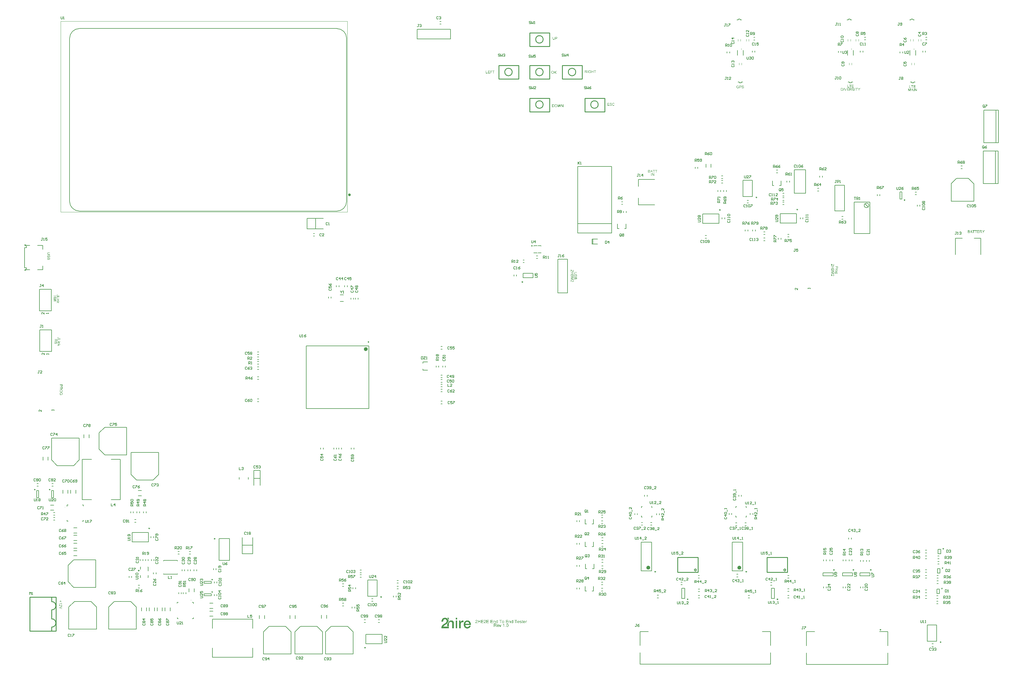
<source format=gto>
G04*
G04 #@! TF.GenerationSoftware,Altium Limited,Altium Designer,22.8.2 (66)*
G04*
G04 Layer_Color=16777215*
%FSLAX23Y23*%
%MOIN*%
G70*
G04*
G04 #@! TF.SameCoordinates,DFBDAC77-D3CC-4506-9E17-829F2540CA52*
G04*
G04*
G04 #@! TF.FilePolarity,Positive*
G04*
G01*
G75*
%ADD10C,0.010*%
%ADD11C,0.008*%
%ADD12C,0.010*%
%ADD13C,0.004*%
%ADD14C,0.024*%
%ADD15C,0.005*%
%ADD16C,0.016*%
%ADD17C,0.006*%
%ADD18C,0.008*%
%ADD19C,0.002*%
%ADD20C,0.006*%
G36*
X5040Y569D02*
X5047D01*
Y568D01*
X5048D01*
Y567D01*
X5051D01*
Y566D01*
X5052D01*
Y566D01*
X5053D01*
Y565D01*
X5056D01*
Y564D01*
X5057D01*
Y563D01*
X5058D01*
Y562D01*
X5060D01*
Y560D01*
X5061D01*
Y559D01*
X5063D01*
Y557D01*
X5064D01*
Y556D01*
X5065D01*
Y555D01*
X5065D01*
Y554D01*
X5066D01*
Y553D01*
X5067D01*
Y551D01*
X5068D01*
Y548D01*
X5070D01*
Y543D01*
X5071D01*
Y542D01*
X5072D01*
Y541D01*
X5071D01*
Y525D01*
X5072D01*
Y524D01*
X5071D01*
Y523D01*
X5070D01*
Y519D01*
X5069D01*
Y518D01*
X5068D01*
Y515D01*
X5067D01*
Y514D01*
X5066D01*
Y513D01*
X5065D01*
Y511D01*
X5065D01*
Y510D01*
X5064D01*
Y509D01*
X5063D01*
Y506D01*
X5061D01*
Y505D01*
X5060D01*
Y504D01*
X5058D01*
Y502D01*
X5057D01*
Y501D01*
X5056D01*
Y499D01*
X5054D01*
Y498D01*
X5052D01*
Y497D01*
X5051D01*
Y497D01*
X5051D01*
Y496D01*
X5050D01*
Y495D01*
X5049D01*
Y494D01*
X5048D01*
Y493D01*
X5047D01*
Y492D01*
X5045D01*
Y491D01*
X5044D01*
Y490D01*
X5043D01*
Y490D01*
X5041D01*
Y489D01*
X5040D01*
Y488D01*
X5039D01*
Y487D01*
X5037D01*
Y486D01*
X5036D01*
Y485D01*
X5035D01*
Y484D01*
X5032D01*
Y483D01*
X5031D01*
Y481D01*
X5028D01*
Y480D01*
X5027D01*
Y479D01*
X5026D01*
Y478D01*
X5024D01*
Y477D01*
X5023D01*
Y477D01*
X5022D01*
Y476D01*
X5021D01*
Y475D01*
X5020D01*
Y474D01*
X5019D01*
Y473D01*
X5018D01*
Y472D01*
X5017D01*
Y471D01*
X5017D01*
Y470D01*
X5016D01*
Y470D01*
X5015D01*
Y469D01*
X5014D01*
Y468D01*
X5013D01*
Y467D01*
X5012D01*
Y463D01*
X5079D01*
Y463D01*
X5079D01*
Y445D01*
X4988D01*
Y453D01*
X4989D01*
Y460D01*
X4990D01*
Y461D01*
X4990D01*
Y463D01*
X4991D01*
Y467D01*
X4992D01*
Y468D01*
X4993D01*
Y470D01*
X4994D01*
Y470D01*
X4995D01*
Y471D01*
X4996D01*
Y474D01*
X4996D01*
Y475D01*
X4997D01*
Y476D01*
X4998D01*
Y478D01*
X5000D01*
Y480D01*
X5002D01*
Y481D01*
X5003D01*
Y483D01*
X5004D01*
Y484D01*
X5005D01*
Y485D01*
X5007D01*
Y487D01*
X5010D01*
Y488D01*
X5010D01*
Y489D01*
X5011D01*
Y490D01*
X5012D01*
Y490D01*
X5013D01*
Y491D01*
X5014D01*
Y490D01*
X5015D01*
Y491D01*
X5016D01*
Y492D01*
X5017D01*
Y493D01*
X5017D01*
Y494D01*
X5019D01*
Y495D01*
X5020D01*
Y496D01*
X5021D01*
Y497D01*
X5022D01*
Y497D01*
X5023D01*
Y498D01*
X5024D01*
Y497D01*
X5024D01*
Y498D01*
X5025D01*
Y499D01*
X5026D01*
Y500D01*
X5027D01*
Y501D01*
X5030D01*
Y502D01*
X5031D01*
Y504D01*
X5033D01*
Y504D01*
X5034D01*
Y505D01*
X5035D01*
Y506D01*
X5036D01*
Y507D01*
X5037D01*
Y508D01*
X5039D01*
Y509D01*
X5040D01*
Y510D01*
X5041D01*
Y511D01*
X5042D01*
Y511D01*
X5043D01*
Y512D01*
X5044D01*
Y513D01*
X5045D01*
Y516D01*
X5045D01*
Y517D01*
X5046D01*
Y518D01*
X5047D01*
Y518D01*
X5048D01*
Y519D01*
X5049D01*
Y522D01*
X5050D01*
Y523D01*
X5051D01*
Y524D01*
X5050D01*
Y525D01*
X5051D01*
Y526D01*
X5051D01*
Y539D01*
X5051D01*
Y540D01*
X5050D01*
Y541D01*
X5051D01*
Y542D01*
X5050D01*
Y543D01*
X5049D01*
Y545D01*
X5047D01*
Y546D01*
X5046D01*
Y549D01*
X5045D01*
Y550D01*
X5043D01*
Y551D01*
X5042D01*
Y552D01*
X5038D01*
Y553D01*
X5037D01*
Y554D01*
X5036D01*
Y553D01*
X5027D01*
Y554D01*
X5026D01*
Y553D01*
X5025D01*
Y552D01*
X5021D01*
Y551D01*
X5019D01*
Y550D01*
X5018D01*
Y549D01*
X5017D01*
Y548D01*
X5017D01*
Y547D01*
X5016D01*
Y546D01*
X5015D01*
Y545D01*
X5014D01*
Y541D01*
X5012D01*
Y538D01*
X5011D01*
Y532D01*
X5010D01*
Y523D01*
X4990D01*
Y536D01*
X4991D01*
Y541D01*
X4993D01*
Y545D01*
X4995D01*
Y548D01*
X4996D01*
Y551D01*
X4996D01*
Y552D01*
X4997D01*
Y553D01*
X4998D01*
Y554D01*
X4999D01*
Y555D01*
X5000D01*
Y556D01*
X5001D01*
Y557D01*
X5002D01*
Y558D01*
X5003D01*
Y559D01*
X5003D01*
Y559D01*
X5004D01*
Y560D01*
X5005D01*
Y561D01*
X5006D01*
Y562D01*
X5007D01*
Y564D01*
X5010D01*
Y565D01*
X5010D01*
Y566D01*
X5011D01*
Y566D01*
X5014D01*
Y567D01*
X5015D01*
Y568D01*
X5016D01*
Y567D01*
X5017D01*
Y568D01*
X5018D01*
Y569D01*
X5024D01*
Y570D01*
X5024D01*
Y571D01*
X5040D01*
Y569D01*
D02*
G37*
G36*
X5079Y525D02*
X5081D01*
Y526D01*
X5082D01*
Y527D01*
X5084D01*
Y529D01*
X5085D01*
Y530D01*
X5086D01*
Y532D01*
X5088D01*
Y532D01*
X5090D01*
Y533D01*
X5091D01*
Y534D01*
X5093D01*
Y536D01*
X5096D01*
Y537D01*
X5101D01*
Y538D01*
X5102D01*
Y538D01*
X5114D01*
Y537D01*
X5121D01*
Y536D01*
X5124D01*
Y534D01*
X5127D01*
Y533D01*
X5127D01*
Y532D01*
X5128D01*
Y532D01*
X5131D01*
Y531D01*
X5132D01*
Y530D01*
X5133D01*
Y527D01*
X5134D01*
Y526D01*
X5134D01*
Y525D01*
X5135D01*
Y523D01*
X5137D01*
Y520D01*
X5138D01*
Y515D01*
X5139D01*
Y514D01*
X5140D01*
Y445D01*
X5120D01*
Y505D01*
X5119D01*
Y511D01*
X5118D01*
Y512D01*
X5117D01*
Y516D01*
X5116D01*
Y517D01*
X5115D01*
Y518D01*
X5114D01*
Y518D01*
X5113D01*
Y519D01*
X5113D01*
Y520D01*
X5110D01*
Y522D01*
X5103D01*
Y523D01*
X5100D01*
Y522D01*
X5093D01*
Y520D01*
X5091D01*
Y519D01*
X5090D01*
Y518D01*
X5089D01*
Y518D01*
X5088D01*
Y517D01*
X5087D01*
Y516D01*
X5086D01*
Y515D01*
X5086D01*
Y514D01*
X5085D01*
Y513D01*
X5084D01*
Y511D01*
X5082D01*
Y508D01*
X5081D01*
Y503D01*
X5080D01*
Y502D01*
X5079D01*
Y467D01*
X5060D01*
Y484D01*
Y485D01*
Y498D01*
X5061D01*
Y499D01*
X5063D01*
Y501D01*
X5064D01*
Y502D01*
X5065D01*
Y504D01*
X5067D01*
Y505D01*
X5068D01*
Y507D01*
X5069D01*
Y508D01*
X5070D01*
Y509D01*
X5071D01*
Y511D01*
X5072D01*
Y512D01*
X5072D01*
Y514D01*
X5073D01*
Y515D01*
X5074D01*
Y519D01*
X5075D01*
Y523D01*
X5076D01*
Y524D01*
X5077D01*
Y541D01*
X5075D01*
Y546D01*
X5074D01*
Y551D01*
X5072D01*
Y553D01*
X5072D01*
Y554D01*
X5071D01*
Y557D01*
X5070D01*
Y558D01*
X5069D01*
Y559D01*
X5068D01*
Y559D01*
X5067D01*
Y562D01*
X5065D01*
Y563D01*
X5065D01*
Y564D01*
X5064D01*
Y565D01*
X5062D01*
Y566D01*
X5061D01*
Y566D01*
X5060D01*
Y571D01*
X5079D01*
Y525D01*
D02*
G37*
G36*
X5180Y458D02*
Y445D01*
X5161D01*
Y536D01*
X5180D01*
Y459D01*
Y458D01*
D02*
G37*
G36*
X5179Y571D02*
X5180D01*
Y551D01*
X5161D01*
Y571D01*
X5178D01*
X5179D01*
D02*
G37*
G36*
X5221Y519D02*
X5222D01*
Y521D01*
X5223D01*
Y522D01*
X5223D01*
Y525D01*
X5224D01*
Y525D01*
X5225D01*
Y526D01*
X5226D01*
Y527D01*
X5227D01*
Y530D01*
X5230D01*
Y531D01*
X5230D01*
Y532D01*
X5231D01*
Y532D01*
X5232D01*
Y533D01*
X5233D01*
Y534D01*
X5236D01*
Y536D01*
X5238D01*
Y537D01*
X5243D01*
Y538D01*
X5255D01*
Y518D01*
X5253D01*
Y519D01*
X5252D01*
Y518D01*
X5242D01*
Y519D01*
X5241D01*
Y518D01*
X5240D01*
Y518D01*
X5236D01*
Y516D01*
X5234D01*
Y515D01*
X5232D01*
Y514D01*
X5231D01*
Y513D01*
X5230D01*
Y512D01*
X5230D01*
Y511D01*
X5229D01*
Y509D01*
X5227D01*
Y508D01*
X5226D01*
Y505D01*
X5225D01*
Y504D01*
X5224D01*
Y501D01*
X5223D01*
Y493D01*
X5223D01*
Y492D01*
X5222D01*
Y445D01*
X5202D01*
Y536D01*
X5220D01*
Y519D01*
X5221D01*
D02*
G37*
G36*
X5309Y538D02*
X5310D01*
Y537D01*
X5315D01*
Y536D01*
X5318D01*
Y534D01*
X5320D01*
Y533D01*
X5321D01*
Y532D01*
X5324D01*
Y532D01*
X5326D01*
Y530D01*
X5327D01*
Y529D01*
X5328D01*
Y528D01*
X5329D01*
Y527D01*
X5330D01*
Y526D01*
X5331D01*
Y525D01*
X5332D01*
Y525D01*
X5333D01*
Y523D01*
X5334D01*
Y521D01*
X5335D01*
Y520D01*
X5336D01*
Y519D01*
X5337D01*
Y518D01*
X5338D01*
Y516D01*
X5339D01*
Y513D01*
X5340D01*
Y511D01*
X5341D01*
Y510D01*
X5342D01*
Y509D01*
X5341D01*
Y507D01*
X5342D01*
Y506D01*
X5343D01*
Y501D01*
X5344D01*
Y500D01*
X5345D01*
Y486D01*
X5344D01*
Y485D01*
X5278D01*
Y480D01*
X5278D01*
Y479D01*
X5279D01*
Y476D01*
X5278D01*
Y475D01*
X5279D01*
Y474D01*
X5280D01*
Y470D01*
X5281D01*
Y470D01*
X5282D01*
Y469D01*
X5283D01*
Y466D01*
X5284D01*
Y465D01*
X5285D01*
Y464D01*
X5285D01*
Y463D01*
X5286D01*
Y463D01*
X5287D01*
Y462D01*
X5290D01*
Y461D01*
X5291D01*
Y460D01*
X5293D01*
Y459D01*
X5299D01*
Y458D01*
X5300D01*
Y457D01*
X5305D01*
Y459D01*
X5311D01*
Y460D01*
X5315D01*
Y462D01*
X5316D01*
Y463D01*
X5317D01*
Y463D01*
X5318D01*
Y464D01*
X5319D01*
Y466D01*
X5320D01*
Y467D01*
X5322D01*
Y470D01*
X5323D01*
Y470D01*
X5324D01*
Y473D01*
X5343D01*
Y471D01*
X5342D01*
Y470D01*
X5341D01*
Y469D01*
X5342D01*
Y468D01*
X5341D01*
Y467D01*
X5340D01*
Y464D01*
X5339D01*
Y462D01*
X5338D01*
Y459D01*
X5336D01*
Y457D01*
X5335D01*
Y456D01*
X5334D01*
Y456D01*
X5333D01*
Y455D01*
X5332D01*
Y453D01*
X5331D01*
Y452D01*
X5329D01*
Y450D01*
X5328D01*
Y449D01*
X5326D01*
Y449D01*
X5325D01*
Y448D01*
X5324D01*
Y447D01*
X5323D01*
Y446D01*
X5319D01*
Y445D01*
X5317D01*
Y444D01*
X5316D01*
Y443D01*
X5310D01*
Y442D01*
X5292D01*
Y443D01*
X5287D01*
Y445D01*
X5283D01*
Y446D01*
X5281D01*
Y447D01*
X5280D01*
Y448D01*
X5278D01*
Y449D01*
X5277D01*
Y449D01*
X5276D01*
Y450D01*
X5275D01*
Y451D01*
X5274D01*
Y452D01*
X5272D01*
Y453D01*
X5271D01*
Y454D01*
X5271D01*
Y455D01*
X5270D01*
Y456D01*
X5269D01*
Y456D01*
X5268D01*
Y458D01*
X5267D01*
Y459D01*
X5266D01*
Y460D01*
X5265D01*
Y463D01*
X5264D01*
Y463D01*
X5264D01*
Y466D01*
X5262D01*
Y469D01*
X5261D01*
Y474D01*
X5260D01*
Y475D01*
X5259D01*
Y480D01*
X5258D01*
Y481D01*
X5257D01*
Y482D01*
X5258D01*
Y497D01*
X5257D01*
Y498D01*
X5258D01*
Y499D01*
X5259D01*
Y504D01*
X5260D01*
Y505D01*
X5261D01*
Y509D01*
X5262D01*
Y513D01*
X5264D01*
Y516D01*
X5264D01*
Y517D01*
X5265D01*
Y518D01*
X5266D01*
Y520D01*
X5267D01*
Y521D01*
X5268D01*
Y522D01*
X5269D01*
Y524D01*
X5270D01*
Y525D01*
X5271D01*
Y525D01*
X5271D01*
Y526D01*
X5272D01*
Y527D01*
X5273D01*
Y528D01*
X5274D01*
Y529D01*
X5275D01*
Y530D01*
X5278D01*
Y532D01*
X5278D01*
Y532D01*
X5281D01*
Y533D01*
X5282D01*
Y534D01*
X5285D01*
Y536D01*
X5287D01*
Y537D01*
X5294D01*
Y538D01*
X5309D01*
Y538D01*
D02*
G37*
G36*
X11028Y930D02*
X11037Y911D01*
X11047Y930D01*
X11028D01*
D02*
G37*
G36*
X11034Y1176D02*
X11043Y1158D01*
X11053Y1176D01*
X11034D01*
D02*
G37*
G36*
X11043Y1411D02*
X11052Y1391D01*
X11062Y1411D01*
X11043D01*
D02*
G37*
G36*
X11538Y5231D02*
Y5217D01*
X11534D01*
Y5231D01*
X11522Y5249D01*
X11527D01*
X11533Y5239D01*
X11533Y5239D01*
X11533Y5239D01*
X11533Y5239D01*
X11534Y5239D01*
X11534Y5239D01*
X11534Y5238D01*
X11534Y5238D01*
X11534Y5238D01*
X11535Y5237D01*
X11535Y5237D01*
X11535Y5236D01*
X11535Y5236D01*
X11536Y5235D01*
X11537Y5234D01*
X11537Y5234D01*
X11537Y5234D01*
X11537Y5234D01*
X11537Y5234D01*
X11537Y5235D01*
X11537Y5235D01*
X11537Y5235D01*
X11538Y5236D01*
X11538Y5236D01*
X11538Y5236D01*
X11538Y5237D01*
X11539Y5237D01*
X11539Y5238D01*
X11539Y5238D01*
X11540Y5240D01*
X11546Y5249D01*
X11551D01*
X11538Y5231D01*
D02*
G37*
G36*
X11508Y5249D02*
X11508D01*
X11509Y5249D01*
X11509Y5249D01*
X11510Y5249D01*
X11510Y5249D01*
X11511Y5249D01*
X11512Y5249D01*
X11512Y5249D01*
X11513Y5248D01*
X11513Y5248D01*
X11514Y5248D01*
X11514D01*
X11514Y5248D01*
X11514Y5248D01*
X11514Y5248D01*
X11514Y5248D01*
X11514Y5248D01*
X11515Y5248D01*
X11515Y5247D01*
X11515Y5247D01*
X11515Y5247D01*
X11516Y5247D01*
X11516Y5246D01*
X11516Y5246D01*
X11517Y5246D01*
X11517Y5245D01*
X11517Y5245D01*
X11517Y5245D01*
X11517Y5245D01*
X11517Y5245D01*
X11517Y5245D01*
X11517Y5244D01*
X11518Y5244D01*
X11518Y5244D01*
X11518Y5244D01*
X11518Y5243D01*
X11518Y5243D01*
X11518Y5243D01*
X11518Y5242D01*
X11518Y5242D01*
X11518Y5241D01*
X11519Y5241D01*
X11519Y5240D01*
Y5240D01*
Y5240D01*
X11519Y5240D01*
Y5240D01*
X11518Y5239D01*
X11518Y5239D01*
X11518Y5239D01*
X11518Y5238D01*
X11518Y5238D01*
X11518Y5237D01*
X11518Y5237D01*
X11518Y5236D01*
X11517Y5236D01*
X11517Y5235D01*
X11517Y5235D01*
X11516Y5235D01*
X11516Y5235D01*
X11516Y5234D01*
X11516Y5234D01*
X11516Y5234D01*
X11516Y5234D01*
X11515Y5234D01*
X11515Y5234D01*
X11515Y5233D01*
X11514Y5233D01*
X11514Y5233D01*
X11513Y5233D01*
X11513Y5232D01*
X11512Y5232D01*
X11511Y5232D01*
X11510Y5232D01*
X11510Y5232D01*
X11510D01*
X11510Y5232D01*
X11510Y5231D01*
X11510Y5231D01*
X11510Y5231D01*
X11510Y5231D01*
X11510Y5231D01*
X11511Y5231D01*
X11511Y5231D01*
X11512Y5230D01*
X11512Y5230D01*
X11512Y5230D01*
X11512Y5230D01*
X11512Y5230D01*
X11512Y5230D01*
X11513Y5229D01*
X11513Y5229D01*
X11513Y5229D01*
X11513Y5229D01*
X11513Y5228D01*
X11514Y5228D01*
X11514Y5228D01*
X11514Y5227D01*
X11515Y5227D01*
X11515Y5227D01*
X11516Y5226D01*
X11521Y5217D01*
X11516D01*
X11512Y5224D01*
X11512Y5224D01*
X11511Y5224D01*
X11511Y5224D01*
X11511Y5224D01*
X11511Y5224D01*
X11511Y5225D01*
X11511Y5225D01*
X11511Y5225D01*
X11510Y5226D01*
X11510Y5227D01*
X11509Y5227D01*
X11509Y5228D01*
X11509Y5228D01*
X11509Y5228D01*
X11508Y5228D01*
X11508Y5228D01*
X11508Y5228D01*
X11508Y5229D01*
X11508Y5229D01*
X11507Y5229D01*
X11507Y5230D01*
X11507Y5230D01*
X11506Y5230D01*
X11506Y5230D01*
X11506Y5230D01*
X11506Y5230D01*
X11506Y5231D01*
X11506Y5231D01*
X11505Y5231D01*
X11505Y5231D01*
X11504Y5231D01*
X11504D01*
X11504Y5231D01*
X11504Y5231D01*
X11504Y5231D01*
X11504Y5231D01*
X11503Y5231D01*
X11503Y5231D01*
X11497D01*
Y5217D01*
X11493D01*
Y5249D01*
X11508D01*
X11508Y5249D01*
D02*
G37*
G36*
X11486Y5245D02*
X11467D01*
Y5235D01*
X11485D01*
Y5232D01*
X11467D01*
Y5221D01*
X11487D01*
Y5217D01*
X11463D01*
Y5249D01*
X11486D01*
Y5245D01*
D02*
G37*
G36*
X11459D02*
X11448D01*
Y5217D01*
X11444D01*
Y5245D01*
X11433D01*
Y5249D01*
X11459D01*
Y5245D01*
D02*
G37*
G36*
X11432D02*
X11421D01*
Y5217D01*
X11417D01*
Y5245D01*
X11406D01*
Y5249D01*
X11432D01*
Y5245D01*
D02*
G37*
G36*
X11405Y5217D02*
X11400D01*
X11397Y5227D01*
X11383D01*
X11380Y5217D01*
X11375D01*
X11388Y5249D01*
X11392D01*
X11405Y5217D01*
D02*
G37*
G36*
X11361Y5249D02*
X11362D01*
X11362Y5249D01*
X11363Y5249D01*
X11363Y5249D01*
X11363Y5249D01*
X11364Y5249D01*
X11365Y5249D01*
X11366Y5248D01*
X11366Y5248D01*
X11367Y5248D01*
X11367D01*
X11367Y5248D01*
X11367Y5248D01*
X11367Y5248D01*
X11367Y5248D01*
X11367Y5248D01*
X11368Y5247D01*
X11368Y5247D01*
X11368Y5247D01*
X11369Y5247D01*
X11369Y5247D01*
X11369Y5246D01*
X11369Y5246D01*
X11370Y5246D01*
X11370Y5245D01*
X11370Y5245D01*
X11370Y5245D01*
X11370Y5245D01*
X11370Y5245D01*
X11370Y5245D01*
X11370Y5244D01*
X11371Y5244D01*
X11371Y5244D01*
X11371Y5244D01*
X11371Y5243D01*
X11371Y5243D01*
X11371Y5242D01*
X11371Y5242D01*
X11371Y5241D01*
X11371Y5241D01*
Y5241D01*
Y5241D01*
Y5241D01*
X11371Y5240D01*
Y5240D01*
X11371Y5240D01*
X11371Y5240D01*
X11371Y5240D01*
X11371Y5239D01*
X11371Y5238D01*
X11371Y5238D01*
X11371Y5238D01*
X11371Y5237D01*
X11370Y5237D01*
X11370Y5237D01*
X11370Y5237D01*
X11370Y5237D01*
X11370Y5237D01*
X11370Y5236D01*
X11370Y5236D01*
X11370Y5236D01*
X11369Y5236D01*
X11369Y5236D01*
X11369Y5235D01*
X11369Y5235D01*
X11368Y5235D01*
X11368Y5235D01*
X11368Y5234D01*
X11367Y5234D01*
X11367Y5234D01*
X11367D01*
X11367Y5234D01*
X11367Y5234D01*
X11367Y5234D01*
X11368Y5234D01*
X11368Y5234D01*
X11368Y5234D01*
X11369Y5233D01*
X11369Y5233D01*
X11369Y5233D01*
X11370Y5233D01*
X11370Y5232D01*
X11370Y5232D01*
X11371Y5232D01*
X11371Y5231D01*
X11371Y5231D01*
X11371Y5231D01*
X11371Y5231D01*
X11372Y5231D01*
X11372Y5231D01*
X11372Y5231D01*
X11372Y5230D01*
X11372Y5230D01*
X11372Y5230D01*
X11372Y5229D01*
X11372Y5229D01*
X11373Y5229D01*
X11373Y5228D01*
X11373Y5228D01*
X11373Y5227D01*
X11373Y5227D01*
X11373Y5226D01*
Y5226D01*
Y5226D01*
Y5226D01*
X11373Y5226D01*
Y5226D01*
X11373Y5225D01*
X11373Y5225D01*
X11373Y5225D01*
X11373Y5224D01*
X11373Y5224D01*
X11372Y5223D01*
X11372Y5222D01*
Y5222D01*
X11372Y5222D01*
X11372Y5222D01*
X11372Y5222D01*
X11372Y5222D01*
X11372Y5221D01*
X11371Y5221D01*
X11371Y5221D01*
X11371Y5220D01*
X11370Y5220D01*
X11370Y5219D01*
X11370D01*
X11370Y5219D01*
X11370Y5219D01*
X11369Y5219D01*
X11369Y5219D01*
X11369Y5219D01*
X11369Y5219D01*
X11369Y5219D01*
X11368Y5218D01*
X11368Y5218D01*
X11368Y5218D01*
X11367Y5218D01*
X11366Y5218D01*
X11366D01*
X11366Y5218D01*
X11366Y5218D01*
X11366Y5217D01*
X11366Y5217D01*
X11365Y5217D01*
X11365Y5217D01*
X11365Y5217D01*
X11364Y5217D01*
X11364Y5217D01*
X11364Y5217D01*
X11363Y5217D01*
X11363Y5217D01*
X11362Y5217D01*
X11362Y5217D01*
X11349D01*
Y5249D01*
X11361D01*
X11361Y5249D01*
D02*
G37*
G36*
X7035Y6788D02*
X7035D01*
X7036Y6787D01*
X7036Y6787D01*
X7037Y6787D01*
X7037Y6787D01*
X7038Y6787D01*
X7039Y6787D01*
X7039Y6787D01*
X7040Y6787D01*
X7040Y6787D01*
X7041Y6786D01*
X7041Y6786D01*
X7041Y6786D01*
X7041Y6786D01*
X7041Y6786D01*
X7041Y6786D01*
X7042Y6786D01*
X7042Y6786D01*
X7042Y6786D01*
X7043Y6785D01*
X7043Y6785D01*
X7043Y6785D01*
X7044Y6784D01*
X7044Y6784D01*
X7044Y6784D01*
X7045Y6783D01*
X7045Y6783D01*
X7045Y6783D01*
X7045Y6783D01*
X7045Y6783D01*
X7045Y6783D01*
X7045Y6782D01*
X7045Y6782D01*
X7045Y6782D01*
X7046Y6782D01*
X7046Y6781D01*
X7046Y6781D01*
X7046Y6780D01*
X7046Y6780D01*
X7046Y6779D01*
X7046Y6779D01*
X7046Y6778D01*
X7046Y6778D01*
X7042Y6778D01*
Y6778D01*
X7042Y6778D01*
X7042Y6778D01*
X7042Y6778D01*
X7042Y6778D01*
X7042Y6779D01*
X7042Y6779D01*
X7042Y6779D01*
X7042Y6780D01*
X7042Y6780D01*
X7042Y6781D01*
X7041Y6781D01*
X7041Y6781D01*
X7041Y6782D01*
X7041Y6782D01*
X7040Y6782D01*
X7040Y6782D01*
X7040Y6782D01*
X7040Y6782D01*
X7040Y6783D01*
X7040Y6783D01*
X7039Y6783D01*
X7039Y6783D01*
X7039Y6783D01*
X7038Y6783D01*
X7038Y6783D01*
X7038Y6783D01*
X7037Y6784D01*
X7037Y6784D01*
X7036Y6784D01*
X7035Y6784D01*
X7035Y6784D01*
X7034D01*
X7034Y6784D01*
X7034Y6784D01*
X7033Y6784D01*
X7033Y6784D01*
X7033Y6784D01*
X7032Y6783D01*
X7031Y6783D01*
X7031Y6783D01*
X7030Y6783D01*
X7030Y6783D01*
X7029Y6783D01*
X7029Y6782D01*
X7029Y6782D01*
X7029Y6782D01*
X7029Y6782D01*
X7029Y6782D01*
X7029Y6782D01*
X7028Y6782D01*
X7028Y6782D01*
X7028Y6781D01*
X7028Y6781D01*
X7028Y6781D01*
X7028Y6780D01*
X7027Y6780D01*
X7027Y6780D01*
X7027Y6779D01*
X7027Y6779D01*
Y6779D01*
Y6779D01*
Y6779D01*
X7027Y6779D01*
X7027Y6779D01*
X7027Y6778D01*
X7027Y6778D01*
X7028Y6778D01*
X7028Y6777D01*
X7028Y6777D01*
X7028Y6777D01*
X7028Y6776D01*
X7029Y6776D01*
X7029Y6776D01*
X7029Y6776D01*
X7029Y6776D01*
X7029Y6776D01*
X7029Y6776D01*
X7029Y6776D01*
X7029Y6776D01*
X7030Y6775D01*
X7030Y6775D01*
X7031Y6775D01*
X7031Y6775D01*
X7032Y6775D01*
X7032Y6774D01*
X7033Y6774D01*
X7034Y6774D01*
X7035Y6774D01*
X7035D01*
X7035Y6774D01*
X7035D01*
X7035Y6774D01*
X7035Y6774D01*
X7035Y6774D01*
X7036Y6774D01*
X7036Y6774D01*
X7037Y6773D01*
X7037Y6773D01*
X7038Y6773D01*
X7039Y6773D01*
X7039Y6773D01*
X7040Y6773D01*
X7041Y6772D01*
X7041Y6772D01*
X7042Y6772D01*
X7042Y6772D01*
X7042Y6772D01*
X7042Y6772D01*
X7042Y6772D01*
X7042Y6772D01*
X7043Y6771D01*
X7043Y6771D01*
X7043Y6771D01*
X7044Y6771D01*
X7044Y6771D01*
X7044Y6770D01*
X7045Y6770D01*
X7046Y6769D01*
X7046Y6769D01*
X7046Y6769D01*
X7046Y6769D01*
X7046Y6768D01*
X7046Y6768D01*
X7046Y6768D01*
X7046Y6768D01*
X7047Y6768D01*
X7047Y6768D01*
X7047Y6767D01*
X7047Y6767D01*
X7047Y6767D01*
X7047Y6766D01*
X7047Y6766D01*
X7047Y6765D01*
X7047Y6765D01*
X7047Y6765D01*
X7047Y6764D01*
Y6764D01*
Y6764D01*
Y6764D01*
X7047Y6764D01*
X7047Y6763D01*
X7047Y6763D01*
X7047Y6763D01*
X7047Y6762D01*
X7047Y6762D01*
X7047Y6762D01*
X7047Y6761D01*
X7047Y6761D01*
X7047Y6761D01*
X7046Y6760D01*
X7046Y6760D01*
X7046Y6759D01*
X7046Y6759D01*
X7046Y6759D01*
X7046Y6759D01*
X7046Y6759D01*
X7046Y6759D01*
X7045Y6758D01*
X7045Y6758D01*
X7045Y6758D01*
X7045Y6758D01*
X7044Y6757D01*
X7044Y6757D01*
X7044Y6757D01*
X7043Y6757D01*
X7043Y6756D01*
X7042Y6756D01*
X7042Y6756D01*
X7042Y6756D01*
X7042Y6756D01*
X7041Y6756D01*
X7041Y6756D01*
X7041Y6755D01*
X7041Y6755D01*
X7040Y6755D01*
X7040Y6755D01*
X7040Y6755D01*
X7039Y6755D01*
X7039Y6755D01*
X7038Y6755D01*
X7037Y6755D01*
X7037Y6755D01*
X7036Y6754D01*
X7036Y6754D01*
X7035D01*
X7035Y6754D01*
X7035Y6755D01*
X7034Y6755D01*
X7034Y6755D01*
X7033Y6755D01*
X7033Y6755D01*
X7032Y6755D01*
X7031Y6755D01*
X7030Y6755D01*
X7030Y6755D01*
X7029Y6756D01*
X7028Y6756D01*
X7028Y6756D01*
X7028Y6756D01*
X7028Y6756D01*
X7028Y6756D01*
X7028Y6756D01*
X7027Y6756D01*
X7027Y6756D01*
X7027Y6757D01*
X7026Y6757D01*
X7026Y6757D01*
X7026Y6758D01*
X7025Y6758D01*
X7025Y6758D01*
X7024Y6759D01*
X7024Y6759D01*
X7024Y6760D01*
X7024Y6760D01*
X7024Y6760D01*
X7024Y6760D01*
X7023Y6760D01*
X7023Y6760D01*
X7023Y6761D01*
X7023Y6761D01*
X7023Y6761D01*
X7023Y6762D01*
X7023Y6762D01*
X7022Y6763D01*
X7022Y6763D01*
X7022Y6764D01*
X7022Y6764D01*
X7022Y6765D01*
X7022Y6765D01*
X7026Y6766D01*
Y6766D01*
X7026Y6766D01*
Y6765D01*
X7026Y6765D01*
X7026Y6765D01*
X7026Y6765D01*
X7026Y6765D01*
X7026Y6764D01*
X7026Y6764D01*
X7027Y6763D01*
X7027Y6762D01*
X7027Y6762D01*
X7027Y6762D01*
X7027Y6762D01*
X7027Y6762D01*
X7028Y6761D01*
X7028Y6761D01*
X7028Y6761D01*
X7028Y6761D01*
X7028Y6761D01*
X7028Y6761D01*
X7029Y6760D01*
X7029Y6760D01*
X7029Y6760D01*
X7029Y6760D01*
X7030Y6760D01*
X7030Y6759D01*
X7031Y6759D01*
X7031D01*
X7031Y6759D01*
X7031Y6759D01*
X7031Y6759D01*
X7031Y6759D01*
X7031Y6759D01*
X7032Y6759D01*
X7032Y6759D01*
X7032Y6759D01*
X7033Y6759D01*
X7033Y6758D01*
X7034Y6758D01*
X7034Y6758D01*
X7035Y6758D01*
X7036D01*
X7036Y6758D01*
X7036D01*
X7036Y6758D01*
X7037Y6758D01*
X7037Y6758D01*
X7038Y6758D01*
X7038Y6759D01*
X7039Y6759D01*
X7040Y6759D01*
X7040D01*
X7040Y6759D01*
X7040Y6759D01*
X7040Y6759D01*
X7040Y6759D01*
X7040Y6759D01*
X7041Y6759D01*
X7041Y6760D01*
X7042Y6760D01*
X7042Y6760D01*
X7042Y6761D01*
Y6761D01*
X7042Y6761D01*
X7043Y6761D01*
X7043Y6761D01*
X7043Y6761D01*
X7043Y6761D01*
X7043Y6762D01*
X7043Y6762D01*
X7043Y6763D01*
X7043Y6763D01*
X7043Y6764D01*
Y6764D01*
Y6764D01*
Y6764D01*
X7043Y6764D01*
Y6764D01*
X7043Y6764D01*
X7043Y6765D01*
X7043Y6765D01*
X7043Y6765D01*
X7043Y6766D01*
X7042Y6766D01*
Y6766D01*
X7042Y6766D01*
X7042Y6766D01*
X7042Y6767D01*
X7042Y6767D01*
X7042Y6767D01*
X7042Y6767D01*
X7041Y6767D01*
X7041Y6767D01*
X7041Y6768D01*
X7041Y6768D01*
X7040Y6768D01*
X7040Y6768D01*
X7040Y6768D01*
X7040D01*
X7040Y6768D01*
X7039Y6768D01*
X7039Y6768D01*
X7039Y6768D01*
X7039Y6768D01*
X7039Y6768D01*
X7038Y6769D01*
X7038Y6769D01*
X7038Y6769D01*
X7037Y6769D01*
X7037Y6769D01*
X7036Y6769D01*
X7035Y6769D01*
X7035Y6770D01*
X7034Y6770D01*
X7034D01*
X7034Y6770D01*
X7034D01*
X7034Y6770D01*
X7033Y6770D01*
X7033Y6770D01*
X7033Y6770D01*
X7032Y6770D01*
X7032Y6770D01*
X7031Y6770D01*
X7030Y6771D01*
X7029Y6771D01*
X7029Y6771D01*
X7029Y6771D01*
X7028Y6772D01*
X7028Y6772D01*
X7028Y6772D01*
X7028Y6772D01*
X7028Y6772D01*
X7027Y6772D01*
X7027Y6772D01*
X7027Y6772D01*
X7027Y6772D01*
X7026Y6773D01*
X7026Y6773D01*
X7025Y6774D01*
X7025Y6774D01*
X7025Y6774D01*
X7024Y6775D01*
X7024Y6775D01*
X7024Y6775D01*
X7024Y6775D01*
X7024Y6775D01*
X7024Y6775D01*
X7024Y6775D01*
X7024Y6776D01*
X7024Y6776D01*
X7024Y6776D01*
X7024Y6776D01*
X7023Y6777D01*
X7023Y6778D01*
X7023Y6778D01*
X7023Y6779D01*
Y6779D01*
Y6779D01*
Y6779D01*
X7023Y6779D01*
X7023Y6779D01*
X7023Y6780D01*
X7023Y6780D01*
X7023Y6780D01*
X7023Y6781D01*
X7024Y6781D01*
X7024Y6781D01*
X7024Y6782D01*
X7024Y6782D01*
X7024Y6782D01*
X7024Y6783D01*
X7025Y6783D01*
X7025Y6783D01*
X7025Y6783D01*
X7025Y6783D01*
X7025Y6784D01*
X7025Y6784D01*
X7025Y6784D01*
X7025Y6784D01*
X7026Y6784D01*
X7026Y6785D01*
X7026Y6785D01*
X7026Y6785D01*
X7027Y6785D01*
X7027Y6786D01*
X7028Y6786D01*
X7028Y6786D01*
X7029Y6786D01*
X7029Y6786D01*
X7029Y6786D01*
X7029Y6787D01*
X7029Y6787D01*
X7029Y6787D01*
X7030Y6787D01*
X7030Y6787D01*
X7030Y6787D01*
X7031Y6787D01*
X7031Y6787D01*
X7032Y6787D01*
X7032Y6787D01*
X7033Y6787D01*
X7033Y6787D01*
X7034Y6788D01*
X7034Y6788D01*
X7035D01*
X7035Y6788D01*
D02*
G37*
G36*
X7068D02*
X7068Y6787D01*
X7068Y6787D01*
X7069Y6787D01*
X7069Y6787D01*
X7070Y6787D01*
X7071Y6787D01*
X7071Y6787D01*
X7072Y6787D01*
X7072Y6786D01*
X7073Y6786D01*
X7074Y6786D01*
X7075Y6786D01*
X7075Y6785D01*
X7075Y6785D01*
X7075Y6785D01*
X7075Y6785D01*
X7076Y6785D01*
X7076Y6784D01*
X7076Y6784D01*
X7077Y6784D01*
X7077Y6783D01*
X7077Y6783D01*
X7078Y6782D01*
X7078Y6782D01*
X7078Y6781D01*
X7079Y6780D01*
X7079Y6780D01*
X7079Y6779D01*
X7080Y6778D01*
X7076Y6777D01*
X7076Y6777D01*
X7075Y6777D01*
X7075Y6778D01*
X7075Y6778D01*
X7075Y6778D01*
X7075Y6778D01*
X7075Y6779D01*
X7075Y6779D01*
X7075Y6780D01*
X7074Y6780D01*
X7074Y6780D01*
X7074Y6781D01*
X7073Y6781D01*
X7073Y6782D01*
X7073Y6782D01*
X7072Y6782D01*
X7072Y6782D01*
X7072Y6782D01*
X7072Y6782D01*
X7072Y6783D01*
X7072Y6783D01*
X7071Y6783D01*
X7071Y6783D01*
X7071Y6783D01*
X7070Y6783D01*
X7070Y6783D01*
X7070Y6784D01*
X7069Y6784D01*
X7069Y6784D01*
X7068Y6784D01*
X7068Y6784D01*
X7067Y6784D01*
X7067D01*
X7066Y6784D01*
X7066Y6784D01*
X7066Y6784D01*
X7065Y6784D01*
X7065Y6784D01*
X7064Y6784D01*
X7064Y6783D01*
X7063Y6783D01*
X7063Y6783D01*
X7062Y6783D01*
X7062Y6783D01*
X7061Y6782D01*
X7061Y6782D01*
X7061Y6782D01*
X7061Y6782D01*
X7061Y6782D01*
X7060Y6782D01*
X7060Y6782D01*
X7060Y6781D01*
X7060Y6781D01*
X7059Y6781D01*
X7059Y6781D01*
X7059Y6780D01*
X7059Y6780D01*
X7058Y6779D01*
X7058Y6779D01*
X7058Y6778D01*
X7058Y6778D01*
X7057Y6777D01*
Y6777D01*
X7057Y6777D01*
X7057Y6777D01*
X7057Y6777D01*
X7057Y6777D01*
X7057Y6776D01*
X7057Y6776D01*
X7057Y6775D01*
X7057Y6775D01*
X7057Y6775D01*
X7057Y6774D01*
X7057Y6774D01*
X7056Y6772D01*
X7056Y6772D01*
X7056Y6771D01*
Y6771D01*
Y6771D01*
Y6771D01*
X7056Y6771D01*
X7056Y6770D01*
X7056Y6770D01*
X7056Y6769D01*
X7056Y6769D01*
X7057Y6768D01*
X7057Y6768D01*
X7057Y6767D01*
X7057Y6766D01*
X7057Y6765D01*
X7057Y6765D01*
X7058Y6764D01*
X7058Y6764D01*
X7058Y6764D01*
X7058Y6764D01*
X7058Y6764D01*
X7058Y6763D01*
X7058Y6763D01*
X7058Y6763D01*
X7058Y6762D01*
X7059Y6762D01*
X7059Y6762D01*
X7059Y6761D01*
X7060Y6761D01*
X7060Y6761D01*
X7060Y6760D01*
X7061Y6760D01*
X7061Y6760D01*
X7061Y6760D01*
X7061Y6760D01*
X7061Y6759D01*
X7062Y6759D01*
X7062Y6759D01*
X7062Y6759D01*
X7062Y6759D01*
X7063Y6759D01*
X7063Y6759D01*
X7064Y6759D01*
X7064Y6758D01*
X7065Y6758D01*
X7065Y6758D01*
X7066Y6758D01*
X7066Y6758D01*
X7067Y6758D01*
X7067D01*
X7067Y6758D01*
X7067D01*
X7068Y6758D01*
X7068Y6758D01*
X7068Y6758D01*
X7069Y6758D01*
X7069Y6758D01*
X7070Y6759D01*
X7070Y6759D01*
X7071Y6759D01*
X7071Y6759D01*
X7072Y6759D01*
X7072Y6760D01*
X7073Y6760D01*
X7073Y6760D01*
X7073Y6760D01*
X7073Y6760D01*
X7073Y6761D01*
X7073Y6761D01*
X7074Y6761D01*
X7074Y6761D01*
X7074Y6762D01*
X7074Y6762D01*
X7075Y6763D01*
X7075Y6763D01*
X7075Y6764D01*
X7075Y6764D01*
X7076Y6765D01*
X7076Y6765D01*
X7076Y6766D01*
X7080Y6765D01*
Y6765D01*
X7080Y6765D01*
X7080Y6765D01*
X7080Y6765D01*
X7080Y6765D01*
X7080Y6765D01*
X7080Y6764D01*
X7080Y6764D01*
X7080Y6763D01*
X7079Y6763D01*
X7079Y6762D01*
X7079Y6762D01*
X7078Y6761D01*
X7078Y6760D01*
X7078Y6760D01*
X7077Y6759D01*
X7077Y6758D01*
X7076Y6758D01*
X7075Y6757D01*
X7075Y6757D01*
X7075Y6757D01*
X7075Y6757D01*
X7075Y6757D01*
X7075Y6757D01*
X7074Y6756D01*
X7074Y6756D01*
X7073Y6756D01*
X7073Y6756D01*
X7072Y6755D01*
X7071Y6755D01*
X7070Y6755D01*
X7070Y6755D01*
X7069Y6755D01*
X7068Y6754D01*
X7067Y6754D01*
X7067D01*
X7066Y6754D01*
X7066D01*
X7066Y6755D01*
X7065Y6755D01*
X7065Y6755D01*
X7064Y6755D01*
X7063Y6755D01*
X7063Y6755D01*
X7062Y6755D01*
X7061Y6755D01*
X7061Y6756D01*
X7060Y6756D01*
X7059Y6756D01*
X7059Y6757D01*
X7059Y6757D01*
X7058Y6757D01*
X7058Y6757D01*
X7058Y6757D01*
X7058Y6757D01*
X7057Y6757D01*
X7057Y6758D01*
X7057Y6758D01*
X7056Y6759D01*
X7056Y6759D01*
X7056Y6759D01*
X7055Y6760D01*
X7055Y6761D01*
X7054Y6761D01*
X7054Y6762D01*
X7054Y6763D01*
Y6763D01*
X7054Y6763D01*
X7054Y6763D01*
X7054Y6763D01*
X7053Y6763D01*
X7053Y6764D01*
X7053Y6764D01*
X7053Y6765D01*
X7053Y6765D01*
X7053Y6766D01*
X7053Y6767D01*
X7052Y6767D01*
X7052Y6768D01*
X7052Y6769D01*
X7052Y6770D01*
X7052Y6770D01*
X7052Y6771D01*
Y6771D01*
Y6771D01*
Y6771D01*
Y6771D01*
Y6772D01*
X7052Y6772D01*
Y6772D01*
X7052Y6772D01*
X7052Y6773D01*
X7052Y6774D01*
X7052Y6774D01*
X7052Y6775D01*
X7052Y6776D01*
X7053Y6776D01*
X7053Y6777D01*
X7053Y6778D01*
X7053Y6778D01*
X7054Y6779D01*
X7054Y6780D01*
X7054Y6780D01*
X7054Y6780D01*
X7054Y6780D01*
X7054Y6781D01*
X7054Y6781D01*
X7055Y6781D01*
X7055Y6782D01*
X7055Y6782D01*
X7056Y6782D01*
X7056Y6783D01*
X7056Y6783D01*
X7057Y6784D01*
X7058Y6784D01*
X7058Y6785D01*
X7059Y6785D01*
X7059Y6786D01*
X7059Y6786D01*
X7059Y6786D01*
X7060Y6786D01*
X7060Y6786D01*
X7060Y6786D01*
X7061Y6786D01*
X7061Y6786D01*
X7062Y6787D01*
X7062Y6787D01*
X7063Y6787D01*
X7063Y6787D01*
X7064Y6787D01*
X7065Y6787D01*
X7066Y6787D01*
X7066Y6788D01*
X7067Y6788D01*
X7067D01*
X7068Y6788D01*
D02*
G37*
G36*
X7017Y6783D02*
X6998D01*
Y6773D01*
X7016D01*
Y6770D01*
X6998D01*
Y6759D01*
X7018D01*
Y6755D01*
X6994D01*
Y6787D01*
X7017D01*
Y6783D01*
D02*
G37*
G36*
X6782Y7182D02*
X6782D01*
X6782Y7181D01*
X6783Y7181D01*
X6783Y7181D01*
X6784Y7181D01*
X6784Y7181D01*
X6785Y7181D01*
X6786Y7181D01*
X6786Y7181D01*
X6787Y7181D01*
X6788Y7180D01*
X6788Y7180D01*
X6788Y7180D01*
X6788Y7180D01*
X6788Y7180D01*
X6788Y7180D01*
X6788Y7180D01*
X6789Y7180D01*
X6789Y7180D01*
X6789Y7179D01*
X6790Y7179D01*
X6791Y7179D01*
X6791Y7178D01*
X6792Y7178D01*
X6792Y7177D01*
X6792Y7177D01*
X6792Y7177D01*
X6792Y7177D01*
X6792Y7177D01*
X6792Y7177D01*
X6792Y7176D01*
X6793Y7176D01*
X6793Y7176D01*
X6793Y7175D01*
X6793Y7175D01*
X6793Y7175D01*
X6794Y7174D01*
X6794Y7174D01*
X6794Y7173D01*
X6794Y7173D01*
X6794Y7172D01*
X6791Y7171D01*
Y7171D01*
X6791Y7171D01*
X6790Y7171D01*
X6790Y7171D01*
X6790Y7172D01*
X6790Y7172D01*
X6790Y7172D01*
X6790Y7172D01*
X6790Y7173D01*
X6789Y7174D01*
X6789Y7174D01*
X6789Y7175D01*
X6789Y7175D01*
X6789Y7175D01*
X6789Y7175D01*
X6789Y7175D01*
X6789Y7175D01*
X6788Y7175D01*
X6788Y7175D01*
X6788Y7175D01*
X6788Y7176D01*
X6788Y7176D01*
X6788Y7176D01*
X6787Y7176D01*
X6786Y7177D01*
X6786Y7177D01*
X6786D01*
X6786Y7177D01*
X6785Y7177D01*
X6785Y7177D01*
X6785Y7177D01*
X6785Y7177D01*
X6785Y7177D01*
X6784Y7177D01*
X6784Y7178D01*
X6784Y7178D01*
X6783Y7178D01*
X6783Y7178D01*
X6782Y7178D01*
X6781Y7178D01*
X6781D01*
X6781Y7178D01*
X6781D01*
X6780Y7178D01*
X6780Y7178D01*
X6780Y7178D01*
X6779Y7178D01*
X6779Y7178D01*
X6778Y7178D01*
X6777Y7177D01*
X6776Y7177D01*
X6776D01*
X6776Y7177D01*
X6776Y7177D01*
X6776Y7177D01*
X6776Y7177D01*
X6776Y7177D01*
X6775Y7177D01*
X6775Y7176D01*
X6775Y7176D01*
X6774Y7176D01*
X6773Y7175D01*
X6773Y7175D01*
X6773Y7175D01*
X6773Y7175D01*
X6773Y7175D01*
X6773Y7174D01*
X6773Y7174D01*
X6772Y7174D01*
X6772Y7174D01*
X6772Y7174D01*
X6772Y7173D01*
X6771Y7173D01*
X6771Y7172D01*
X6771Y7172D01*
X6771Y7172D01*
X6771Y7171D01*
X6771Y7171D01*
X6771Y7171D01*
X6771Y7171D01*
X6770Y7170D01*
X6770Y7170D01*
X6770Y7170D01*
X6770Y7169D01*
X6770Y7169D01*
X6770Y7168D01*
X6770Y7168D01*
X6770Y7167D01*
X6770Y7166D01*
X6770Y7166D01*
X6770Y7165D01*
Y7165D01*
Y7165D01*
Y7165D01*
Y7165D01*
X6770Y7164D01*
X6770Y7164D01*
X6770Y7164D01*
X6770Y7163D01*
X6770Y7163D01*
X6770Y7162D01*
X6770Y7161D01*
X6770Y7161D01*
X6770Y7160D01*
X6770Y7160D01*
X6771Y7159D01*
X6771Y7158D01*
X6771Y7158D01*
X6771Y7158D01*
X6771Y7158D01*
X6771Y7158D01*
X6771Y7157D01*
X6772Y7157D01*
X6772Y7157D01*
X6772Y7157D01*
X6772Y7156D01*
X6772Y7156D01*
X6773Y7156D01*
X6773Y7155D01*
X6774Y7155D01*
X6774Y7155D01*
X6774Y7154D01*
X6775Y7154D01*
X6775Y7154D01*
X6775Y7154D01*
X6776Y7154D01*
X6776Y7154D01*
X6776Y7153D01*
X6776Y7153D01*
X6776Y7153D01*
X6777Y7153D01*
X6777Y7153D01*
X6778Y7153D01*
X6778Y7153D01*
X6779Y7153D01*
X6779Y7152D01*
X6780Y7152D01*
X6780Y7152D01*
X6781Y7152D01*
X6781Y7152D01*
X6782D01*
X6782Y7152D01*
X6782D01*
X6782Y7152D01*
X6783Y7152D01*
X6783Y7152D01*
X6783Y7152D01*
X6784Y7153D01*
X6785Y7153D01*
X6786Y7153D01*
X6786Y7153D01*
X6787Y7153D01*
X6787Y7153D01*
X6787Y7153D01*
X6787Y7153D01*
X6787Y7154D01*
X6787Y7154D01*
X6788Y7154D01*
X6788Y7154D01*
X6788Y7154D01*
X6789Y7154D01*
X6789Y7155D01*
X6790Y7155D01*
X6790Y7155D01*
X6791Y7156D01*
Y7162D01*
X6781D01*
Y7165D01*
X6795D01*
Y7153D01*
X6795Y7153D01*
X6795Y7153D01*
X6795Y7153D01*
X6794Y7153D01*
X6794Y7153D01*
X6794Y7153D01*
X6793Y7152D01*
X6793Y7152D01*
X6792Y7152D01*
X6792Y7151D01*
X6791Y7151D01*
X6791Y7151D01*
X6790Y7150D01*
X6789Y7150D01*
X6788Y7150D01*
X6788Y7150D01*
X6788Y7150D01*
X6788Y7150D01*
X6788Y7150D01*
X6788Y7149D01*
X6787Y7149D01*
X6787Y7149D01*
X6786Y7149D01*
X6786Y7149D01*
X6785Y7149D01*
X6785Y7149D01*
X6784Y7149D01*
X6783Y7149D01*
X6782Y7148D01*
X6782Y7148D01*
X6781D01*
X6781Y7148D01*
X6781D01*
X6780Y7149D01*
X6780Y7149D01*
X6779Y7149D01*
X6779Y7149D01*
X6778Y7149D01*
X6777Y7149D01*
X6777Y7149D01*
X6776Y7149D01*
X6775Y7150D01*
X6775Y7150D01*
X6774Y7150D01*
X6773Y7150D01*
X6773Y7151D01*
X6773Y7151D01*
X6773Y7151D01*
X6772Y7151D01*
X6772Y7151D01*
X6772Y7151D01*
X6771Y7152D01*
X6771Y7152D01*
X6770Y7152D01*
X6770Y7153D01*
X6769Y7153D01*
X6769Y7154D01*
X6768Y7154D01*
X6768Y7155D01*
X6768Y7156D01*
X6767Y7156D01*
X6767Y7156D01*
X6767Y7156D01*
X6767Y7157D01*
X6767Y7157D01*
X6767Y7157D01*
X6767Y7158D01*
X6766Y7158D01*
X6766Y7159D01*
X6766Y7159D01*
X6766Y7160D01*
X6766Y7161D01*
X6766Y7162D01*
X6765Y7162D01*
X6765Y7163D01*
X6765Y7164D01*
X6765Y7165D01*
Y7165D01*
Y7165D01*
Y7165D01*
Y7165D01*
Y7165D01*
X6765Y7165D01*
Y7166D01*
X6765Y7166D01*
X6765Y7167D01*
X6765Y7167D01*
X6766Y7168D01*
X6766Y7168D01*
X6766Y7169D01*
X6766Y7170D01*
X6766Y7170D01*
X6766Y7171D01*
X6767Y7172D01*
X6767Y7173D01*
X6767Y7174D01*
Y7174D01*
X6767Y7174D01*
X6767Y7174D01*
X6767Y7174D01*
X6768Y7174D01*
X6768Y7175D01*
X6768Y7175D01*
X6768Y7175D01*
X6769Y7176D01*
X6769Y7176D01*
X6769Y7177D01*
X6770Y7177D01*
X6770Y7178D01*
X6771Y7178D01*
X6772Y7179D01*
X6772Y7179D01*
X6773Y7180D01*
X6773Y7180D01*
X6773Y7180D01*
X6773Y7180D01*
X6773Y7180D01*
X6774Y7180D01*
X6774Y7180D01*
X6775Y7180D01*
X6775Y7181D01*
X6776Y7181D01*
X6776Y7181D01*
X6777Y7181D01*
X6778Y7181D01*
X6779Y7181D01*
X6780Y7181D01*
X6780Y7182D01*
X6781Y7182D01*
X6782D01*
X6782Y7182D01*
D02*
G37*
G36*
X6826Y7149D02*
X6822D01*
Y7164D01*
X6805D01*
Y7149D01*
X6801D01*
Y7181D01*
X6805D01*
Y7168D01*
X6822D01*
Y7181D01*
X6826D01*
Y7149D01*
D02*
G37*
G36*
X6856Y7177D02*
X6846D01*
Y7149D01*
X6841D01*
Y7177D01*
X6831D01*
Y7181D01*
X6856D01*
Y7177D01*
D02*
G37*
G36*
X6759Y7149D02*
X6755D01*
Y7181D01*
X6759D01*
Y7149D01*
D02*
G37*
G36*
X6737Y7181D02*
X6737D01*
X6737Y7181D01*
X6738Y7181D01*
X6738Y7181D01*
X6739Y7181D01*
X6739Y7181D01*
X6740Y7181D01*
X6741Y7181D01*
X6741Y7180D01*
X6742Y7180D01*
X6742Y7180D01*
X6742D01*
X6742Y7180D01*
X6743Y7180D01*
X6743Y7180D01*
X6743Y7180D01*
X6743Y7180D01*
X6743Y7180D01*
X6744Y7179D01*
X6744Y7179D01*
X6744Y7179D01*
X6745Y7179D01*
X6745Y7178D01*
X6745Y7178D01*
X6745Y7178D01*
X6746Y7177D01*
X6746Y7177D01*
X6746Y7177D01*
X6746Y7177D01*
X6746Y7177D01*
X6746Y7177D01*
X6746Y7176D01*
X6746Y7176D01*
X6747Y7176D01*
X6747Y7176D01*
X6747Y7175D01*
X6747Y7175D01*
X6747Y7175D01*
X6747Y7174D01*
X6747Y7174D01*
X6747Y7173D01*
X6747Y7173D01*
X6747Y7172D01*
Y7172D01*
Y7172D01*
X6747Y7172D01*
Y7172D01*
X6747Y7171D01*
X6747Y7171D01*
X6747Y7171D01*
X6747Y7170D01*
X6747Y7170D01*
X6747Y7169D01*
X6747Y7169D01*
X6746Y7168D01*
X6746Y7168D01*
X6746Y7167D01*
X6745Y7167D01*
X6745Y7167D01*
X6745Y7166D01*
X6745Y7166D01*
X6745Y7166D01*
X6745Y7166D01*
X6744Y7166D01*
X6744Y7166D01*
X6744Y7166D01*
X6743Y7165D01*
X6743Y7165D01*
X6742Y7165D01*
X6742Y7165D01*
X6741Y7164D01*
X6741Y7164D01*
X6740Y7164D01*
X6739Y7164D01*
X6738Y7164D01*
X6738D01*
X6738Y7164D01*
X6738Y7163D01*
X6739Y7163D01*
X6739Y7163D01*
X6739Y7163D01*
X6739Y7163D01*
X6740Y7163D01*
X6740Y7163D01*
X6740Y7162D01*
X6741Y7162D01*
X6741Y7162D01*
X6741Y7162D01*
X6741Y7162D01*
X6741Y7162D01*
X6741Y7161D01*
X6741Y7161D01*
X6742Y7161D01*
X6742Y7161D01*
X6742Y7160D01*
X6742Y7160D01*
X6743Y7160D01*
X6743Y7159D01*
X6743Y7159D01*
X6744Y7159D01*
X6744Y7158D01*
X6750Y7149D01*
X6745D01*
X6740Y7156D01*
X6740Y7156D01*
X6740Y7156D01*
X6740Y7156D01*
X6740Y7156D01*
X6740Y7156D01*
X6740Y7157D01*
X6739Y7157D01*
X6739Y7157D01*
X6739Y7158D01*
X6738Y7159D01*
X6738Y7159D01*
X6738Y7160D01*
X6737Y7160D01*
X6737Y7160D01*
X6737Y7160D01*
X6737Y7160D01*
X6737Y7160D01*
X6737Y7161D01*
X6737Y7161D01*
X6736Y7161D01*
X6736Y7162D01*
X6736Y7162D01*
X6735Y7162D01*
X6735Y7162D01*
X6735Y7162D01*
X6735Y7162D01*
X6735Y7163D01*
X6734Y7163D01*
X6734Y7163D01*
X6734Y7163D01*
X6733Y7163D01*
X6733D01*
X6733Y7163D01*
X6733Y7163D01*
X6733Y7163D01*
X6732Y7163D01*
X6732Y7163D01*
X6731Y7163D01*
X6726D01*
Y7149D01*
X6722D01*
Y7181D01*
X6736D01*
X6737Y7181D01*
D02*
G37*
G36*
X411Y3374D02*
X411Y3373D01*
Y3373D01*
X411Y3373D01*
X411Y3372D01*
X411Y3371D01*
X411Y3370D01*
X411Y3370D01*
X411Y3370D01*
Y3370D01*
X411Y3370D01*
X411Y3369D01*
X411Y3369D01*
X411Y3369D01*
X410Y3369D01*
X410Y3369D01*
X410Y3368D01*
X410Y3368D01*
X410Y3367D01*
X410Y3366D01*
X409Y3366D01*
X409Y3366D01*
X409Y3366D01*
X409Y3366D01*
X409Y3366D01*
X409Y3365D01*
X409Y3365D01*
X409Y3365D01*
X408Y3365D01*
X408Y3365D01*
X408Y3364D01*
X407Y3364D01*
X407Y3364D01*
X406Y3363D01*
X406Y3363D01*
X406Y3363D01*
X406Y3363D01*
X406Y3363D01*
X406Y3363D01*
X405Y3363D01*
X405Y3363D01*
X405Y3363D01*
X404Y3363D01*
X404Y3363D01*
X404Y3362D01*
X403Y3362D01*
X403Y3362D01*
X402Y3362D01*
X402D01*
X402D01*
X401Y3362D01*
X401Y3362D01*
X401Y3362D01*
X400Y3362D01*
X400Y3362D01*
X399Y3363D01*
X399Y3363D01*
X398Y3363D01*
X398Y3363D01*
X397Y3363D01*
X397Y3364D01*
X396Y3364D01*
X395Y3364D01*
X395Y3365D01*
X395Y3365D01*
X395Y3365D01*
X395Y3365D01*
X394Y3365D01*
X394Y3366D01*
X394Y3366D01*
X394Y3366D01*
X393Y3367D01*
X393Y3368D01*
X393Y3368D01*
X393Y3369D01*
X392Y3370D01*
X392Y3371D01*
X392Y3371D01*
X392Y3372D01*
X392Y3372D01*
X392Y3373D01*
X392Y3374D01*
Y3382D01*
X379D01*
Y3387D01*
X411D01*
Y3374D01*
D02*
G37*
G36*
Y3342D02*
X411Y3342D01*
Y3342D01*
X411Y3341D01*
X411Y3341D01*
X411Y3340D01*
X411Y3340D01*
X411Y3339D01*
X411Y3338D01*
X411Y3338D01*
X410Y3337D01*
X410Y3337D01*
X410Y3336D01*
Y3336D01*
X410Y3336D01*
X410Y3336D01*
X410Y3336D01*
X410Y3336D01*
X410Y3335D01*
X410Y3335D01*
X409Y3335D01*
X409Y3335D01*
X409Y3334D01*
X409Y3334D01*
X408Y3334D01*
X408Y3333D01*
X408Y3333D01*
X407Y3333D01*
X407Y3333D01*
X407Y3333D01*
X407Y3333D01*
X407Y3332D01*
X407Y3332D01*
X406Y3332D01*
X406Y3332D01*
X406Y3332D01*
X406Y3332D01*
X405Y3332D01*
X405Y3332D01*
X405Y3332D01*
X404Y3331D01*
X404Y3331D01*
X403Y3331D01*
X403Y3331D01*
X402Y3331D01*
X402D01*
X402D01*
X402Y3331D01*
X402D01*
X401Y3331D01*
X401Y3331D01*
X401Y3331D01*
X400Y3332D01*
X400Y3332D01*
X399Y3332D01*
X399Y3332D01*
X398Y3332D01*
X398Y3332D01*
X397Y3333D01*
X397Y3333D01*
X397Y3333D01*
X396Y3333D01*
X396Y3334D01*
X396Y3334D01*
X396Y3334D01*
X396Y3334D01*
X396Y3334D01*
X396Y3335D01*
X395Y3335D01*
X395Y3336D01*
X395Y3336D01*
X395Y3337D01*
X394Y3337D01*
X394Y3338D01*
X394Y3339D01*
X394Y3339D01*
X394Y3340D01*
Y3340D01*
X394Y3340D01*
X393Y3340D01*
X393Y3340D01*
X393Y3340D01*
X393Y3340D01*
X393Y3339D01*
X393Y3339D01*
X393Y3338D01*
X392Y3338D01*
X392Y3338D01*
X392Y3338D01*
X392Y3338D01*
X392Y3338D01*
X392Y3337D01*
X391Y3337D01*
X391Y3337D01*
X391Y3337D01*
X391Y3337D01*
X390Y3336D01*
X390Y3336D01*
X390Y3336D01*
X389Y3335D01*
X389Y3335D01*
X389Y3335D01*
X388Y3334D01*
X379Y3329D01*
Y3334D01*
X386Y3338D01*
X386Y3338D01*
X386Y3338D01*
X386Y3338D01*
X386Y3338D01*
X386Y3339D01*
X387Y3339D01*
X387Y3339D01*
X387Y3339D01*
X388Y3340D01*
X389Y3340D01*
X389Y3341D01*
X390Y3341D01*
X390Y3341D01*
X390Y3341D01*
X390Y3341D01*
X390Y3341D01*
X390Y3341D01*
X391Y3342D01*
X391Y3342D01*
X391Y3342D01*
X392Y3343D01*
X392Y3343D01*
X392Y3343D01*
X392Y3343D01*
X392Y3344D01*
X392Y3344D01*
X393Y3344D01*
X393Y3344D01*
X393Y3345D01*
X393Y3345D01*
X393Y3345D01*
Y3345D01*
X393Y3345D01*
X393Y3346D01*
X393Y3346D01*
X393Y3346D01*
X393Y3347D01*
X393Y3347D01*
Y3353D01*
X379D01*
Y3357D01*
X411D01*
Y3342D01*
D02*
G37*
G36*
X395Y3326D02*
X395D01*
X396Y3326D01*
X396Y3326D01*
X396Y3326D01*
X397Y3326D01*
X397Y3326D01*
X397Y3326D01*
X398Y3326D01*
X399Y3325D01*
X400Y3325D01*
X401Y3325D01*
X402Y3325D01*
X403Y3324D01*
X404Y3324D01*
X405Y3323D01*
X406Y3323D01*
X406Y3322D01*
X407Y3322D01*
X407Y3322D01*
X407Y3322D01*
X407Y3322D01*
X407Y3322D01*
X407Y3321D01*
X407Y3321D01*
X407Y3321D01*
X408Y3321D01*
X408Y3320D01*
X408Y3320D01*
X409Y3319D01*
X409Y3319D01*
X410Y3318D01*
X410Y3317D01*
X410Y3316D01*
X411Y3315D01*
X411Y3314D01*
X411Y3313D01*
X411Y3312D01*
X411Y3312D01*
X412Y3311D01*
X412Y3311D01*
Y3310D01*
X412Y3310D01*
Y3310D01*
X411Y3309D01*
X411Y3309D01*
X411Y3309D01*
X411Y3308D01*
X411Y3307D01*
X411Y3307D01*
X411Y3306D01*
X411Y3305D01*
X410Y3305D01*
X410Y3304D01*
X410Y3303D01*
X409Y3303D01*
X409Y3303D01*
X409Y3302D01*
X409Y3302D01*
X409Y3302D01*
X409Y3302D01*
X409Y3301D01*
X408Y3301D01*
X408Y3301D01*
X407Y3300D01*
X407Y3300D01*
X407Y3299D01*
X406Y3299D01*
X405Y3298D01*
X405Y3298D01*
X404Y3298D01*
X404Y3297D01*
X403Y3297D01*
X403Y3297D01*
X403Y3297D01*
X403Y3297D01*
X402Y3297D01*
X402Y3297D01*
X402Y3296D01*
X401Y3296D01*
X400Y3296D01*
X400Y3296D01*
X399Y3296D01*
X398Y3296D01*
X398Y3295D01*
X397Y3295D01*
X396Y3295D01*
X395Y3295D01*
X395D01*
X395D01*
X395D01*
X395D01*
X395D01*
X394Y3295D01*
X394D01*
X394Y3295D01*
X393Y3295D01*
X393Y3295D01*
X392Y3296D01*
X391Y3296D01*
X391Y3296D01*
X390Y3296D01*
X389Y3296D01*
X388Y3296D01*
X388Y3297D01*
X387Y3297D01*
X386Y3297D01*
X386Y3297D01*
X386Y3297D01*
X386Y3297D01*
X386Y3298D01*
X385Y3298D01*
X385Y3298D01*
X385Y3298D01*
X384Y3299D01*
X384Y3299D01*
X383Y3300D01*
X383Y3300D01*
X382Y3300D01*
X382Y3301D01*
X381Y3302D01*
X381Y3302D01*
X380Y3303D01*
X380Y3303D01*
X380Y3303D01*
X380Y3303D01*
X380Y3303D01*
X380Y3304D01*
X380Y3304D01*
X380Y3305D01*
X379Y3305D01*
X379Y3306D01*
X379Y3306D01*
X379Y3307D01*
X379Y3308D01*
X379Y3308D01*
X379Y3309D01*
X378Y3310D01*
X378Y3311D01*
Y3311D01*
X378Y3311D01*
X379Y3311D01*
X379Y3312D01*
X379Y3312D01*
X379Y3313D01*
X379Y3313D01*
X379Y3314D01*
X379Y3315D01*
X379Y3315D01*
X379Y3316D01*
X380Y3317D01*
X380Y3317D01*
X380Y3318D01*
X381Y3319D01*
X381Y3319D01*
X381Y3319D01*
X381Y3319D01*
X381Y3319D01*
X381Y3320D01*
X382Y3320D01*
X382Y3320D01*
X382Y3321D01*
X383Y3321D01*
X383Y3322D01*
X384Y3322D01*
X384Y3322D01*
X385Y3323D01*
X385Y3323D01*
X386Y3324D01*
X387Y3324D01*
X387Y3324D01*
X387Y3324D01*
X387Y3324D01*
X387Y3324D01*
X388Y3324D01*
X388Y3325D01*
X388Y3325D01*
X389Y3325D01*
X390Y3325D01*
X390Y3325D01*
X391Y3325D01*
X392Y3326D01*
X392Y3326D01*
X393Y3326D01*
X394Y3326D01*
X395Y3326D01*
X395D01*
X395D01*
X395D01*
X395D01*
X395Y3326D01*
D02*
G37*
G36*
X395Y3291D02*
X396D01*
X396Y3291D01*
X397Y3291D01*
X397Y3291D01*
X398Y3291D01*
X398Y3291D01*
X399Y3290D01*
X400Y3290D01*
X400Y3290D01*
X401Y3290D01*
X402Y3290D01*
X403Y3289D01*
X404Y3289D01*
X404D01*
X404Y3289D01*
X404Y3289D01*
X404Y3289D01*
X404Y3289D01*
X405Y3288D01*
X405Y3288D01*
X405Y3288D01*
X406Y3288D01*
X406Y3287D01*
X407Y3287D01*
X407Y3286D01*
X408Y3286D01*
X408Y3285D01*
X409Y3285D01*
X409Y3284D01*
X410Y3283D01*
X410Y3283D01*
X410Y3283D01*
X410Y3283D01*
X410Y3283D01*
X410Y3282D01*
X410Y3282D01*
X410Y3281D01*
X411Y3281D01*
X411Y3280D01*
X411Y3280D01*
X411Y3279D01*
X411Y3278D01*
X411Y3277D01*
X411Y3277D01*
X412Y3276D01*
X412Y3275D01*
Y3275D01*
X412Y3274D01*
Y3274D01*
X411Y3274D01*
X411Y3273D01*
X411Y3273D01*
X411Y3272D01*
X411Y3272D01*
X411Y3271D01*
X411Y3270D01*
X411Y3270D01*
X411Y3269D01*
X410Y3269D01*
X410Y3269D01*
X410Y3269D01*
X410Y3268D01*
X410Y3268D01*
X410Y3268D01*
X410Y3268D01*
X410Y3267D01*
X410Y3267D01*
X409Y3267D01*
X409Y3266D01*
X409Y3266D01*
X408Y3265D01*
X408Y3265D01*
X407Y3264D01*
X407Y3264D01*
X407Y3264D01*
X407Y3264D01*
X407Y3264D01*
X407Y3264D01*
X406Y3264D01*
X406Y3264D01*
X406Y3263D01*
X405Y3263D01*
X405Y3263D01*
X405Y3263D01*
X404Y3263D01*
X404Y3262D01*
X403Y3262D01*
X403Y3262D01*
X402Y3262D01*
X401Y3266D01*
X401D01*
X401Y3266D01*
X401Y3266D01*
X401Y3266D01*
X402Y3266D01*
X402Y3266D01*
X402Y3266D01*
X402Y3266D01*
X403Y3266D01*
X404Y3267D01*
X404Y3267D01*
X405Y3267D01*
X405Y3267D01*
X405Y3267D01*
X405Y3268D01*
X405Y3268D01*
X405Y3268D01*
X405Y3268D01*
X405Y3268D01*
X405Y3268D01*
X406Y3268D01*
X406Y3268D01*
X406Y3269D01*
X406Y3269D01*
X407Y3270D01*
X407Y3271D01*
Y3271D01*
X407Y3271D01*
X407Y3271D01*
X407Y3271D01*
X407Y3271D01*
X407Y3271D01*
X407Y3272D01*
X407Y3272D01*
X408Y3272D01*
X408Y3272D01*
X408Y3273D01*
X408Y3273D01*
X408Y3274D01*
X408Y3275D01*
Y3275D01*
X408Y3275D01*
Y3276D01*
X408Y3276D01*
X408Y3276D01*
X408Y3277D01*
X408Y3277D01*
X408Y3277D01*
X408Y3278D01*
X407Y3279D01*
X407Y3280D01*
Y3280D01*
X407Y3280D01*
X407Y3280D01*
X407Y3280D01*
X407Y3280D01*
X407Y3281D01*
X407Y3281D01*
X406Y3281D01*
X406Y3282D01*
X406Y3282D01*
X405Y3283D01*
X405Y3283D01*
X405Y3283D01*
X405Y3283D01*
X405Y3283D01*
X404Y3284D01*
X404Y3284D01*
X404Y3284D01*
X404Y3284D01*
X404Y3284D01*
X403Y3284D01*
X403Y3285D01*
X402Y3285D01*
X402Y3285D01*
X402Y3285D01*
X401Y3285D01*
X401Y3285D01*
X401Y3286D01*
X401Y3286D01*
X400Y3286D01*
X400Y3286D01*
X400Y3286D01*
X399Y3286D01*
X399Y3286D01*
X398Y3286D01*
X398Y3286D01*
X397Y3286D01*
X396Y3287D01*
X396Y3287D01*
X395Y3287D01*
X395D01*
X395D01*
X395D01*
X395D01*
X394Y3287D01*
X394Y3287D01*
X394Y3286D01*
X393Y3286D01*
X393Y3286D01*
X392Y3286D01*
X391Y3286D01*
X391Y3286D01*
X390Y3286D01*
X390Y3286D01*
X389Y3286D01*
X388Y3285D01*
X388Y3285D01*
X388Y3285D01*
X388Y3285D01*
X388Y3285D01*
X387Y3285D01*
X387Y3285D01*
X387Y3284D01*
X387Y3284D01*
X386Y3284D01*
X386Y3284D01*
X386Y3283D01*
X385Y3283D01*
X385Y3283D01*
X385Y3282D01*
X384Y3282D01*
X384Y3281D01*
X384Y3281D01*
X384Y3281D01*
X384Y3281D01*
X384Y3281D01*
X383Y3280D01*
X383Y3280D01*
X383Y3280D01*
X383Y3279D01*
X383Y3279D01*
X383Y3279D01*
X383Y3278D01*
X383Y3278D01*
X382Y3277D01*
X382Y3277D01*
X382Y3276D01*
X382Y3275D01*
X382Y3275D01*
Y3275D01*
X382Y3274D01*
Y3274D01*
X382Y3274D01*
X382Y3274D01*
X382Y3273D01*
X382Y3273D01*
X383Y3272D01*
X383Y3271D01*
X383Y3270D01*
X383Y3270D01*
X383Y3269D01*
X383Y3269D01*
X383Y3269D01*
X383Y3269D01*
X384Y3269D01*
X384Y3269D01*
X384Y3269D01*
X384Y3268D01*
X384Y3268D01*
X384Y3267D01*
X385Y3267D01*
X385Y3266D01*
X385Y3266D01*
X386Y3265D01*
X392D01*
Y3275D01*
X395D01*
Y3261D01*
X383D01*
X383Y3261D01*
X383Y3262D01*
X383Y3262D01*
X383Y3262D01*
X383Y3262D01*
X383Y3263D01*
X382Y3263D01*
X382Y3263D01*
X382Y3264D01*
X381Y3264D01*
X381Y3265D01*
X381Y3265D01*
X380Y3267D01*
X380Y3267D01*
X380Y3268D01*
X380Y3268D01*
X380Y3268D01*
X380Y3268D01*
X380Y3268D01*
X379Y3269D01*
X379Y3269D01*
X379Y3269D01*
X379Y3270D01*
X379Y3270D01*
X379Y3271D01*
X379Y3271D01*
X379Y3272D01*
X379Y3273D01*
X378Y3274D01*
X378Y3275D01*
Y3275D01*
X378Y3275D01*
Y3275D01*
X379Y3276D01*
X379Y3276D01*
X379Y3277D01*
X379Y3277D01*
X379Y3278D01*
X379Y3279D01*
X379Y3279D01*
X379Y3280D01*
X380Y3281D01*
X380Y3282D01*
X380Y3282D01*
X380Y3283D01*
X381Y3283D01*
X381Y3283D01*
X381Y3284D01*
X381Y3284D01*
X381Y3284D01*
X381Y3284D01*
X382Y3285D01*
X382Y3285D01*
X382Y3286D01*
X383Y3286D01*
X383Y3287D01*
X384Y3287D01*
X384Y3288D01*
X385Y3288D01*
X386Y3289D01*
X386Y3289D01*
X386Y3289D01*
X386Y3289D01*
X387Y3289D01*
X387Y3289D01*
X387Y3289D01*
X388Y3290D01*
X388Y3290D01*
X389Y3290D01*
X389Y3290D01*
X390Y3290D01*
X391Y3290D01*
X392Y3291D01*
X392Y3291D01*
X393Y3291D01*
X394Y3291D01*
X395Y3291D01*
X395D01*
X395D01*
X395D01*
X395D01*
X395D01*
X395Y3291D01*
D02*
G37*
G36*
X10717Y6995D02*
X10698D01*
Y6986D01*
X10716D01*
Y6982D01*
X10698D01*
Y6971D01*
X10718D01*
Y6967D01*
X10694D01*
Y6999D01*
X10717D01*
Y6995D01*
D02*
G37*
G36*
X10690D02*
X10679D01*
Y6967D01*
X10675D01*
Y6995D01*
X10664D01*
Y6999D01*
X10690D01*
Y6995D01*
D02*
G37*
G36*
X10646Y6971D02*
X10662D01*
Y6967D01*
X10642D01*
Y6999D01*
X10646D01*
Y6971D01*
D02*
G37*
G36*
X10732Y6929D02*
X10728D01*
X10711Y6954D01*
Y6929D01*
X10707D01*
Y6961D01*
X10711D01*
X10728Y6936D01*
Y6961D01*
X10732D01*
Y6929D01*
D02*
G37*
G36*
X10658D02*
X10654D01*
Y6956D01*
X10645Y6929D01*
X10641D01*
X10632Y6956D01*
Y6929D01*
X10628D01*
Y6961D01*
X10634D01*
X10642Y6938D01*
X10642Y6938D01*
X10642Y6938D01*
X10642Y6938D01*
X10642Y6938D01*
X10642Y6937D01*
X10642Y6937D01*
X10642Y6937D01*
X10642Y6936D01*
X10642Y6936D01*
X10643Y6935D01*
X10643Y6934D01*
X10643Y6934D01*
X10643Y6934D01*
X10643Y6933D01*
Y6933D01*
X10643Y6934D01*
X10643Y6934D01*
X10643Y6934D01*
X10643Y6934D01*
X10643Y6934D01*
X10643Y6934D01*
X10644Y6935D01*
X10644Y6935D01*
X10644Y6935D01*
X10644Y6936D01*
X10644Y6936D01*
X10644Y6937D01*
X10644Y6937D01*
X10645Y6938D01*
X10645Y6939D01*
X10653Y6961D01*
X10658D01*
Y6929D01*
D02*
G37*
G36*
X10700D02*
X10696D01*
Y6961D01*
X10700D01*
Y6929D01*
D02*
G37*
G36*
X10691D02*
X10687D01*
X10683Y6939D01*
X10669D01*
X10666Y6929D01*
X10662D01*
X10674Y6961D01*
X10678D01*
X10691Y6929D01*
D02*
G37*
G36*
X9701Y4843D02*
X9701Y4842D01*
X9701Y4842D01*
X9702Y4842D01*
X9702Y4842D01*
X9703Y4842D01*
X9703D01*
X9703Y4842D01*
X9703Y4842D01*
X9703Y4842D01*
X9703Y4842D01*
X9704Y4842D01*
X9704Y4842D01*
X9704Y4841D01*
X9704Y4841D01*
X9705Y4841D01*
X9705Y4841D01*
X9706Y4840D01*
X9707Y4840D01*
X9707Y4839D01*
X9707Y4839D01*
X9707Y4839D01*
X9707Y4839D01*
X9708Y4839D01*
X9708Y4839D01*
X9708Y4839D01*
X9708Y4838D01*
X9709Y4838D01*
X9709Y4837D01*
X9710Y4837D01*
X9710Y4837D01*
X9710Y4836D01*
X9711Y4836D01*
X9711Y4835D01*
X9712Y4834D01*
X9712Y4834D01*
X9712Y4834D01*
X9712Y4834D01*
X9712Y4834D01*
X9712Y4834D01*
X9712Y4834D01*
X9713Y4834D01*
X9713Y4833D01*
X9713Y4833D01*
X9714Y4832D01*
X9714Y4832D01*
X9715Y4831D01*
X9715Y4830D01*
X9716Y4830D01*
X9717Y4829D01*
X9717Y4829D01*
X9718Y4828D01*
X9718Y4828D01*
X9719Y4827D01*
X9719Y4827D01*
X9719Y4827D01*
X9719Y4827D01*
X9719Y4827D01*
X9719Y4827D01*
X9720Y4827D01*
X9720Y4827D01*
X9720Y4826D01*
X9721Y4826D01*
X9721Y4826D01*
X9722Y4826D01*
X9722Y4826D01*
X9723Y4826D01*
X9723Y4826D01*
X9723Y4826D01*
X9723D01*
X9723D01*
X9724D01*
X9724Y4826D01*
X9724Y4826D01*
X9724Y4826D01*
X9724Y4826D01*
X9725Y4826D01*
X9725Y4826D01*
X9725Y4826D01*
X9726Y4826D01*
X9726Y4826D01*
X9726Y4826D01*
X9727Y4827D01*
X9727Y4827D01*
X9727Y4827D01*
X9727Y4827D01*
X9727Y4827D01*
X9727Y4827D01*
X9728Y4827D01*
X9728Y4828D01*
X9728Y4828D01*
X9728Y4828D01*
X9728Y4828D01*
X9728Y4829D01*
X9728Y4829D01*
X9729Y4829D01*
X9729Y4830D01*
X9729Y4830D01*
X9729Y4831D01*
X9729Y4831D01*
X9729Y4832D01*
Y4832D01*
X9729Y4832D01*
X9729Y4832D01*
X9729Y4833D01*
X9729Y4833D01*
X9729Y4833D01*
X9729Y4834D01*
X9728Y4834D01*
X9728Y4834D01*
X9728Y4835D01*
X9728Y4835D01*
X9728Y4835D01*
X9728Y4836D01*
X9727Y4836D01*
X9727Y4836D01*
X9727Y4836D01*
X9727Y4836D01*
X9727Y4836D01*
X9727Y4836D01*
X9727Y4837D01*
X9726Y4837D01*
X9726Y4837D01*
X9726Y4837D01*
X9725Y4837D01*
X9725Y4837D01*
X9725Y4837D01*
X9724Y4838D01*
X9724Y4838D01*
X9723Y4838D01*
X9723Y4838D01*
X9723Y4842D01*
X9723D01*
X9723D01*
X9723Y4842D01*
X9723D01*
X9723Y4842D01*
X9724Y4842D01*
X9724Y4842D01*
X9724Y4842D01*
X9725Y4841D01*
X9725Y4841D01*
X9726Y4841D01*
X9727Y4841D01*
X9727Y4841D01*
X9728Y4840D01*
X9728Y4840D01*
X9729Y4840D01*
X9729Y4839D01*
X9730Y4839D01*
X9730Y4839D01*
X9730Y4839D01*
X9730Y4838D01*
X9730Y4838D01*
X9730Y4838D01*
X9731Y4838D01*
X9731Y4837D01*
X9731Y4837D01*
X9731Y4836D01*
X9731Y4836D01*
X9732Y4835D01*
X9732Y4834D01*
X9732Y4834D01*
X9732Y4833D01*
X9732Y4832D01*
X9732Y4831D01*
Y4831D01*
X9732Y4831D01*
X9732Y4831D01*
X9732Y4830D01*
X9732Y4830D01*
X9732Y4829D01*
X9732Y4829D01*
X9732Y4828D01*
X9732Y4828D01*
X9731Y4827D01*
X9731Y4826D01*
X9731Y4826D01*
X9730Y4825D01*
X9730Y4825D01*
X9730Y4824D01*
X9730Y4824D01*
X9729Y4824D01*
X9729Y4824D01*
X9729Y4824D01*
X9729Y4824D01*
X9729Y4823D01*
X9728Y4823D01*
X9728Y4823D01*
X9727Y4823D01*
X9727Y4822D01*
X9726Y4822D01*
X9726Y4822D01*
X9725Y4822D01*
X9725Y4822D01*
X9724Y4821D01*
X9723Y4821D01*
X9723D01*
X9723D01*
X9723D01*
X9723D01*
X9723Y4821D01*
X9723Y4822D01*
X9722Y4822D01*
X9722Y4822D01*
X9722Y4822D01*
X9721Y4822D01*
X9720Y4822D01*
X9720Y4822D01*
X9719D01*
X9719Y4822D01*
X9719Y4822D01*
X9719Y4822D01*
X9719Y4822D01*
X9719Y4823D01*
X9719Y4823D01*
X9718Y4823D01*
X9718Y4823D01*
X9718Y4823D01*
X9717Y4824D01*
X9717Y4824D01*
X9716Y4824D01*
X9716Y4825D01*
X9716Y4825D01*
X9716Y4825D01*
X9716Y4825D01*
X9715Y4825D01*
X9715Y4825D01*
X9715Y4825D01*
X9715Y4826D01*
X9714Y4826D01*
X9714Y4826D01*
X9714Y4827D01*
X9713Y4827D01*
X9713Y4828D01*
X9712Y4828D01*
X9712Y4829D01*
X9711Y4829D01*
X9711Y4830D01*
X9710Y4831D01*
X9710Y4831D01*
X9710Y4831D01*
X9710Y4831D01*
X9710Y4831D01*
X9709Y4832D01*
X9709Y4832D01*
X9709Y4832D01*
X9708Y4833D01*
X9708Y4834D01*
X9707Y4834D01*
X9707Y4834D01*
X9707Y4835D01*
X9706Y4835D01*
X9706Y4835D01*
X9706Y4835D01*
X9706Y4835D01*
X9706Y4836D01*
X9706Y4836D01*
X9705Y4836D01*
X9705Y4836D01*
X9705Y4837D01*
X9704Y4837D01*
X9704Y4837D01*
Y4821D01*
X9700D01*
Y4843D01*
X9700D01*
X9700D01*
X9700D01*
X9700D01*
X9700D01*
X9701Y4843D01*
D02*
G37*
G36*
X9732Y4811D02*
X9719D01*
Y4795D01*
X9732D01*
Y4790D01*
X9700D01*
Y4795D01*
X9715D01*
Y4811D01*
X9700D01*
Y4815D01*
X9732D01*
Y4811D01*
D02*
G37*
G36*
X9780Y4801D02*
X9780Y4801D01*
Y4800D01*
X9780Y4800D01*
X9780Y4799D01*
X9780Y4799D01*
X9780Y4798D01*
X9780Y4797D01*
X9780Y4797D01*
Y4797D01*
X9780Y4797D01*
X9780Y4797D01*
X9780Y4797D01*
X9779Y4796D01*
X9779Y4796D01*
X9779Y4796D01*
X9779Y4796D01*
X9779Y4795D01*
X9779Y4794D01*
X9778Y4794D01*
X9778Y4793D01*
X9778Y4793D01*
X9778Y4793D01*
X9778Y4793D01*
X9778Y4793D01*
X9778Y4793D01*
X9778Y4793D01*
X9777Y4792D01*
X9777Y4792D01*
X9777Y4792D01*
X9777Y4792D01*
X9776Y4791D01*
X9776Y4791D01*
X9775Y4791D01*
X9775Y4790D01*
X9775Y4790D01*
X9775Y4790D01*
X9775Y4790D01*
X9774Y4790D01*
X9774Y4790D01*
X9774Y4790D01*
X9774Y4790D01*
X9773Y4790D01*
X9773Y4790D01*
X9773Y4790D01*
X9772Y4790D01*
X9772Y4790D01*
X9771Y4790D01*
X9771D01*
X9770D01*
X9770Y4790D01*
X9770Y4790D01*
X9770Y4790D01*
X9769Y4790D01*
X9769Y4790D01*
X9768Y4790D01*
X9768Y4790D01*
X9767Y4790D01*
X9767Y4790D01*
X9766Y4791D01*
X9765Y4791D01*
X9765Y4791D01*
X9764Y4792D01*
X9764Y4792D01*
X9764Y4792D01*
X9764Y4792D01*
X9764Y4792D01*
X9763Y4793D01*
X9763Y4793D01*
X9763Y4793D01*
X9763Y4794D01*
X9762Y4794D01*
X9762Y4795D01*
X9762Y4796D01*
X9762Y4796D01*
X9761Y4797D01*
X9761Y4798D01*
X9761Y4799D01*
X9761Y4799D01*
X9761Y4800D01*
X9761Y4800D01*
X9761Y4801D01*
Y4810D01*
X9748D01*
Y4814D01*
X9780D01*
Y4801D01*
D02*
G37*
G36*
X9771Y4781D02*
X9768D01*
X9768Y4781D01*
X9768Y4781D01*
X9768Y4781D01*
X9768Y4781D01*
X9768Y4781D01*
X9768Y4781D01*
X9769Y4780D01*
X9769Y4780D01*
X9770Y4780D01*
X9770Y4779D01*
X9770Y4779D01*
X9771Y4779D01*
X9771Y4779D01*
Y4779D01*
X9771Y4779D01*
X9771Y4779D01*
X9771Y4778D01*
X9771Y4778D01*
X9771Y4778D01*
X9771Y4778D01*
X9772Y4777D01*
X9772Y4777D01*
X9772Y4776D01*
Y4776D01*
X9772Y4776D01*
X9772Y4776D01*
X9772Y4775D01*
X9772Y4775D01*
X9771Y4775D01*
X9771Y4775D01*
X9771Y4774D01*
X9771Y4774D01*
X9771Y4773D01*
X9771Y4773D01*
X9771Y4773D01*
X9770Y4772D01*
X9767Y4774D01*
Y4774D01*
X9767Y4774D01*
X9767Y4774D01*
X9767Y4774D01*
X9767Y4774D01*
X9767Y4774D01*
X9767Y4774D01*
X9767Y4775D01*
X9767Y4775D01*
X9768Y4776D01*
X9768Y4776D01*
Y4777D01*
X9768Y4777D01*
X9767Y4777D01*
X9767Y4777D01*
X9767Y4778D01*
X9767Y4778D01*
X9767Y4779D01*
X9767Y4779D01*
X9767Y4779D01*
X9766Y4779D01*
X9766Y4779D01*
X9766Y4779D01*
X9766Y4780D01*
X9765Y4780D01*
X9765Y4780D01*
X9765D01*
X9765Y4780D01*
X9764Y4780D01*
X9764Y4780D01*
X9764Y4780D01*
X9764Y4780D01*
X9764Y4780D01*
X9763Y4780D01*
X9763Y4781D01*
X9763Y4781D01*
X9762Y4781D01*
X9762Y4781D01*
X9761Y4781D01*
X9760Y4781D01*
X9748D01*
Y4785D01*
X9771D01*
Y4781D01*
D02*
G37*
G36*
X9732Y4771D02*
X9732Y4771D01*
Y4771D01*
X9732Y4770D01*
X9732Y4770D01*
X9732Y4769D01*
X9732Y4769D01*
X9732Y4769D01*
X9732Y4768D01*
X9731Y4767D01*
X9731Y4766D01*
X9731Y4766D01*
Y4766D01*
X9731Y4766D01*
X9731Y4765D01*
X9731Y4765D01*
X9731Y4765D01*
X9731Y4765D01*
X9731Y4765D01*
X9730Y4764D01*
X9730Y4764D01*
X9730Y4764D01*
X9730Y4764D01*
X9729Y4763D01*
X9729Y4763D01*
X9729Y4763D01*
X9728Y4762D01*
X9728Y4762D01*
X9728Y4762D01*
X9728Y4762D01*
X9728Y4762D01*
X9728Y4762D01*
X9728Y4762D01*
X9727Y4762D01*
X9727Y4762D01*
X9727Y4762D01*
X9726Y4761D01*
X9726Y4761D01*
X9725Y4761D01*
X9725Y4761D01*
X9724Y4761D01*
X9724Y4761D01*
X9724D01*
X9724D01*
X9724D01*
X9724Y4761D01*
X9723D01*
X9723Y4761D01*
X9723Y4761D01*
X9723Y4761D01*
X9722Y4761D01*
X9721Y4761D01*
X9721Y4762D01*
X9721Y4762D01*
X9720Y4762D01*
X9720Y4762D01*
X9720Y4762D01*
X9720Y4762D01*
X9720Y4762D01*
X9720Y4762D01*
X9720Y4762D01*
X9719Y4763D01*
X9719Y4763D01*
X9719Y4763D01*
X9719Y4763D01*
X9718Y4763D01*
X9718Y4764D01*
X9718Y4764D01*
X9718Y4764D01*
X9718Y4765D01*
X9717Y4765D01*
X9717Y4765D01*
Y4765D01*
X9717Y4765D01*
X9717Y4765D01*
X9717Y4765D01*
X9717Y4765D01*
X9717Y4764D01*
X9717Y4764D01*
X9716Y4764D01*
X9716Y4763D01*
X9716Y4763D01*
X9716Y4763D01*
X9715Y4762D01*
X9715Y4762D01*
X9715Y4762D01*
X9715Y4761D01*
X9714Y4761D01*
X9714Y4761D01*
X9714Y4761D01*
X9714Y4761D01*
X9714Y4761D01*
X9714Y4761D01*
X9713Y4760D01*
X9713Y4760D01*
X9713Y4760D01*
X9712Y4760D01*
X9712Y4760D01*
X9712Y4760D01*
X9711Y4760D01*
X9711Y4760D01*
X9710Y4759D01*
X9710Y4759D01*
X9709Y4759D01*
X9709D01*
X9709D01*
X9709D01*
X9709Y4759D01*
X9709D01*
X9709Y4759D01*
X9708Y4759D01*
X9708Y4760D01*
X9707Y4760D01*
X9707Y4760D01*
X9706Y4760D01*
X9705Y4760D01*
X9705D01*
X9705Y4760D01*
X9705Y4760D01*
X9705Y4761D01*
X9705Y4761D01*
X9704Y4761D01*
X9704Y4761D01*
X9704Y4761D01*
X9703Y4762D01*
X9703Y4762D01*
X9702Y4763D01*
Y4763D01*
X9702Y4763D01*
X9702Y4763D01*
X9702Y4763D01*
X9702Y4763D01*
X9702Y4763D01*
X9702Y4763D01*
X9702Y4764D01*
X9701Y4764D01*
X9701Y4764D01*
X9701Y4765D01*
X9701Y4765D01*
X9701Y4766D01*
Y4766D01*
X9701Y4766D01*
X9701Y4766D01*
X9701Y4767D01*
X9701Y4767D01*
X9700Y4767D01*
X9700Y4767D01*
X9700Y4768D01*
X9700Y4768D01*
X9700Y4768D01*
X9700Y4769D01*
X9700Y4769D01*
X9700Y4770D01*
X9700Y4770D01*
X9700Y4771D01*
Y4784D01*
X9732D01*
Y4771D01*
D02*
G37*
G36*
X9760D02*
X9760D01*
X9760Y4771D01*
X9761D01*
X9761Y4771D01*
X9761Y4771D01*
X9762Y4771D01*
X9762Y4771D01*
X9763Y4771D01*
X9764Y4771D01*
X9765Y4770D01*
X9765Y4770D01*
X9766Y4770D01*
X9767Y4769D01*
X9768Y4769D01*
X9768Y4768D01*
X9769Y4768D01*
X9769Y4768D01*
X9769Y4768D01*
X9769Y4767D01*
X9769Y4767D01*
X9770Y4767D01*
X9770Y4767D01*
X9770Y4766D01*
X9770Y4766D01*
X9771Y4765D01*
X9771Y4765D01*
X9771Y4764D01*
X9771Y4763D01*
X9771Y4763D01*
X9772Y4762D01*
X9772Y4761D01*
X9772Y4760D01*
Y4760D01*
X9772Y4760D01*
X9772Y4760D01*
X9772Y4759D01*
X9771Y4759D01*
X9771Y4758D01*
X9771Y4758D01*
X9771Y4757D01*
X9771Y4756D01*
X9771Y4756D01*
X9770Y4755D01*
X9770Y4754D01*
X9770Y4754D01*
X9769Y4753D01*
X9768Y4753D01*
X9768Y4753D01*
X9768Y4752D01*
X9768Y4752D01*
X9768Y4752D01*
X9768Y4752D01*
X9767Y4752D01*
X9767Y4751D01*
X9766Y4751D01*
X9766Y4751D01*
X9765Y4751D01*
X9764Y4750D01*
X9764Y4750D01*
X9763Y4750D01*
X9762Y4750D01*
X9761Y4750D01*
X9760Y4750D01*
X9760D01*
X9760D01*
X9760D01*
X9760D01*
X9759D01*
X9759Y4750D01*
X9759Y4750D01*
X9758Y4750D01*
X9758Y4750D01*
X9757Y4750D01*
X9757Y4750D01*
X9756Y4750D01*
X9756Y4750D01*
X9755Y4750D01*
X9754Y4750D01*
X9754Y4750D01*
X9753Y4751D01*
X9753Y4751D01*
X9753Y4751D01*
X9753Y4751D01*
X9753Y4751D01*
X9752Y4751D01*
X9752Y4751D01*
X9752Y4751D01*
X9752Y4752D01*
X9751Y4752D01*
X9751Y4752D01*
X9751Y4752D01*
X9750Y4753D01*
X9750Y4753D01*
X9750Y4754D01*
X9749Y4754D01*
X9749Y4754D01*
X9749Y4755D01*
X9749Y4755D01*
X9749Y4755D01*
X9749Y4755D01*
X9749Y4755D01*
X9749Y4756D01*
X9748Y4756D01*
X9748Y4756D01*
X9748Y4756D01*
X9748Y4757D01*
X9748Y4757D01*
X9748Y4758D01*
X9748Y4758D01*
X9748Y4759D01*
X9748Y4759D01*
X9747Y4760D01*
X9747Y4760D01*
Y4761D01*
X9747Y4761D01*
Y4761D01*
X9747Y4761D01*
X9748Y4762D01*
X9748Y4762D01*
X9748Y4763D01*
X9748Y4763D01*
X9748Y4764D01*
X9748Y4764D01*
X9748Y4765D01*
X9749Y4766D01*
X9749Y4766D01*
X9750Y4767D01*
X9750Y4768D01*
X9751Y4768D01*
X9751Y4768D01*
X9751Y4768D01*
X9751Y4769D01*
X9751Y4769D01*
X9751Y4769D01*
X9752Y4769D01*
X9752Y4769D01*
X9753Y4770D01*
X9753Y4770D01*
X9754Y4770D01*
X9755Y4771D01*
X9756Y4771D01*
X9757Y4771D01*
X9757Y4771D01*
X9758Y4771D01*
X9760Y4771D01*
X9760D01*
X9760D01*
X9760D01*
X9760D01*
X9760Y4771D01*
D02*
G37*
G36*
X9760Y4746D02*
X9760Y4746D01*
X9761Y4746D01*
X9761Y4746D01*
X9762Y4746D01*
X9762Y4746D01*
X9763Y4746D01*
X9764Y4746D01*
X9764Y4746D01*
X9765Y4746D01*
X9765Y4745D01*
X9766Y4745D01*
X9766Y4745D01*
X9766Y4745D01*
X9766Y4745D01*
X9766Y4745D01*
X9766Y4745D01*
X9767Y4745D01*
X9767Y4745D01*
X9767Y4744D01*
X9768Y4744D01*
X9768Y4744D01*
X9768Y4744D01*
X9769Y4743D01*
X9769Y4743D01*
X9769Y4743D01*
X9770Y4742D01*
X9770Y4742D01*
X9770Y4742D01*
X9770Y4742D01*
X9770Y4742D01*
X9770Y4741D01*
X9770Y4741D01*
X9771Y4741D01*
X9771Y4741D01*
X9771Y4740D01*
X9771Y4740D01*
X9771Y4739D01*
X9771Y4739D01*
X9771Y4739D01*
X9771Y4738D01*
X9772Y4738D01*
X9772Y4737D01*
X9772Y4736D01*
Y4736D01*
X9772Y4736D01*
X9772Y4736D01*
X9772Y4735D01*
X9771Y4735D01*
X9771Y4735D01*
X9771Y4734D01*
X9771Y4734D01*
X9771Y4733D01*
X9771Y4732D01*
X9770Y4732D01*
X9770Y4731D01*
X9769Y4731D01*
X9769Y4730D01*
X9768Y4730D01*
X9771D01*
Y4726D01*
X9751D01*
X9751D01*
X9751D01*
X9751D01*
X9751D01*
X9751D01*
X9751D01*
X9750Y4726D01*
X9750D01*
X9749Y4726D01*
X9749Y4726D01*
X9748Y4726D01*
X9748Y4726D01*
X9747Y4726D01*
X9746Y4726D01*
X9746Y4727D01*
X9745Y4727D01*
X9744Y4727D01*
X9744Y4727D01*
X9743Y4727D01*
X9743Y4727D01*
X9743Y4727D01*
X9743Y4727D01*
X9743Y4727D01*
X9743Y4727D01*
X9743Y4728D01*
X9742Y4728D01*
X9742Y4728D01*
X9742Y4728D01*
X9742Y4729D01*
X9741Y4729D01*
X9741Y4729D01*
X9741Y4729D01*
X9740Y4730D01*
X9740Y4730D01*
X9740Y4731D01*
X9740Y4731D01*
X9740Y4731D01*
X9740Y4731D01*
X9740Y4731D01*
X9740Y4731D01*
X9739Y4732D01*
X9739Y4732D01*
X9739Y4732D01*
X9739Y4733D01*
X9739Y4733D01*
X9739Y4734D01*
X9739Y4734D01*
X9739Y4735D01*
X9739Y4735D01*
X9739Y4736D01*
X9739Y4737D01*
Y4737D01*
X9739Y4737D01*
Y4737D01*
X9739Y4738D01*
X9739Y4738D01*
X9739Y4738D01*
X9739Y4739D01*
X9739Y4739D01*
X9739Y4740D01*
X9739Y4741D01*
X9739Y4741D01*
X9740Y4742D01*
X9740Y4742D01*
X9740Y4743D01*
X9740Y4743D01*
X9740Y4743D01*
X9741Y4743D01*
X9741Y4743D01*
X9741Y4744D01*
X9741Y4744D01*
X9741Y4744D01*
X9742Y4744D01*
X9742Y4744D01*
X9742Y4745D01*
X9743Y4745D01*
X9743Y4745D01*
X9744Y4745D01*
X9744Y4745D01*
X9745Y4746D01*
X9745Y4746D01*
X9746Y4746D01*
X9745Y4742D01*
X9745D01*
X9745Y4742D01*
X9745D01*
X9745Y4742D01*
X9745Y4742D01*
X9745Y4742D01*
X9745Y4742D01*
X9744Y4741D01*
X9744Y4741D01*
X9743Y4741D01*
X9743Y4741D01*
X9743Y4741D01*
X9743Y4740D01*
X9743Y4740D01*
X9743Y4740D01*
X9743Y4740D01*
X9743Y4740D01*
X9742Y4740D01*
X9742Y4740D01*
X9742Y4739D01*
X9742Y4739D01*
X9742Y4739D01*
X9742Y4738D01*
X9742Y4738D01*
X9742Y4737D01*
X9742Y4737D01*
X9742Y4737D01*
Y4736D01*
X9742Y4736D01*
Y4736D01*
X9742Y4736D01*
X9742Y4735D01*
X9742Y4735D01*
X9742Y4734D01*
X9742Y4734D01*
X9743Y4733D01*
X9743Y4733D01*
X9743Y4732D01*
X9743Y4732D01*
X9743Y4732D01*
X9743Y4732D01*
X9743Y4732D01*
X9743Y4732D01*
X9743Y4732D01*
X9744Y4732D01*
X9744Y4732D01*
X9744Y4731D01*
X9745Y4731D01*
X9745Y4731D01*
X9746Y4730D01*
X9746D01*
X9746Y4730D01*
X9746D01*
X9746Y4730D01*
X9746Y4730D01*
X9747Y4730D01*
X9747Y4730D01*
X9747Y4730D01*
X9747Y4730D01*
X9748Y4730D01*
X9748Y4730D01*
X9749Y4730D01*
X9749D01*
X9750Y4730D01*
X9750D01*
X9751D01*
X9751Y4730D01*
X9751Y4730D01*
X9751Y4730D01*
X9751Y4731D01*
X9750Y4731D01*
X9750Y4731D01*
X9750Y4731D01*
X9749Y4732D01*
X9749Y4732D01*
X9749Y4733D01*
X9749Y4733D01*
X9748Y4734D01*
X9748Y4734D01*
X9748Y4735D01*
X9748Y4736D01*
X9748Y4736D01*
Y4737D01*
X9748Y4737D01*
X9748Y4737D01*
X9748Y4738D01*
X9748Y4738D01*
X9748Y4739D01*
X9748Y4739D01*
X9749Y4740D01*
X9749Y4740D01*
X9749Y4741D01*
X9749Y4742D01*
X9750Y4742D01*
X9750Y4743D01*
X9751Y4743D01*
X9751Y4744D01*
X9751Y4744D01*
X9752Y4744D01*
X9752Y4744D01*
X9752Y4744D01*
X9752Y4744D01*
X9753Y4745D01*
X9753Y4745D01*
X9754Y4745D01*
X9754Y4745D01*
X9755Y4746D01*
X9756Y4746D01*
X9756Y4746D01*
X9757Y4746D01*
X9758Y4746D01*
X9759Y4746D01*
X9760Y4746D01*
X9760D01*
X9760D01*
X9760D01*
X9760Y4746D01*
D02*
G37*
G36*
X9732Y4747D02*
X9709Y4740D01*
X9709Y4740D01*
X9709Y4740D01*
X9709Y4740D01*
X9709Y4740D01*
X9709Y4740D01*
X9708Y4739D01*
X9708Y4739D01*
X9708Y4739D01*
X9707Y4739D01*
X9706Y4739D01*
X9706Y4739D01*
X9705Y4738D01*
X9705Y4738D01*
X9705Y4738D01*
X9705D01*
X9705Y4738D01*
X9705Y4738D01*
X9705Y4738D01*
X9705Y4738D01*
X9705Y4738D01*
X9706Y4738D01*
X9706Y4738D01*
X9706Y4738D01*
X9707Y4738D01*
X9707Y4737D01*
X9708Y4737D01*
X9708Y4737D01*
X9709Y4737D01*
X9709Y4737D01*
X9710Y4737D01*
X9732Y4729D01*
Y4723D01*
X9700D01*
Y4727D01*
X9727D01*
X9700Y4737D01*
Y4740D01*
X9727Y4750D01*
X9700D01*
Y4754D01*
X9732D01*
Y4747D01*
D02*
G37*
G36*
X9701Y4718D02*
X9701Y4718D01*
X9701Y4718D01*
X9702Y4718D01*
X9702Y4718D01*
X9703Y4718D01*
X9703D01*
X9703Y4718D01*
X9703Y4718D01*
X9703Y4718D01*
X9703Y4718D01*
X9704Y4718D01*
X9704Y4718D01*
X9704Y4717D01*
X9704Y4717D01*
X9705Y4717D01*
X9705Y4717D01*
X9706Y4716D01*
X9707Y4715D01*
X9707Y4715D01*
X9707Y4715D01*
X9707Y4715D01*
X9707Y4715D01*
X9708Y4715D01*
X9708Y4715D01*
X9708Y4714D01*
X9708Y4714D01*
X9709Y4714D01*
X9709Y4713D01*
X9710Y4713D01*
X9710Y4713D01*
X9710Y4712D01*
X9711Y4712D01*
X9711Y4711D01*
X9712Y4710D01*
X9712Y4710D01*
X9712Y4710D01*
X9712Y4710D01*
X9712Y4710D01*
X9712Y4710D01*
X9712Y4710D01*
X9713Y4710D01*
X9713Y4709D01*
X9713Y4709D01*
X9714Y4708D01*
X9714Y4708D01*
X9715Y4707D01*
X9715Y4706D01*
X9716Y4706D01*
X9717Y4705D01*
X9717Y4705D01*
X9718Y4704D01*
X9718Y4704D01*
X9719Y4703D01*
X9719Y4703D01*
X9719Y4703D01*
X9719Y4703D01*
X9719Y4703D01*
X9719Y4703D01*
X9720Y4703D01*
X9720Y4703D01*
X9720Y4702D01*
X9721Y4702D01*
X9721Y4702D01*
X9722Y4702D01*
X9722Y4702D01*
X9723Y4702D01*
X9723Y4701D01*
X9723Y4701D01*
X9723D01*
X9723D01*
X9724D01*
X9724Y4701D01*
X9724Y4702D01*
X9724Y4702D01*
X9724Y4702D01*
X9725Y4702D01*
X9725Y4702D01*
X9725Y4702D01*
X9726Y4702D01*
X9726Y4702D01*
X9726Y4702D01*
X9727Y4703D01*
X9727Y4703D01*
X9727Y4703D01*
X9727Y4703D01*
X9727Y4703D01*
X9727Y4703D01*
X9728Y4703D01*
X9728Y4704D01*
X9728Y4704D01*
X9728Y4704D01*
X9728Y4704D01*
X9728Y4705D01*
X9728Y4705D01*
X9729Y4705D01*
X9729Y4706D01*
X9729Y4706D01*
X9729Y4707D01*
X9729Y4707D01*
X9729Y4707D01*
Y4708D01*
X9729Y4708D01*
X9729Y4708D01*
X9729Y4708D01*
X9729Y4709D01*
X9729Y4709D01*
X9729Y4709D01*
X9728Y4710D01*
X9728Y4710D01*
X9728Y4711D01*
X9728Y4711D01*
X9728Y4711D01*
X9728Y4712D01*
X9727Y4712D01*
X9727Y4712D01*
X9727Y4712D01*
X9727Y4712D01*
X9727Y4712D01*
X9727Y4712D01*
X9727Y4713D01*
X9726Y4713D01*
X9726Y4713D01*
X9726Y4713D01*
X9725Y4713D01*
X9725Y4713D01*
X9725Y4713D01*
X9724Y4714D01*
X9724Y4714D01*
X9723Y4714D01*
X9723Y4714D01*
X9723Y4718D01*
X9723D01*
X9723D01*
X9723Y4718D01*
X9723D01*
X9723Y4718D01*
X9724Y4718D01*
X9724Y4718D01*
X9724Y4717D01*
X9725Y4717D01*
X9725Y4717D01*
X9726Y4717D01*
X9727Y4717D01*
X9727Y4717D01*
X9728Y4716D01*
X9728Y4716D01*
X9729Y4716D01*
X9729Y4715D01*
X9730Y4715D01*
X9730Y4715D01*
X9730Y4715D01*
X9730Y4714D01*
X9730Y4714D01*
X9730Y4714D01*
X9731Y4714D01*
X9731Y4713D01*
X9731Y4713D01*
X9731Y4712D01*
X9731Y4712D01*
X9732Y4711D01*
X9732Y4710D01*
X9732Y4710D01*
X9732Y4709D01*
X9732Y4708D01*
X9732Y4707D01*
Y4707D01*
X9732Y4707D01*
X9732Y4707D01*
X9732Y4706D01*
X9732Y4706D01*
X9732Y4705D01*
X9732Y4705D01*
X9732Y4704D01*
X9732Y4704D01*
X9731Y4703D01*
X9731Y4702D01*
X9731Y4702D01*
X9730Y4701D01*
X9730Y4701D01*
X9730Y4700D01*
X9730Y4700D01*
X9729Y4700D01*
X9729Y4700D01*
X9729Y4700D01*
X9729Y4699D01*
X9729Y4699D01*
X9728Y4699D01*
X9728Y4699D01*
X9727Y4699D01*
X9727Y4698D01*
X9726Y4698D01*
X9726Y4698D01*
X9725Y4698D01*
X9725Y4698D01*
X9724Y4697D01*
X9723Y4697D01*
X9723D01*
X9723D01*
X9723D01*
X9723D01*
X9723Y4697D01*
X9723Y4697D01*
X9722Y4697D01*
X9722Y4698D01*
X9722Y4698D01*
X9721Y4698D01*
X9720Y4698D01*
X9720Y4698D01*
X9719D01*
X9719Y4698D01*
X9719Y4698D01*
X9719Y4698D01*
X9719Y4698D01*
X9719Y4699D01*
X9719Y4699D01*
X9718Y4699D01*
X9718Y4699D01*
X9718Y4699D01*
X9717Y4700D01*
X9717Y4700D01*
X9716Y4700D01*
X9716Y4700D01*
X9716Y4701D01*
X9716Y4701D01*
X9716Y4701D01*
X9715Y4701D01*
X9715Y4701D01*
X9715Y4701D01*
X9715Y4702D01*
X9714Y4702D01*
X9714Y4702D01*
X9714Y4703D01*
X9713Y4703D01*
X9713Y4704D01*
X9712Y4704D01*
X9712Y4705D01*
X9711Y4705D01*
X9711Y4706D01*
X9710Y4707D01*
X9710Y4707D01*
X9710Y4707D01*
X9710Y4707D01*
X9710Y4707D01*
X9709Y4708D01*
X9709Y4708D01*
X9709Y4708D01*
X9708Y4709D01*
X9708Y4710D01*
X9707Y4710D01*
X9707Y4710D01*
X9707Y4711D01*
X9706Y4711D01*
X9706Y4711D01*
X9706Y4711D01*
X9706Y4711D01*
X9706Y4712D01*
X9706Y4712D01*
X9705Y4712D01*
X9705Y4712D01*
X9705Y4713D01*
X9704Y4713D01*
X9704Y4713D01*
Y4697D01*
X9700D01*
Y4718D01*
X9700D01*
X9700D01*
X9700D01*
X9700D01*
X9700D01*
X9701Y4718D01*
D02*
G37*
G36*
X6364Y7161D02*
X6378Y7142D01*
X6373D01*
X6361Y7158D01*
X6356Y7153D01*
Y7142D01*
X6352D01*
Y7174D01*
X6356D01*
Y7158D01*
X6372Y7174D01*
X6378D01*
X6364Y7161D01*
D02*
G37*
G36*
X6332Y7175D02*
X6332D01*
X6332Y7174D01*
X6333Y7174D01*
X6333Y7174D01*
X6334Y7174D01*
X6334Y7174D01*
X6335Y7174D01*
X6336Y7174D01*
X6336Y7174D01*
X6337Y7173D01*
X6338Y7173D01*
X6338Y7173D01*
X6339Y7172D01*
X6339Y7172D01*
X6339Y7172D01*
X6339Y7172D01*
X6340Y7172D01*
X6340Y7172D01*
X6340Y7172D01*
X6341Y7171D01*
X6341Y7171D01*
X6342Y7170D01*
X6342Y7170D01*
X6342Y7170D01*
X6343Y7169D01*
X6343Y7168D01*
X6344Y7168D01*
X6344Y7167D01*
X6345Y7167D01*
X6345Y7166D01*
X6345Y7166D01*
X6345Y7166D01*
X6345Y7166D01*
X6345Y7165D01*
X6345Y7165D01*
X6345Y7165D01*
X6346Y7164D01*
X6346Y7163D01*
X6346Y7163D01*
X6346Y7162D01*
X6346Y7161D01*
X6346Y7161D01*
X6346Y7160D01*
X6346Y7159D01*
X6346Y7158D01*
Y7158D01*
Y7158D01*
Y7158D01*
Y7158D01*
Y7158D01*
X6346Y7157D01*
Y7157D01*
X6346Y7157D01*
X6346Y7156D01*
X6346Y7156D01*
X6346Y7155D01*
X6346Y7154D01*
X6346Y7154D01*
X6346Y7153D01*
X6346Y7152D01*
X6345Y7151D01*
X6345Y7151D01*
X6345Y7150D01*
X6344Y7149D01*
X6344Y7149D01*
X6344Y7149D01*
X6344Y7149D01*
X6344Y7149D01*
X6344Y7148D01*
X6344Y7148D01*
X6343Y7148D01*
X6343Y7147D01*
X6343Y7147D01*
X6342Y7146D01*
X6342Y7146D01*
X6341Y7145D01*
X6341Y7145D01*
X6340Y7144D01*
X6340Y7144D01*
X6339Y7143D01*
X6339Y7143D01*
X6339Y7143D01*
X6339Y7143D01*
X6338Y7143D01*
X6338Y7143D01*
X6338Y7143D01*
X6337Y7143D01*
X6337Y7142D01*
X6336Y7142D01*
X6335Y7142D01*
X6335Y7142D01*
X6334Y7142D01*
X6333Y7142D01*
X6333Y7142D01*
X6332Y7141D01*
X6331Y7141D01*
X6331D01*
X6331Y7141D01*
X6330Y7142D01*
X6330Y7142D01*
X6330Y7142D01*
X6329Y7142D01*
X6328Y7142D01*
X6328Y7142D01*
X6327Y7142D01*
X6326Y7142D01*
X6326Y7142D01*
X6325Y7143D01*
X6324Y7143D01*
X6324Y7143D01*
X6323Y7144D01*
X6323Y7144D01*
X6323Y7144D01*
X6323Y7144D01*
X6322Y7144D01*
X6322Y7144D01*
X6322Y7145D01*
X6321Y7145D01*
X6321Y7145D01*
X6321Y7146D01*
X6320Y7146D01*
X6320Y7147D01*
X6319Y7147D01*
X6319Y7148D01*
X6318Y7148D01*
X6318Y7149D01*
X6318Y7150D01*
X6318Y7150D01*
X6318Y7150D01*
X6318Y7150D01*
X6317Y7150D01*
X6317Y7151D01*
X6317Y7151D01*
X6317Y7151D01*
X6317Y7152D01*
X6317Y7153D01*
X6316Y7153D01*
X6316Y7154D01*
X6316Y7155D01*
X6316Y7155D01*
X6316Y7156D01*
X6316Y7157D01*
X6316Y7158D01*
Y7158D01*
Y7158D01*
Y7158D01*
Y7158D01*
X6316Y7158D01*
Y7158D01*
X6316Y7159D01*
X6316Y7159D01*
X6316Y7159D01*
X6316Y7160D01*
X6316Y7160D01*
X6316Y7160D01*
X6316Y7161D01*
X6316Y7162D01*
X6317Y7163D01*
X6317Y7164D01*
X6317Y7165D01*
X6318Y7166D01*
X6318Y7167D01*
X6319Y7168D01*
X6319Y7169D01*
X6319Y7169D01*
X6320Y7170D01*
X6320Y7170D01*
X6320Y7170D01*
X6320Y7170D01*
X6320Y7170D01*
X6320Y7170D01*
X6320Y7170D01*
X6321Y7170D01*
X6321Y7171D01*
X6321Y7171D01*
X6322Y7171D01*
X6322Y7172D01*
X6323Y7172D01*
X6324Y7173D01*
X6325Y7173D01*
X6326Y7173D01*
X6327Y7174D01*
X6328Y7174D01*
X6329Y7174D01*
X6329Y7174D01*
X6330Y7174D01*
X6331Y7175D01*
X6331Y7175D01*
X6331D01*
X6332Y7175D01*
D02*
G37*
G36*
X6461Y6738D02*
X6457D01*
X6440Y6763D01*
Y6738D01*
X6436D01*
Y6770D01*
X6440D01*
X6457Y6745D01*
Y6770D01*
X6461D01*
Y6738D01*
D02*
G37*
G36*
X6423D02*
X6419D01*
X6413Y6762D01*
Y6762D01*
X6412Y6762D01*
X6412Y6763D01*
X6412Y6763D01*
X6412Y6763D01*
X6412Y6763D01*
X6412Y6764D01*
X6412Y6764D01*
X6412Y6765D01*
X6412Y6765D01*
X6412Y6765D01*
X6412Y6765D01*
X6412Y6766D01*
X6412Y6766D01*
X6411Y6766D01*
Y6766D01*
X6411Y6766D01*
X6411Y6766D01*
X6411Y6766D01*
X6411Y6766D01*
X6411Y6765D01*
X6411Y6765D01*
X6411Y6765D01*
X6411Y6764D01*
X6411Y6764D01*
X6411Y6763D01*
X6411Y6762D01*
X6404Y6738D01*
X6399D01*
X6391Y6770D01*
X6395D01*
X6400Y6749D01*
Y6749D01*
X6400Y6749D01*
X6400Y6749D01*
X6400Y6748D01*
X6400Y6748D01*
X6400Y6748D01*
X6401Y6747D01*
X6401Y6747D01*
X6401Y6746D01*
X6401Y6746D01*
X6401Y6745D01*
X6401Y6745D01*
X6401Y6744D01*
X6402Y6742D01*
Y6742D01*
X6402Y6743D01*
Y6743D01*
X6402Y6743D01*
X6402Y6743D01*
X6402Y6743D01*
X6402Y6743D01*
X6402Y6744D01*
X6402Y6744D01*
X6402Y6745D01*
X6402Y6745D01*
X6402Y6746D01*
X6403Y6747D01*
X6403Y6747D01*
X6403Y6748D01*
X6403Y6748D01*
X6403Y6748D01*
X6403Y6748D01*
X6403Y6748D01*
X6409Y6770D01*
X6414D01*
X6419Y6754D01*
Y6754D01*
X6419Y6754D01*
X6419Y6754D01*
X6419Y6754D01*
X6419Y6753D01*
X6419Y6753D01*
X6419Y6753D01*
X6419Y6753D01*
X6419Y6753D01*
X6419Y6752D01*
X6419Y6752D01*
X6419Y6751D01*
X6420Y6750D01*
X6420Y6749D01*
X6420Y6748D01*
X6420Y6747D01*
X6420Y6746D01*
X6421Y6744D01*
X6421Y6742D01*
Y6743D01*
X6421Y6743D01*
X6421Y6743D01*
X6421Y6743D01*
X6421Y6743D01*
X6421Y6744D01*
X6422Y6744D01*
X6422Y6744D01*
X6422Y6745D01*
X6422Y6745D01*
X6422Y6746D01*
X6422Y6747D01*
X6422Y6747D01*
X6422Y6748D01*
X6423Y6749D01*
X6423Y6749D01*
X6428Y6770D01*
X6432D01*
X6423Y6738D01*
D02*
G37*
G36*
X6339Y6770D02*
X6339D01*
X6340Y6770D01*
X6340D01*
X6341Y6770D01*
X6342Y6770D01*
X6342Y6770D01*
X6343Y6770D01*
X6343Y6770D01*
X6344Y6770D01*
X6344D01*
X6344Y6769D01*
X6344Y6769D01*
X6344Y6769D01*
X6344Y6769D01*
X6345Y6769D01*
X6345Y6769D01*
X6345Y6769D01*
X6346Y6769D01*
X6347Y6768D01*
X6347Y6768D01*
X6348Y6768D01*
X6348Y6767D01*
X6348Y6767D01*
X6348Y6767D01*
X6348Y6767D01*
X6349Y6767D01*
X6349Y6767D01*
X6349Y6766D01*
X6349Y6766D01*
X6350Y6766D01*
X6350Y6765D01*
X6350Y6765D01*
X6351Y6764D01*
X6351Y6764D01*
X6351Y6763D01*
X6351Y6763D01*
X6352Y6762D01*
X6352Y6762D01*
X6352Y6762D01*
X6352Y6762D01*
X6352Y6761D01*
X6352Y6761D01*
X6352Y6761D01*
X6352Y6760D01*
X6353Y6760D01*
X6353Y6760D01*
X6353Y6759D01*
X6353Y6758D01*
X6353Y6758D01*
X6353Y6757D01*
X6353Y6756D01*
X6353Y6756D01*
X6353Y6755D01*
X6353Y6754D01*
Y6754D01*
Y6754D01*
Y6754D01*
X6353Y6754D01*
Y6753D01*
X6353Y6753D01*
X6353Y6752D01*
X6353Y6752D01*
X6353Y6751D01*
X6353Y6751D01*
X6353Y6750D01*
X6353Y6749D01*
X6352Y6748D01*
Y6748D01*
X6352Y6748D01*
X6352Y6747D01*
X6352Y6747D01*
X6352Y6747D01*
X6352Y6747D01*
X6352Y6746D01*
X6352Y6746D01*
X6352Y6745D01*
X6351Y6745D01*
X6351Y6744D01*
X6350Y6743D01*
X6350Y6743D01*
X6350Y6743D01*
X6350Y6743D01*
X6350Y6743D01*
X6350Y6743D01*
X6350Y6742D01*
X6349Y6742D01*
X6349Y6742D01*
X6348Y6741D01*
X6348Y6741D01*
X6347Y6740D01*
X6347D01*
X6347Y6740D01*
X6347Y6740D01*
X6347Y6740D01*
X6347Y6740D01*
X6347Y6740D01*
X6347Y6740D01*
X6346Y6740D01*
X6346Y6739D01*
X6346Y6739D01*
X6345Y6739D01*
X6345Y6739D01*
X6344Y6739D01*
X6344Y6739D01*
X6344D01*
X6343Y6739D01*
X6343Y6738D01*
X6343Y6738D01*
X6343Y6738D01*
X6343Y6738D01*
X6342Y6738D01*
X6342Y6738D01*
X6342Y6738D01*
X6341Y6738D01*
X6341Y6738D01*
X6340Y6738D01*
X6340Y6738D01*
X6339Y6738D01*
X6338Y6738D01*
X6327D01*
Y6770D01*
X6338D01*
X6339Y6770D01*
D02*
G37*
G36*
X6374Y6771D02*
X6374D01*
X6374Y6770D01*
X6375Y6770D01*
X6375Y6770D01*
X6376Y6770D01*
X6376Y6770D01*
X6377Y6770D01*
X6378Y6770D01*
X6378Y6770D01*
X6379Y6769D01*
X6380Y6769D01*
X6380Y6769D01*
X6381Y6768D01*
X6381Y6768D01*
X6381Y6768D01*
X6381Y6768D01*
X6382Y6768D01*
X6382Y6768D01*
X6382Y6768D01*
X6383Y6767D01*
X6383Y6767D01*
X6384Y6766D01*
X6384Y6766D01*
X6384Y6766D01*
X6385Y6765D01*
X6385Y6764D01*
X6386Y6764D01*
X6386Y6763D01*
X6387Y6763D01*
X6387Y6762D01*
X6387Y6762D01*
X6387Y6762D01*
X6387Y6762D01*
X6387Y6761D01*
X6387Y6761D01*
X6387Y6761D01*
X6387Y6760D01*
X6388Y6759D01*
X6388Y6759D01*
X6388Y6758D01*
X6388Y6757D01*
X6388Y6757D01*
X6388Y6756D01*
X6388Y6755D01*
X6388Y6754D01*
Y6754D01*
Y6754D01*
Y6754D01*
Y6754D01*
Y6754D01*
X6388Y6753D01*
Y6753D01*
X6388Y6753D01*
X6388Y6752D01*
X6388Y6752D01*
X6388Y6751D01*
X6388Y6750D01*
X6388Y6750D01*
X6388Y6749D01*
X6388Y6748D01*
X6387Y6747D01*
X6387Y6747D01*
X6387Y6746D01*
X6386Y6745D01*
X6386Y6745D01*
X6386Y6745D01*
X6386Y6745D01*
X6386Y6745D01*
X6386Y6744D01*
X6386Y6744D01*
X6385Y6744D01*
X6385Y6743D01*
X6385Y6743D01*
X6384Y6742D01*
X6384Y6742D01*
X6383Y6741D01*
X6383Y6741D01*
X6382Y6740D01*
X6382Y6740D01*
X6381Y6739D01*
X6381Y6739D01*
X6381Y6739D01*
X6381Y6739D01*
X6380Y6739D01*
X6380Y6739D01*
X6380Y6739D01*
X6379Y6739D01*
X6379Y6738D01*
X6378Y6738D01*
X6377Y6738D01*
X6377Y6738D01*
X6376Y6738D01*
X6375Y6738D01*
X6375Y6738D01*
X6374Y6737D01*
X6373Y6737D01*
X6373D01*
X6373Y6737D01*
X6372Y6738D01*
X6372Y6738D01*
X6372Y6738D01*
X6371Y6738D01*
X6370Y6738D01*
X6370Y6738D01*
X6369Y6738D01*
X6368Y6738D01*
X6368Y6738D01*
X6367Y6739D01*
X6366Y6739D01*
X6366Y6739D01*
X6365Y6740D01*
X6365Y6740D01*
X6365Y6740D01*
X6365Y6740D01*
X6364Y6740D01*
X6364Y6740D01*
X6364Y6741D01*
X6363Y6741D01*
X6363Y6741D01*
X6363Y6742D01*
X6362Y6742D01*
X6362Y6743D01*
X6361Y6743D01*
X6361Y6744D01*
X6360Y6744D01*
X6360Y6745D01*
X6360Y6746D01*
X6360Y6746D01*
X6360Y6746D01*
X6359Y6746D01*
X6359Y6746D01*
X6359Y6747D01*
X6359Y6747D01*
X6359Y6747D01*
X6359Y6748D01*
X6359Y6749D01*
X6358Y6749D01*
X6358Y6750D01*
X6358Y6751D01*
X6358Y6751D01*
X6358Y6752D01*
X6358Y6753D01*
X6358Y6754D01*
Y6754D01*
Y6754D01*
Y6754D01*
Y6754D01*
X6358Y6754D01*
Y6754D01*
X6358Y6755D01*
X6358Y6755D01*
X6358Y6755D01*
X6358Y6756D01*
X6358Y6756D01*
X6358Y6756D01*
X6358Y6757D01*
X6358Y6758D01*
X6359Y6759D01*
X6359Y6760D01*
X6359Y6761D01*
X6360Y6762D01*
X6360Y6763D01*
X6361Y6764D01*
X6361Y6765D01*
X6361Y6765D01*
X6362Y6766D01*
X6362Y6766D01*
X6362Y6766D01*
X6362Y6766D01*
X6362Y6766D01*
X6362Y6766D01*
X6362Y6766D01*
X6363Y6766D01*
X6363Y6767D01*
X6363Y6767D01*
X6364Y6767D01*
X6364Y6768D01*
X6365Y6768D01*
X6366Y6769D01*
X6367Y6769D01*
X6368Y6769D01*
X6369Y6770D01*
X6370Y6770D01*
X6371Y6770D01*
X6371Y6770D01*
X6372Y6770D01*
X6372Y6771D01*
X6373Y6771D01*
X6373D01*
X6374Y6771D01*
D02*
G37*
G36*
X7596Y5974D02*
X7585D01*
Y5946D01*
X7581D01*
Y5974D01*
X7571D01*
Y5978D01*
X7596D01*
Y5974D01*
D02*
G37*
G36*
X7569D02*
X7558D01*
Y5946D01*
X7554D01*
Y5974D01*
X7543D01*
Y5978D01*
X7569D01*
Y5974D01*
D02*
G37*
G36*
X7542Y5946D02*
X7538D01*
X7534Y5956D01*
X7520D01*
X7517Y5946D01*
X7513D01*
X7525Y5978D01*
X7529D01*
X7542Y5946D01*
D02*
G37*
G36*
X7499Y5978D02*
X7499D01*
X7499Y5978D01*
X7500Y5978D01*
X7500Y5978D01*
X7501Y5978D01*
X7501Y5978D01*
X7502Y5978D01*
X7503Y5977D01*
X7503Y5977D01*
X7504Y5977D01*
X7504D01*
X7504Y5977D01*
X7504Y5977D01*
X7504Y5977D01*
X7504Y5977D01*
X7505Y5977D01*
X7505Y5977D01*
X7505Y5976D01*
X7505Y5976D01*
X7506Y5976D01*
X7506Y5976D01*
X7506Y5976D01*
X7507Y5975D01*
X7507Y5975D01*
X7507Y5975D01*
X7507Y5974D01*
X7507Y5974D01*
X7507Y5974D01*
X7507Y5974D01*
X7508Y5974D01*
X7508Y5974D01*
X7508Y5973D01*
X7508Y5973D01*
X7508Y5973D01*
X7508Y5973D01*
X7508Y5972D01*
X7508Y5972D01*
X7509Y5971D01*
X7509Y5970D01*
X7509Y5970D01*
Y5970D01*
Y5970D01*
Y5970D01*
X7509Y5970D01*
Y5969D01*
X7509Y5969D01*
X7509Y5969D01*
X7508Y5969D01*
X7508Y5968D01*
X7508Y5967D01*
X7508Y5967D01*
X7508Y5967D01*
X7508Y5966D01*
X7507Y5966D01*
X7507Y5966D01*
X7507Y5966D01*
X7507Y5966D01*
X7507Y5966D01*
X7507Y5966D01*
X7507Y5965D01*
X7507Y5965D01*
X7507Y5965D01*
X7506Y5965D01*
X7506Y5965D01*
X7506Y5964D01*
X7506Y5964D01*
X7505Y5964D01*
X7505Y5964D01*
X7505Y5963D01*
X7504Y5963D01*
X7504D01*
X7504Y5963D01*
X7504Y5963D01*
X7505Y5963D01*
X7505Y5963D01*
X7505Y5963D01*
X7505Y5963D01*
X7506Y5963D01*
X7506Y5962D01*
X7506Y5962D01*
X7507Y5962D01*
X7507Y5962D01*
X7508Y5961D01*
X7508Y5961D01*
X7508Y5961D01*
X7509Y5960D01*
X7509Y5960D01*
X7509Y5960D01*
X7509Y5960D01*
X7509Y5960D01*
X7509Y5960D01*
X7509Y5960D01*
X7509Y5959D01*
X7509Y5959D01*
X7510Y5959D01*
X7510Y5958D01*
X7510Y5958D01*
X7510Y5957D01*
X7510Y5957D01*
X7510Y5956D01*
X7510Y5956D01*
X7510Y5955D01*
Y5955D01*
Y5955D01*
Y5955D01*
X7510Y5955D01*
Y5955D01*
X7510Y5955D01*
X7510Y5954D01*
X7510Y5954D01*
X7510Y5953D01*
X7510Y5953D01*
X7510Y5952D01*
X7509Y5951D01*
Y5951D01*
X7509Y5951D01*
X7509Y5951D01*
X7509Y5951D01*
X7509Y5951D01*
X7509Y5951D01*
X7509Y5950D01*
X7508Y5950D01*
X7508Y5949D01*
X7507Y5949D01*
X7507Y5948D01*
X7507D01*
X7507Y5948D01*
X7507Y5948D01*
X7507Y5948D01*
X7506Y5948D01*
X7506Y5948D01*
X7506Y5948D01*
X7506Y5948D01*
X7506Y5948D01*
X7505Y5947D01*
X7505Y5947D01*
X7504Y5947D01*
X7503Y5947D01*
X7503D01*
X7503Y5947D01*
X7503Y5947D01*
X7503Y5947D01*
X7503Y5947D01*
X7503Y5947D01*
X7502Y5947D01*
X7502Y5946D01*
X7502Y5946D01*
X7501Y5946D01*
X7501Y5946D01*
X7500Y5946D01*
X7500Y5946D01*
X7499Y5946D01*
X7499Y5946D01*
X7486D01*
Y5978D01*
X7498D01*
X7499Y5978D01*
D02*
G37*
G36*
X7559Y5908D02*
X7555D01*
X7538Y5933D01*
Y5908D01*
X7534D01*
Y5940D01*
X7539D01*
X7555Y5915D01*
Y5940D01*
X7559D01*
Y5908D01*
D02*
G37*
G36*
X7527D02*
X7523D01*
Y5940D01*
X7527D01*
Y5908D01*
D02*
G37*
G36*
X6358Y7566D02*
Y7566D01*
Y7566D01*
Y7566D01*
Y7566D01*
Y7565D01*
Y7565D01*
X6358Y7565D01*
Y7565D01*
X6358Y7564D01*
X6358Y7564D01*
X6358Y7563D01*
X6358Y7562D01*
X6358Y7562D01*
X6357Y7561D01*
X6357Y7560D01*
X6357Y7559D01*
X6357Y7559D01*
X6357Y7558D01*
X6357Y7558D01*
X6357Y7558D01*
X6357Y7558D01*
X6357Y7558D01*
X6356Y7557D01*
X6356Y7557D01*
X6356Y7557D01*
X6356Y7556D01*
X6356Y7556D01*
X6355Y7556D01*
X6355Y7555D01*
X6355Y7555D01*
X6354Y7555D01*
X6354Y7554D01*
X6353Y7554D01*
X6353Y7554D01*
X6353Y7553D01*
X6353Y7553D01*
X6353Y7553D01*
X6352Y7553D01*
X6352Y7553D01*
X6352Y7553D01*
X6351Y7553D01*
X6351Y7553D01*
X6350Y7552D01*
X6350Y7552D01*
X6349Y7552D01*
X6348Y7552D01*
X6348Y7552D01*
X6347Y7552D01*
X6346Y7552D01*
X6345Y7552D01*
X6345D01*
X6345Y7552D01*
X6344Y7552D01*
X6344Y7552D01*
X6343Y7552D01*
X6343Y7552D01*
X6342Y7552D01*
X6342Y7552D01*
X6341Y7552D01*
X6340Y7552D01*
X6340Y7553D01*
X6339Y7553D01*
X6339Y7553D01*
X6338Y7553D01*
X6338Y7553D01*
X6338Y7553D01*
X6338Y7553D01*
X6338Y7554D01*
X6337Y7554D01*
X6337Y7554D01*
X6337Y7554D01*
X6336Y7554D01*
X6336Y7555D01*
X6336Y7555D01*
X6335Y7555D01*
X6335Y7556D01*
X6335Y7556D01*
X6334Y7557D01*
X6334Y7557D01*
X6334Y7558D01*
X6334Y7558D01*
X6334Y7558D01*
X6334Y7558D01*
X6334Y7558D01*
X6334Y7559D01*
X6334Y7559D01*
X6333Y7559D01*
X6333Y7560D01*
X6333Y7560D01*
X6333Y7561D01*
X6333Y7562D01*
X6333Y7562D01*
X6333Y7563D01*
X6333Y7564D01*
X6333Y7565D01*
X6333Y7566D01*
Y7584D01*
X6337D01*
Y7566D01*
Y7566D01*
Y7566D01*
Y7565D01*
X6337Y7565D01*
Y7565D01*
X6337Y7564D01*
X6337Y7564D01*
X6337Y7563D01*
X6337Y7563D01*
X6337Y7562D01*
X6337Y7561D01*
X6337Y7561D01*
X6337Y7560D01*
X6338Y7560D01*
X6338Y7560D01*
Y7560D01*
X6338Y7560D01*
X6338Y7559D01*
X6338Y7559D01*
X6338Y7559D01*
X6338Y7559D01*
X6338Y7559D01*
X6339Y7558D01*
X6339Y7558D01*
X6339Y7558D01*
X6339Y7557D01*
X6340Y7557D01*
X6340Y7557D01*
X6340Y7557D01*
X6340D01*
X6340Y7557D01*
X6341Y7557D01*
X6341Y7556D01*
X6341Y7556D01*
X6341Y7556D01*
X6341Y7556D01*
X6342Y7556D01*
X6342Y7556D01*
X6342Y7556D01*
X6343Y7556D01*
X6343Y7556D01*
X6344Y7556D01*
X6344Y7556D01*
X6344Y7556D01*
X6345Y7556D01*
X6345D01*
X6345Y7556D01*
X6346D01*
X6346Y7556D01*
X6347Y7556D01*
X6347Y7556D01*
X6348Y7556D01*
X6348Y7556D01*
X6349Y7556D01*
X6349Y7556D01*
X6350Y7556D01*
X6350Y7557D01*
X6351Y7557D01*
X6351Y7557D01*
X6352Y7558D01*
X6352Y7558D01*
X6352Y7558D01*
X6352Y7558D01*
X6352Y7558D01*
X6352Y7558D01*
X6352Y7559D01*
X6352Y7559D01*
X6353Y7559D01*
X6353Y7560D01*
X6353Y7561D01*
X6353Y7561D01*
X6353Y7562D01*
X6353Y7563D01*
X6354Y7564D01*
X6354Y7565D01*
X6354Y7566D01*
Y7584D01*
X6358D01*
Y7566D01*
D02*
G37*
G36*
X6378Y7584D02*
X6378D01*
X6379Y7584D01*
X6380Y7584D01*
X6380Y7584D01*
X6381Y7584D01*
X6381Y7584D01*
X6382Y7584D01*
X6382D01*
X6382Y7584D01*
X6382Y7584D01*
X6382Y7584D01*
X6382Y7584D01*
X6383Y7584D01*
X6383Y7584D01*
X6383Y7584D01*
X6384Y7583D01*
X6384Y7583D01*
X6385Y7583D01*
X6386Y7582D01*
X6386Y7582D01*
X6386Y7582D01*
X6386Y7582D01*
X6386Y7582D01*
X6386Y7582D01*
X6386Y7582D01*
X6386Y7582D01*
X6387Y7582D01*
X6387Y7581D01*
X6387Y7581D01*
X6388Y7581D01*
X6388Y7580D01*
X6388Y7579D01*
X6388Y7579D01*
X6388Y7579D01*
X6388Y7579D01*
X6388Y7579D01*
X6389Y7579D01*
X6389Y7579D01*
X6389Y7578D01*
X6389Y7578D01*
X6389Y7578D01*
X6389Y7577D01*
X6389Y7577D01*
X6389Y7577D01*
X6389Y7576D01*
X6389Y7575D01*
Y7575D01*
Y7575D01*
X6389Y7575D01*
X6389Y7574D01*
X6389Y7574D01*
X6389Y7574D01*
X6389Y7573D01*
X6389Y7573D01*
X6389Y7572D01*
X6389Y7572D01*
X6388Y7571D01*
X6388Y7570D01*
X6388Y7570D01*
X6388Y7569D01*
X6387Y7569D01*
X6387Y7568D01*
X6387Y7568D01*
X6387Y7568D01*
X6386Y7568D01*
X6386Y7568D01*
X6386Y7567D01*
X6385Y7567D01*
X6385Y7567D01*
X6385Y7567D01*
X6384Y7566D01*
X6383Y7566D01*
X6382Y7566D01*
X6382Y7566D01*
X6381Y7566D01*
X6380Y7565D01*
X6380Y7565D01*
X6379Y7565D01*
X6379Y7565D01*
X6378Y7565D01*
X6369D01*
Y7552D01*
X6365D01*
Y7584D01*
X6378D01*
X6378Y7584D01*
D02*
G37*
G36*
X5630Y7173D02*
X5620D01*
Y7145D01*
X5616D01*
Y7173D01*
X5605D01*
Y7177D01*
X5630D01*
Y7173D01*
D02*
G37*
G36*
X5602D02*
X5585D01*
Y7163D01*
X5600D01*
Y7160D01*
X5585D01*
Y7145D01*
X5581D01*
Y7177D01*
X5602D01*
Y7173D01*
D02*
G37*
G36*
X5574D02*
X5555D01*
Y7163D01*
X5572D01*
Y7160D01*
X5555D01*
Y7149D01*
X5574D01*
Y7145D01*
X5551D01*
Y7177D01*
X5574D01*
Y7173D01*
D02*
G37*
G36*
X5530Y7149D02*
X5545D01*
Y7145D01*
X5526D01*
Y7177D01*
X5530D01*
Y7149D01*
D02*
G37*
G36*
X8630Y6998D02*
X8631D01*
X8631Y6997D01*
X8631Y6997D01*
X8632Y6997D01*
X8632Y6997D01*
X8633Y6997D01*
X8634Y6997D01*
X8634Y6997D01*
X8635Y6997D01*
X8636Y6997D01*
X8636Y6996D01*
X8636Y6996D01*
X8636Y6996D01*
X8636Y6996D01*
X8637Y6996D01*
X8637Y6996D01*
X8637Y6996D01*
X8637Y6996D01*
X8638Y6996D01*
X8638Y6995D01*
X8638Y6995D01*
X8639Y6995D01*
X8639Y6994D01*
X8639Y6994D01*
X8640Y6994D01*
X8640Y6993D01*
X8640Y6993D01*
X8640Y6993D01*
X8640Y6993D01*
X8640Y6993D01*
X8640Y6993D01*
X8641Y6992D01*
X8641Y6992D01*
X8641Y6992D01*
X8641Y6992D01*
X8641Y6991D01*
X8641Y6991D01*
X8641Y6990D01*
X8642Y6990D01*
X8642Y6989D01*
X8642Y6989D01*
X8642Y6988D01*
X8642Y6988D01*
X8638Y6988D01*
Y6988D01*
X8638Y6988D01*
X8638Y6988D01*
X8638Y6988D01*
X8638Y6988D01*
X8638Y6989D01*
X8637Y6989D01*
X8637Y6989D01*
X8637Y6990D01*
X8637Y6990D01*
X8637Y6991D01*
X8637Y6991D01*
X8636Y6991D01*
X8636Y6992D01*
X8636Y6992D01*
X8636Y6992D01*
X8636Y6992D01*
X8635Y6992D01*
X8635Y6992D01*
X8635Y6993D01*
X8635Y6993D01*
X8635Y6993D01*
X8634Y6993D01*
X8634Y6993D01*
X8634Y6993D01*
X8633Y6993D01*
X8633Y6993D01*
X8632Y6994D01*
X8632Y6994D01*
X8631Y6994D01*
X8631Y6994D01*
X8630Y6994D01*
X8630D01*
X8629Y6994D01*
X8629Y6994D01*
X8629Y6994D01*
X8628Y6994D01*
X8628Y6994D01*
X8627Y6993D01*
X8626Y6993D01*
X8626Y6993D01*
X8626Y6993D01*
X8625Y6993D01*
X8625Y6993D01*
X8624Y6992D01*
X8624Y6992D01*
X8624Y6992D01*
X8624Y6992D01*
X8624Y6992D01*
X8624Y6992D01*
X8624Y6992D01*
X8624Y6992D01*
X8624Y6991D01*
X8623Y6991D01*
X8623Y6991D01*
X8623Y6990D01*
X8623Y6990D01*
X8623Y6990D01*
X8623Y6989D01*
X8623Y6989D01*
Y6989D01*
Y6989D01*
Y6989D01*
X8623Y6989D01*
X8623Y6989D01*
X8623Y6988D01*
X8623Y6988D01*
X8623Y6988D01*
X8623Y6987D01*
X8623Y6987D01*
X8624Y6987D01*
X8624Y6986D01*
X8624Y6986D01*
X8624Y6986D01*
X8624Y6986D01*
X8624Y6986D01*
X8624Y6986D01*
X8624Y6986D01*
X8625Y6986D01*
X8625Y6986D01*
X8625Y6985D01*
X8626Y6985D01*
X8626Y6985D01*
X8627Y6985D01*
X8627Y6985D01*
X8628Y6984D01*
X8628Y6984D01*
X8629Y6984D01*
X8630Y6984D01*
X8630D01*
X8630Y6984D01*
X8630D01*
X8630Y6984D01*
X8631Y6984D01*
X8631Y6984D01*
X8631Y6984D01*
X8631Y6984D01*
X8632Y6983D01*
X8633Y6983D01*
X8633Y6983D01*
X8634Y6983D01*
X8635Y6983D01*
X8635Y6983D01*
X8636Y6982D01*
X8636Y6982D01*
X8637Y6982D01*
X8637Y6982D01*
X8637Y6982D01*
X8637Y6982D01*
X8638Y6982D01*
X8638Y6982D01*
X8638Y6981D01*
X8638Y6981D01*
X8639Y6981D01*
X8639Y6981D01*
X8639Y6981D01*
X8640Y6980D01*
X8640Y6980D01*
X8641Y6979D01*
X8641Y6979D01*
X8641Y6979D01*
X8641Y6979D01*
X8642Y6978D01*
X8642Y6978D01*
X8642Y6978D01*
X8642Y6978D01*
X8642Y6978D01*
X8642Y6978D01*
X8642Y6977D01*
X8642Y6977D01*
X8642Y6977D01*
X8642Y6976D01*
X8643Y6976D01*
X8643Y6975D01*
X8643Y6975D01*
X8643Y6975D01*
X8643Y6974D01*
Y6974D01*
Y6974D01*
Y6974D01*
X8643Y6974D01*
X8643Y6973D01*
X8643Y6973D01*
X8643Y6973D01*
X8643Y6972D01*
X8643Y6972D01*
X8642Y6972D01*
X8642Y6971D01*
X8642Y6971D01*
X8642Y6971D01*
X8642Y6970D01*
X8642Y6970D01*
X8641Y6969D01*
X8641Y6969D01*
X8641Y6969D01*
X8641Y6969D01*
X8641Y6969D01*
X8641Y6969D01*
X8641Y6968D01*
X8641Y6968D01*
X8640Y6968D01*
X8640Y6968D01*
X8640Y6967D01*
X8639Y6967D01*
X8639Y6967D01*
X8639Y6967D01*
X8638Y6966D01*
X8638Y6966D01*
X8637Y6966D01*
X8637Y6966D01*
X8637Y6966D01*
X8637Y6966D01*
X8637Y6966D01*
X8636Y6965D01*
X8636Y6965D01*
X8636Y6965D01*
X8635Y6965D01*
X8635Y6965D01*
X8634Y6965D01*
X8634Y6965D01*
X8633Y6965D01*
X8633Y6965D01*
X8632Y6965D01*
X8632Y6964D01*
X8631Y6964D01*
X8631D01*
X8630Y6964D01*
X8630Y6965D01*
X8629Y6965D01*
X8629Y6965D01*
X8628Y6965D01*
X8628Y6965D01*
X8627Y6965D01*
X8626Y6965D01*
X8625Y6965D01*
X8625Y6965D01*
X8624Y6966D01*
X8624Y6966D01*
X8624Y6966D01*
X8624Y6966D01*
X8623Y6966D01*
X8623Y6966D01*
X8623Y6966D01*
X8623Y6966D01*
X8622Y6966D01*
X8622Y6967D01*
X8622Y6967D01*
X8621Y6967D01*
X8621Y6968D01*
X8621Y6968D01*
X8620Y6968D01*
X8620Y6969D01*
X8619Y6969D01*
X8619Y6970D01*
X8619Y6970D01*
X8619Y6970D01*
X8619Y6970D01*
X8619Y6970D01*
X8619Y6970D01*
X8619Y6971D01*
X8618Y6971D01*
X8618Y6971D01*
X8618Y6972D01*
X8618Y6972D01*
X8618Y6973D01*
X8618Y6973D01*
X8618Y6974D01*
X8617Y6974D01*
X8617Y6975D01*
X8617Y6975D01*
X8621Y6976D01*
Y6976D01*
X8621Y6976D01*
Y6975D01*
X8621Y6975D01*
X8621Y6975D01*
X8622Y6975D01*
X8622Y6975D01*
X8622Y6974D01*
X8622Y6974D01*
X8622Y6973D01*
X8622Y6972D01*
X8623Y6972D01*
X8623Y6972D01*
X8623Y6972D01*
X8623Y6972D01*
X8623Y6971D01*
X8623Y6971D01*
X8623Y6971D01*
X8623Y6971D01*
X8623Y6971D01*
X8624Y6971D01*
X8624Y6970D01*
X8624Y6970D01*
X8624Y6970D01*
X8625Y6970D01*
X8625Y6970D01*
X8625Y6969D01*
X8626Y6969D01*
X8626D01*
X8626Y6969D01*
X8626Y6969D01*
X8626Y6969D01*
X8626Y6969D01*
X8627Y6969D01*
X8627Y6969D01*
X8627Y6969D01*
X8628Y6969D01*
X8628Y6969D01*
X8628Y6968D01*
X8629Y6968D01*
X8630Y6968D01*
X8631Y6968D01*
X8631D01*
X8631Y6968D01*
X8631D01*
X8632Y6968D01*
X8632Y6968D01*
X8632Y6968D01*
X8633Y6968D01*
X8634Y6969D01*
X8634Y6969D01*
X8635Y6969D01*
X8635D01*
X8635Y6969D01*
X8635Y6969D01*
X8635Y6969D01*
X8636Y6969D01*
X8636Y6969D01*
X8636Y6969D01*
X8637Y6970D01*
X8637Y6970D01*
X8637Y6970D01*
X8638Y6971D01*
Y6971D01*
X8638Y6971D01*
X8638Y6971D01*
X8638Y6971D01*
X8638Y6971D01*
X8638Y6971D01*
X8638Y6972D01*
X8638Y6972D01*
X8639Y6973D01*
X8639Y6973D01*
X8639Y6974D01*
Y6974D01*
Y6974D01*
Y6974D01*
X8639Y6974D01*
Y6974D01*
X8639Y6974D01*
X8639Y6975D01*
X8639Y6975D01*
X8638Y6975D01*
X8638Y6976D01*
X8638Y6976D01*
Y6976D01*
X8638Y6976D01*
X8638Y6976D01*
X8637Y6977D01*
X8637Y6977D01*
X8637Y6977D01*
X8637Y6977D01*
X8637Y6977D01*
X8637Y6977D01*
X8636Y6978D01*
X8636Y6978D01*
X8636Y6978D01*
X8635Y6978D01*
X8635Y6978D01*
X8635D01*
X8635Y6978D01*
X8635Y6978D01*
X8635Y6978D01*
X8634Y6978D01*
X8634Y6978D01*
X8634Y6978D01*
X8634Y6979D01*
X8633Y6979D01*
X8633Y6979D01*
X8633Y6979D01*
X8632Y6979D01*
X8631Y6979D01*
X8631Y6979D01*
X8630Y6980D01*
X8629Y6980D01*
X8629D01*
X8629Y6980D01*
X8629D01*
X8629Y6980D01*
X8629Y6980D01*
X8629Y6980D01*
X8628Y6980D01*
X8628Y6980D01*
X8627Y6980D01*
X8627Y6980D01*
X8626Y6981D01*
X8625Y6981D01*
X8624Y6981D01*
X8624Y6981D01*
X8623Y6982D01*
X8623Y6982D01*
X8623Y6982D01*
X8623Y6982D01*
X8623Y6982D01*
X8623Y6982D01*
X8623Y6982D01*
X8622Y6982D01*
X8622Y6982D01*
X8622Y6983D01*
X8621Y6983D01*
X8621Y6984D01*
X8620Y6984D01*
X8620Y6984D01*
X8620Y6985D01*
X8620Y6985D01*
X8620Y6985D01*
X8620Y6985D01*
X8620Y6985D01*
X8619Y6985D01*
X8619Y6985D01*
X8619Y6986D01*
X8619Y6986D01*
X8619Y6986D01*
X8619Y6986D01*
X8619Y6987D01*
X8619Y6988D01*
X8619Y6988D01*
X8619Y6989D01*
Y6989D01*
Y6989D01*
Y6989D01*
X8619Y6989D01*
X8619Y6989D01*
X8619Y6990D01*
X8619Y6990D01*
X8619Y6990D01*
X8619Y6991D01*
X8619Y6991D01*
X8619Y6991D01*
X8619Y6992D01*
X8619Y6992D01*
X8620Y6992D01*
X8620Y6993D01*
X8620Y6993D01*
X8620Y6993D01*
X8620Y6993D01*
X8620Y6993D01*
X8620Y6994D01*
X8620Y6994D01*
X8621Y6994D01*
X8621Y6994D01*
X8621Y6994D01*
X8621Y6995D01*
X8622Y6995D01*
X8622Y6995D01*
X8622Y6995D01*
X8623Y6996D01*
X8623Y6996D01*
X8623Y6996D01*
X8624Y6996D01*
X8624Y6996D01*
X8624Y6996D01*
X8624Y6997D01*
X8624Y6997D01*
X8625Y6997D01*
X8625Y6997D01*
X8625Y6997D01*
X8626Y6997D01*
X8626Y6997D01*
X8627Y6997D01*
X8627Y6997D01*
X8628Y6997D01*
X8628Y6997D01*
X8629Y6997D01*
X8629Y6998D01*
X8630Y6998D01*
X8630D01*
X8630Y6998D01*
D02*
G37*
G36*
X8570D02*
X8570D01*
X8570Y6997D01*
X8571Y6997D01*
X8571Y6997D01*
X8572Y6997D01*
X8572Y6997D01*
X8573Y6997D01*
X8574Y6997D01*
X8574Y6997D01*
X8575Y6997D01*
X8575Y6996D01*
X8575Y6996D01*
X8576Y6996D01*
X8576Y6996D01*
X8576Y6996D01*
X8576Y6996D01*
X8576Y6996D01*
X8577Y6996D01*
X8577Y6996D01*
X8577Y6995D01*
X8578Y6995D01*
X8579Y6995D01*
X8579Y6994D01*
X8580Y6994D01*
X8580Y6993D01*
X8580Y6993D01*
X8580Y6993D01*
X8580Y6993D01*
X8580Y6993D01*
X8580Y6993D01*
X8580Y6992D01*
X8581Y6992D01*
X8581Y6992D01*
X8581Y6991D01*
X8581Y6991D01*
X8581Y6991D01*
X8582Y6990D01*
X8582Y6990D01*
X8582Y6989D01*
X8582Y6989D01*
X8582Y6988D01*
X8578Y6987D01*
Y6987D01*
X8578Y6987D01*
X8578Y6987D01*
X8578Y6987D01*
X8578Y6988D01*
X8578Y6988D01*
X8578Y6988D01*
X8578Y6988D01*
X8578Y6989D01*
X8577Y6990D01*
X8577Y6990D01*
X8577Y6991D01*
X8577Y6991D01*
X8577Y6991D01*
X8577Y6991D01*
X8577Y6991D01*
X8576Y6991D01*
X8576Y6991D01*
X8576Y6991D01*
X8576Y6991D01*
X8576Y6992D01*
X8576Y6992D01*
X8575Y6992D01*
X8575Y6992D01*
X8574Y6993D01*
X8574Y6993D01*
X8574D01*
X8574Y6993D01*
X8573Y6993D01*
X8573Y6993D01*
X8573Y6993D01*
X8573Y6993D01*
X8573Y6993D01*
X8572Y6993D01*
X8572Y6994D01*
X8572Y6994D01*
X8571Y6994D01*
X8571Y6994D01*
X8570Y6994D01*
X8569Y6994D01*
X8569D01*
X8569Y6994D01*
X8569D01*
X8568Y6994D01*
X8568Y6994D01*
X8568Y6994D01*
X8567Y6994D01*
X8567Y6994D01*
X8566Y6994D01*
X8565Y6993D01*
X8564Y6993D01*
X8564D01*
X8564Y6993D01*
X8564Y6993D01*
X8564Y6993D01*
X8564Y6993D01*
X8563Y6993D01*
X8563Y6993D01*
X8563Y6992D01*
X8562Y6992D01*
X8562Y6992D01*
X8561Y6991D01*
X8561Y6991D01*
X8561Y6991D01*
X8561Y6991D01*
X8561Y6991D01*
X8561Y6990D01*
X8560Y6990D01*
X8560Y6990D01*
X8560Y6990D01*
X8560Y6990D01*
X8560Y6989D01*
X8559Y6989D01*
X8559Y6988D01*
X8559Y6988D01*
X8559Y6988D01*
X8559Y6987D01*
X8559Y6987D01*
X8559Y6987D01*
X8558Y6987D01*
X8558Y6986D01*
X8558Y6986D01*
X8558Y6986D01*
X8558Y6985D01*
X8558Y6985D01*
X8558Y6984D01*
X8558Y6984D01*
X8558Y6983D01*
X8558Y6982D01*
X8558Y6982D01*
X8558Y6981D01*
Y6981D01*
Y6981D01*
Y6981D01*
Y6981D01*
X8558Y6980D01*
X8558Y6980D01*
X8558Y6980D01*
X8558Y6979D01*
X8558Y6979D01*
X8558Y6978D01*
X8558Y6977D01*
X8558Y6977D01*
X8558Y6976D01*
X8558Y6976D01*
X8559Y6975D01*
X8559Y6974D01*
X8559Y6974D01*
X8559Y6974D01*
X8559Y6974D01*
X8559Y6974D01*
X8559Y6973D01*
X8559Y6973D01*
X8560Y6973D01*
X8560Y6973D01*
X8560Y6972D01*
X8560Y6972D01*
X8561Y6972D01*
X8561Y6971D01*
X8561Y6971D01*
X8562Y6971D01*
X8562Y6970D01*
X8563Y6970D01*
X8563Y6970D01*
X8563Y6970D01*
X8563Y6970D01*
X8564Y6970D01*
X8564Y6969D01*
X8564Y6969D01*
X8564Y6969D01*
X8565Y6969D01*
X8565Y6969D01*
X8566Y6969D01*
X8566Y6969D01*
X8567Y6969D01*
X8567Y6968D01*
X8568Y6968D01*
X8568Y6968D01*
X8569Y6968D01*
X8569Y6968D01*
X8570D01*
X8570Y6968D01*
X8570D01*
X8570Y6968D01*
X8571Y6968D01*
X8571Y6968D01*
X8571Y6968D01*
X8572Y6969D01*
X8573Y6969D01*
X8574Y6969D01*
X8574Y6969D01*
X8575Y6969D01*
X8575Y6969D01*
X8575Y6969D01*
X8575Y6969D01*
X8575Y6970D01*
X8575Y6970D01*
X8576Y6970D01*
X8576Y6970D01*
X8576Y6970D01*
X8577Y6970D01*
X8577Y6971D01*
X8578Y6971D01*
X8578Y6971D01*
X8579Y6972D01*
Y6978D01*
X8569D01*
Y6981D01*
X8583D01*
Y6969D01*
X8583Y6969D01*
X8583Y6969D01*
X8582Y6969D01*
X8582Y6969D01*
X8582Y6969D01*
X8582Y6969D01*
X8581Y6968D01*
X8581Y6968D01*
X8580Y6968D01*
X8580Y6967D01*
X8579Y6967D01*
X8579Y6967D01*
X8578Y6966D01*
X8577Y6966D01*
X8576Y6966D01*
X8576Y6966D01*
X8576Y6966D01*
X8576Y6966D01*
X8576Y6966D01*
X8575Y6965D01*
X8575Y6965D01*
X8575Y6965D01*
X8574Y6965D01*
X8574Y6965D01*
X8573Y6965D01*
X8573Y6965D01*
X8572Y6965D01*
X8571Y6965D01*
X8570Y6964D01*
X8570Y6964D01*
X8569D01*
X8569Y6964D01*
X8569D01*
X8568Y6965D01*
X8568Y6965D01*
X8567Y6965D01*
X8567Y6965D01*
X8566Y6965D01*
X8565Y6965D01*
X8565Y6965D01*
X8564Y6965D01*
X8563Y6966D01*
X8562Y6966D01*
X8562Y6966D01*
X8561Y6966D01*
X8561Y6967D01*
X8561Y6967D01*
X8561Y6967D01*
X8560Y6967D01*
X8560Y6967D01*
X8560Y6967D01*
X8559Y6968D01*
X8559Y6968D01*
X8558Y6968D01*
X8558Y6969D01*
X8557Y6969D01*
X8557Y6970D01*
X8556Y6970D01*
X8556Y6971D01*
X8556Y6972D01*
X8555Y6972D01*
X8555Y6972D01*
X8555Y6972D01*
X8555Y6973D01*
X8555Y6973D01*
X8555Y6973D01*
X8555Y6974D01*
X8554Y6974D01*
X8554Y6975D01*
X8554Y6975D01*
X8554Y6976D01*
X8554Y6977D01*
X8554Y6978D01*
X8553Y6978D01*
X8553Y6979D01*
X8553Y6980D01*
X8553Y6981D01*
Y6981D01*
Y6981D01*
Y6981D01*
Y6981D01*
Y6981D01*
X8553Y6981D01*
Y6982D01*
X8553Y6982D01*
X8553Y6983D01*
X8553Y6983D01*
X8553Y6984D01*
X8554Y6984D01*
X8554Y6985D01*
X8554Y6986D01*
X8554Y6986D01*
X8554Y6987D01*
X8555Y6988D01*
X8555Y6989D01*
X8555Y6990D01*
Y6990D01*
X8555Y6990D01*
X8555Y6990D01*
X8555Y6990D01*
X8556Y6990D01*
X8556Y6991D01*
X8556Y6991D01*
X8556Y6991D01*
X8557Y6992D01*
X8557Y6992D01*
X8557Y6993D01*
X8558Y6993D01*
X8558Y6994D01*
X8559Y6994D01*
X8559Y6995D01*
X8560Y6995D01*
X8561Y6996D01*
X8561Y6996D01*
X8561Y6996D01*
X8561Y6996D01*
X8561Y6996D01*
X8562Y6996D01*
X8562Y6996D01*
X8563Y6996D01*
X8563Y6997D01*
X8564Y6997D01*
X8564Y6997D01*
X8565Y6997D01*
X8566Y6997D01*
X8567Y6997D01*
X8567Y6997D01*
X8568Y6998D01*
X8569Y6998D01*
X8570D01*
X8570Y6998D01*
D02*
G37*
G36*
X8602Y6997D02*
X8602D01*
X8603Y6997D01*
X8604Y6997D01*
X8604Y6997D01*
X8605Y6997D01*
X8606Y6997D01*
X8606Y6997D01*
X8606D01*
X8606Y6997D01*
X8606Y6997D01*
X8606Y6997D01*
X8607Y6997D01*
X8607Y6996D01*
X8607Y6996D01*
X8607Y6996D01*
X8608Y6996D01*
X8609Y6996D01*
X8609Y6996D01*
X8610Y6995D01*
X8610Y6995D01*
X8610Y6995D01*
X8610Y6995D01*
X8610Y6995D01*
X8610Y6995D01*
X8610Y6995D01*
X8611Y6995D01*
X8611Y6994D01*
X8611Y6994D01*
X8611Y6994D01*
X8612Y6993D01*
X8612Y6993D01*
X8612Y6992D01*
X8612Y6992D01*
X8612Y6992D01*
X8613Y6992D01*
X8613Y6992D01*
X8613Y6992D01*
X8613Y6991D01*
X8613Y6991D01*
X8613Y6991D01*
X8613Y6990D01*
X8613Y6990D01*
X8613Y6990D01*
X8613Y6989D01*
X8613Y6989D01*
X8613Y6988D01*
Y6988D01*
Y6988D01*
X8613Y6987D01*
X8613Y6987D01*
X8613Y6987D01*
X8613Y6986D01*
X8613Y6986D01*
X8613Y6985D01*
X8613Y6985D01*
X8613Y6984D01*
X8613Y6984D01*
X8612Y6983D01*
X8612Y6983D01*
X8612Y6982D01*
X8611Y6981D01*
X8611Y6981D01*
X8611Y6981D01*
X8611Y6981D01*
X8611Y6981D01*
X8610Y6980D01*
X8610Y6980D01*
X8610Y6980D01*
X8609Y6980D01*
X8609Y6979D01*
X8608Y6979D01*
X8607Y6979D01*
X8607Y6979D01*
X8606Y6978D01*
X8605Y6978D01*
X8604Y6978D01*
X8604Y6978D01*
X8603Y6978D01*
X8603Y6978D01*
X8602Y6978D01*
X8593D01*
Y6965D01*
X8589D01*
Y6997D01*
X8602D01*
X8602Y6997D01*
D02*
G37*
G36*
X9969Y7003D02*
X9950D01*
Y6993D01*
X9968D01*
Y6989D01*
X9950D01*
Y6979D01*
X9970D01*
Y6975D01*
X9946D01*
Y7007D01*
X9969D01*
Y7003D01*
D02*
G37*
G36*
X9942D02*
X9931D01*
Y6975D01*
X9927D01*
Y7003D01*
X9916D01*
Y7007D01*
X9942D01*
Y7003D01*
D02*
G37*
G36*
X9898Y6979D02*
X9914D01*
Y6975D01*
X9894D01*
Y7007D01*
X9898D01*
Y6979D01*
D02*
G37*
G36*
X9964Y6968D02*
X9964D01*
X9965Y6968D01*
X9965Y6968D01*
X9966Y6968D01*
X9966Y6968D01*
X9967Y6968D01*
X9968Y6968D01*
X9968Y6968D01*
X9969Y6968D01*
X9969Y6967D01*
X9970Y6967D01*
X9970Y6967D01*
X9970Y6967D01*
X9970Y6967D01*
X9970Y6967D01*
X9970Y6967D01*
X9971Y6967D01*
X9971Y6967D01*
X9971Y6966D01*
X9972Y6966D01*
X9972Y6966D01*
X9972Y6966D01*
X9973Y6965D01*
X9973Y6965D01*
X9973Y6965D01*
X9974Y6964D01*
X9974Y6964D01*
X9974Y6964D01*
X9974Y6964D01*
X9974Y6964D01*
X9974Y6963D01*
X9974Y6963D01*
X9974Y6963D01*
X9975Y6963D01*
X9975Y6962D01*
X9975Y6962D01*
X9975Y6962D01*
X9975Y6961D01*
X9975Y6961D01*
X9975Y6960D01*
X9975Y6960D01*
X9975Y6959D01*
X9976Y6959D01*
X9971Y6959D01*
Y6959D01*
X9971Y6959D01*
X9971Y6959D01*
X9971Y6959D01*
X9971Y6959D01*
X9971Y6960D01*
X9971Y6960D01*
X9971Y6960D01*
X9971Y6961D01*
X9971Y6961D01*
X9971Y6961D01*
X9970Y6962D01*
X9970Y6962D01*
X9970Y6962D01*
X9970Y6963D01*
X9969Y6963D01*
X9969Y6963D01*
X9969Y6963D01*
X9969Y6963D01*
X9969Y6963D01*
X9969Y6963D01*
X9968Y6964D01*
X9968Y6964D01*
X9968Y6964D01*
X9968Y6964D01*
X9967Y6964D01*
X9967Y6964D01*
X9966Y6964D01*
X9966Y6964D01*
X9965Y6965D01*
X9964Y6965D01*
X9964Y6965D01*
X9963D01*
X9963Y6965D01*
X9963Y6965D01*
X9962Y6965D01*
X9962Y6965D01*
X9962Y6964D01*
X9961Y6964D01*
X9960Y6964D01*
X9960Y6964D01*
X9959Y6964D01*
X9959Y6964D01*
X9958Y6963D01*
X9958Y6963D01*
X9958Y6963D01*
X9958Y6963D01*
X9958Y6963D01*
X9958Y6963D01*
X9958Y6963D01*
X9958Y6963D01*
X9957Y6962D01*
X9957Y6962D01*
X9957Y6962D01*
X9957Y6962D01*
X9957Y6961D01*
X9957Y6961D01*
X9956Y6961D01*
X9956Y6960D01*
X9956Y6960D01*
Y6960D01*
Y6960D01*
Y6960D01*
X9956Y6960D01*
X9956Y6959D01*
X9956Y6959D01*
X9957Y6959D01*
X9957Y6958D01*
X9957Y6958D01*
X9957Y6958D01*
X9957Y6957D01*
X9957Y6957D01*
X9958Y6957D01*
X9958Y6957D01*
X9958Y6957D01*
X9958Y6957D01*
X9958Y6957D01*
X9958Y6957D01*
X9958Y6957D01*
X9959Y6956D01*
X9959Y6956D01*
X9959Y6956D01*
X9960Y6956D01*
X9960Y6956D01*
X9961Y6956D01*
X9961Y6955D01*
X9962Y6955D01*
X9963Y6955D01*
X9964Y6955D01*
X9964D01*
X9964Y6955D01*
X9964D01*
X9964Y6955D01*
X9964Y6955D01*
X9964Y6955D01*
X9965Y6954D01*
X9965Y6954D01*
X9966Y6954D01*
X9966Y6954D01*
X9967Y6954D01*
X9968Y6954D01*
X9969Y6954D01*
X9969Y6953D01*
X9970Y6953D01*
X9970Y6953D01*
X9971Y6953D01*
X9971Y6953D01*
X9971Y6953D01*
X9971Y6953D01*
X9971Y6953D01*
X9972Y6952D01*
X9972Y6952D01*
X9972Y6952D01*
X9972Y6952D01*
X9973Y6952D01*
X9973Y6952D01*
X9973Y6951D01*
X9974Y6951D01*
X9975Y6950D01*
X9975Y6950D01*
X9975Y6949D01*
X9975Y6949D01*
X9975Y6949D01*
X9975Y6949D01*
X9975Y6949D01*
X9975Y6949D01*
X9976Y6949D01*
X9976Y6948D01*
X9976Y6948D01*
X9976Y6948D01*
X9976Y6947D01*
X9976Y6947D01*
X9976Y6947D01*
X9976Y6946D01*
X9976Y6946D01*
X9976Y6945D01*
X9977Y6945D01*
Y6945D01*
Y6945D01*
Y6945D01*
X9976Y6944D01*
X9976Y6944D01*
X9976Y6944D01*
X9976Y6944D01*
X9976Y6943D01*
X9976Y6943D01*
X9976Y6943D01*
X9976Y6942D01*
X9976Y6942D01*
X9976Y6941D01*
X9976Y6941D01*
X9975Y6940D01*
X9975Y6940D01*
X9975Y6940D01*
X9975Y6940D01*
X9975Y6940D01*
X9975Y6940D01*
X9975Y6939D01*
X9974Y6939D01*
X9974Y6939D01*
X9974Y6939D01*
X9974Y6938D01*
X9973Y6938D01*
X9973Y6938D01*
X9973Y6938D01*
X9972Y6937D01*
X9972Y6937D01*
X9971Y6937D01*
X9971Y6937D01*
X9971Y6937D01*
X9971Y6936D01*
X9971Y6936D01*
X9970Y6936D01*
X9970Y6936D01*
X9970Y6936D01*
X9969Y6936D01*
X9969Y6936D01*
X9969Y6936D01*
X9968Y6936D01*
X9968Y6936D01*
X9967Y6935D01*
X9967Y6935D01*
X9966Y6935D01*
X9965Y6935D01*
X9965Y6935D01*
X9964D01*
X9964Y6935D01*
X9964Y6935D01*
X9963Y6935D01*
X9963Y6935D01*
X9962Y6935D01*
X9962Y6936D01*
X9961Y6936D01*
X9960Y6936D01*
X9959Y6936D01*
X9959Y6936D01*
X9958Y6936D01*
X9957Y6937D01*
X9957Y6937D01*
X9957Y6937D01*
X9957Y6937D01*
X9957Y6937D01*
X9957Y6937D01*
X9956Y6937D01*
X9956Y6937D01*
X9956Y6937D01*
X9955Y6938D01*
X9955Y6938D01*
X9955Y6938D01*
X9954Y6939D01*
X9954Y6939D01*
X9954Y6939D01*
X9953Y6940D01*
X9953Y6940D01*
X9953Y6940D01*
X9953Y6940D01*
X9953Y6941D01*
X9953Y6941D01*
X9952Y6941D01*
X9952Y6941D01*
X9952Y6942D01*
X9952Y6942D01*
X9952Y6942D01*
X9952Y6943D01*
X9952Y6943D01*
X9951Y6944D01*
X9951Y6944D01*
X9951Y6945D01*
X9951Y6945D01*
X9951Y6946D01*
X9955Y6946D01*
Y6946D01*
X9955Y6946D01*
Y6946D01*
X9955Y6946D01*
X9955Y6946D01*
X9955Y6946D01*
X9955Y6945D01*
X9955Y6945D01*
X9956Y6944D01*
X9956Y6944D01*
X9956Y6943D01*
X9956Y6942D01*
X9956Y6942D01*
X9956Y6942D01*
X9957Y6942D01*
X9957Y6942D01*
X9957Y6942D01*
X9957Y6942D01*
X9957Y6942D01*
X9957Y6942D01*
X9957Y6941D01*
X9958Y6941D01*
X9958Y6941D01*
X9958Y6941D01*
X9958Y6941D01*
X9959Y6940D01*
X9959Y6940D01*
X9960Y6940D01*
X9960D01*
X9960Y6940D01*
X9960Y6940D01*
X9960Y6940D01*
X9960Y6940D01*
X9960Y6940D01*
X9961Y6940D01*
X9961Y6940D01*
X9961Y6939D01*
X9962Y6939D01*
X9962Y6939D01*
X9963Y6939D01*
X9964Y6939D01*
X9965Y6939D01*
X9965D01*
X9965Y6939D01*
X9965D01*
X9965Y6939D01*
X9966Y6939D01*
X9966Y6939D01*
X9967Y6939D01*
X9967Y6939D01*
X9968Y6940D01*
X9969Y6940D01*
X9969D01*
X9969Y6940D01*
X9969Y6940D01*
X9969Y6940D01*
X9969Y6940D01*
X9969Y6940D01*
X9970Y6940D01*
X9970Y6941D01*
X9971Y6941D01*
X9971Y6941D01*
X9972Y6942D01*
Y6942D01*
X9972Y6942D01*
X9972Y6942D01*
X9972Y6942D01*
X9972Y6942D01*
X9972Y6942D01*
X9972Y6943D01*
X9972Y6943D01*
X9972Y6943D01*
X9972Y6944D01*
X9972Y6944D01*
Y6945D01*
Y6945D01*
Y6945D01*
X9972Y6945D01*
Y6945D01*
X9972Y6945D01*
X9972Y6945D01*
X9972Y6946D01*
X9972Y6946D01*
X9972Y6947D01*
X9972Y6947D01*
Y6947D01*
X9972Y6947D01*
X9971Y6947D01*
X9971Y6947D01*
X9971Y6948D01*
X9971Y6948D01*
X9971Y6948D01*
X9970Y6948D01*
X9970Y6948D01*
X9970Y6948D01*
X9970Y6949D01*
X9969Y6949D01*
X9969Y6949D01*
X9969Y6949D01*
X9969D01*
X9969Y6949D01*
X9969Y6949D01*
X9968Y6949D01*
X9968Y6949D01*
X9968Y6949D01*
X9968Y6949D01*
X9967Y6949D01*
X9967Y6949D01*
X9967Y6950D01*
X9966Y6950D01*
X9966Y6950D01*
X9965Y6950D01*
X9964Y6950D01*
X9964Y6950D01*
X9963Y6951D01*
X9963D01*
X9963Y6951D01*
X9963D01*
X9963Y6951D01*
X9963Y6951D01*
X9962Y6951D01*
X9962Y6951D01*
X9961Y6951D01*
X9961Y6951D01*
X9961Y6951D01*
X9960Y6952D01*
X9959Y6952D01*
X9958Y6952D01*
X9958Y6952D01*
X9957Y6952D01*
X9957Y6953D01*
X9957Y6953D01*
X9957Y6953D01*
X9957Y6953D01*
X9956Y6953D01*
X9956Y6953D01*
X9956Y6953D01*
X9956Y6953D01*
X9956Y6953D01*
X9955Y6954D01*
X9954Y6954D01*
X9954Y6955D01*
X9954Y6955D01*
X9953Y6956D01*
X9953Y6956D01*
X9953Y6956D01*
X9953Y6956D01*
X9953Y6956D01*
X9953Y6956D01*
X9953Y6956D01*
X9953Y6956D01*
X9953Y6957D01*
X9953Y6957D01*
X9953Y6957D01*
X9952Y6958D01*
X9952Y6959D01*
X9952Y6959D01*
X9952Y6960D01*
Y6960D01*
Y6960D01*
Y6960D01*
X9952Y6960D01*
X9952Y6960D01*
X9952Y6960D01*
X9952Y6961D01*
X9952Y6961D01*
X9953Y6961D01*
X9953Y6962D01*
X9953Y6962D01*
X9953Y6962D01*
X9953Y6963D01*
X9953Y6963D01*
X9953Y6964D01*
X9954Y6964D01*
X9954Y6964D01*
X9954Y6964D01*
X9954Y6964D01*
X9954Y6964D01*
X9954Y6965D01*
X9954Y6965D01*
X9954Y6965D01*
X9955Y6965D01*
X9955Y6965D01*
X9955Y6966D01*
X9956Y6966D01*
X9956Y6966D01*
X9956Y6967D01*
X9957Y6967D01*
X9957Y6967D01*
X9958Y6967D01*
X9958Y6967D01*
X9958Y6967D01*
X9958Y6967D01*
X9958Y6967D01*
X9958Y6967D01*
X9959Y6968D01*
X9959Y6968D01*
X9959Y6968D01*
X9960Y6968D01*
X9960Y6968D01*
X9961Y6968D01*
X9961Y6968D01*
X9962Y6968D01*
X9962Y6968D01*
X9963Y6968D01*
X9964Y6968D01*
X9964D01*
X9964Y6968D01*
D02*
G37*
G36*
X10035Y6949D02*
Y6936D01*
X10031D01*
Y6949D01*
X10019Y6968D01*
X10024D01*
X10030Y6958D01*
X10030Y6958D01*
X10030Y6958D01*
X10030Y6958D01*
X10030Y6958D01*
X10031Y6957D01*
X10031Y6957D01*
X10031Y6957D01*
X10031Y6956D01*
X10031Y6956D01*
X10032Y6956D01*
X10032Y6955D01*
X10032Y6955D01*
X10033Y6954D01*
X10033Y6953D01*
X10033Y6953D01*
X10033Y6953D01*
X10033Y6953D01*
X10034Y6953D01*
X10034Y6953D01*
X10034Y6954D01*
X10034Y6954D01*
X10034Y6954D01*
X10035Y6955D01*
X10035Y6955D01*
X10035Y6956D01*
X10035Y6956D01*
X10036Y6957D01*
X10036Y6957D01*
X10037Y6958D01*
X10043Y6968D01*
X10048D01*
X10035Y6949D01*
D02*
G37*
G36*
X9874Y6936D02*
X9870D01*
X9857Y6968D01*
X9862D01*
X9870Y6945D01*
X9870Y6945D01*
X9870Y6944D01*
X9870Y6944D01*
X9870Y6944D01*
X9871Y6944D01*
X9871Y6944D01*
X9871Y6943D01*
X9871Y6943D01*
X9871Y6942D01*
X9871Y6942D01*
X9871Y6941D01*
X9872Y6940D01*
X9872Y6939D01*
Y6939D01*
X9872Y6939D01*
X9872Y6940D01*
X9872Y6940D01*
X9872Y6940D01*
X9872Y6940D01*
X9872Y6941D01*
X9872Y6941D01*
X9873Y6941D01*
X9873Y6942D01*
X9873Y6942D01*
X9873Y6943D01*
X9873Y6944D01*
X9874Y6945D01*
X9882Y6968D01*
X9887D01*
X9874Y6936D01*
D02*
G37*
G36*
X10018Y6964D02*
X10007D01*
Y6936D01*
X10003D01*
Y6964D01*
X9992D01*
Y6968D01*
X10018D01*
Y6964D01*
D02*
G37*
G36*
X9987Y6936D02*
X9983D01*
Y6968D01*
X9987D01*
Y6936D01*
D02*
G37*
G36*
X9935Y6968D02*
X9936D01*
X9936Y6968D01*
X9936Y6968D01*
X9937Y6968D01*
X9937Y6968D01*
X9938Y6968D01*
X9939Y6967D01*
X9940Y6967D01*
X9940Y6967D01*
X9941Y6967D01*
X9941Y6967D01*
X9941D01*
X9941Y6967D01*
X9941Y6967D01*
X9941Y6967D01*
X9942Y6967D01*
X9942Y6967D01*
X9942Y6966D01*
X9942Y6966D01*
X9943Y6966D01*
X9943Y6966D01*
X9943Y6966D01*
X9943Y6965D01*
X9944Y6965D01*
X9944Y6965D01*
X9944Y6964D01*
X9945Y6964D01*
X9945Y6964D01*
X9945Y6964D01*
X9945Y6964D01*
X9945Y6963D01*
X9945Y6963D01*
X9945Y6963D01*
X9945Y6963D01*
X9945Y6962D01*
X9945Y6962D01*
X9945Y6962D01*
X9946Y6961D01*
X9946Y6961D01*
X9946Y6960D01*
X9946Y6960D01*
X9946Y6960D01*
X9946Y6959D01*
Y6959D01*
Y6959D01*
X9946Y6959D01*
Y6958D01*
X9946Y6958D01*
X9946Y6958D01*
X9946Y6957D01*
X9946Y6957D01*
X9945Y6957D01*
X9945Y6956D01*
X9945Y6956D01*
X9945Y6955D01*
X9945Y6955D01*
X9944Y6954D01*
X9944Y6954D01*
X9944Y6953D01*
X9944Y6953D01*
X9944Y6953D01*
X9943Y6953D01*
X9943Y6953D01*
X9943Y6953D01*
X9943Y6953D01*
X9942Y6952D01*
X9942Y6952D01*
X9942Y6952D01*
X9941Y6952D01*
X9940Y6951D01*
X9940Y6951D01*
X9939Y6951D01*
X9938Y6951D01*
X9938Y6951D01*
X9937Y6950D01*
X9937D01*
X9937Y6950D01*
X9937Y6950D01*
X9937Y6950D01*
X9937Y6950D01*
X9937Y6950D01*
X9938Y6950D01*
X9938Y6950D01*
X9939Y6949D01*
X9939Y6949D01*
X9939Y6949D01*
X9939Y6949D01*
X9940Y6949D01*
X9940Y6949D01*
X9940Y6948D01*
X9940Y6948D01*
X9940Y6948D01*
X9940Y6948D01*
X9941Y6948D01*
X9941Y6947D01*
X9941Y6947D01*
X9941Y6947D01*
X9942Y6946D01*
X9942Y6946D01*
X9942Y6945D01*
X9943Y6945D01*
X9948Y6936D01*
X9943D01*
X9939Y6942D01*
X9939Y6942D01*
X9939Y6943D01*
X9939Y6943D01*
X9939Y6943D01*
X9938Y6943D01*
X9938Y6943D01*
X9938Y6944D01*
X9938Y6944D01*
X9937Y6945D01*
X9937Y6946D01*
X9936Y6946D01*
X9936Y6947D01*
X9936Y6947D01*
X9936Y6947D01*
X9936Y6947D01*
X9936Y6947D01*
X9936Y6947D01*
X9935Y6947D01*
X9935Y6948D01*
X9935Y6948D01*
X9934Y6948D01*
X9934Y6949D01*
X9934Y6949D01*
X9934Y6949D01*
X9934Y6949D01*
X9933Y6949D01*
X9933Y6949D01*
X9933Y6949D01*
X9933Y6950D01*
X9932Y6950D01*
X9932Y6950D01*
X9932D01*
X9932Y6950D01*
X9931Y6950D01*
X9931Y6950D01*
X9931Y6950D01*
X9931Y6950D01*
X9930Y6950D01*
X9925D01*
Y6936D01*
X9920D01*
Y6968D01*
X9935D01*
X9935Y6968D01*
D02*
G37*
G36*
X9914Y6964D02*
X9895D01*
Y6954D01*
X9912D01*
Y6950D01*
X9895D01*
Y6940D01*
X9914D01*
Y6936D01*
X9891D01*
Y6968D01*
X9914D01*
Y6964D01*
D02*
G37*
G36*
X9853Y6936D02*
X9849D01*
Y6968D01*
X9853D01*
Y6936D01*
D02*
G37*
G36*
X9828Y6968D02*
X9828D01*
X9829Y6968D01*
X9829D01*
X9830Y6968D01*
X9831Y6968D01*
X9832Y6968D01*
X9832Y6967D01*
X9832Y6967D01*
X9833Y6967D01*
X9833D01*
X9833Y6967D01*
X9833Y6967D01*
X9833Y6967D01*
X9833Y6967D01*
X9834Y6967D01*
X9834Y6967D01*
X9834Y6967D01*
X9835Y6966D01*
X9836Y6966D01*
X9837Y6966D01*
X9837Y6965D01*
X9837Y6965D01*
X9837Y6965D01*
X9838Y6965D01*
X9838Y6965D01*
X9838Y6965D01*
X9838Y6964D01*
X9838Y6964D01*
X9839Y6964D01*
X9839Y6964D01*
X9839Y6963D01*
X9839Y6963D01*
X9840Y6962D01*
X9840Y6962D01*
X9840Y6961D01*
X9841Y6961D01*
X9841Y6960D01*
X9841Y6960D01*
X9841Y6960D01*
X9841Y6959D01*
X9841Y6959D01*
X9841Y6959D01*
X9842Y6959D01*
X9842Y6958D01*
X9842Y6958D01*
X9842Y6957D01*
X9842Y6957D01*
X9842Y6956D01*
X9842Y6956D01*
X9842Y6955D01*
X9842Y6954D01*
X9842Y6954D01*
X9842Y6953D01*
X9842Y6952D01*
Y6952D01*
Y6952D01*
Y6952D01*
X9842Y6951D01*
Y6951D01*
X9842Y6951D01*
X9842Y6950D01*
X9842Y6950D01*
X9842Y6949D01*
X9842Y6949D01*
X9842Y6948D01*
X9842Y6947D01*
X9842Y6945D01*
Y6945D01*
X9842Y6945D01*
X9842Y6945D01*
X9841Y6945D01*
X9841Y6945D01*
X9841Y6945D01*
X9841Y6944D01*
X9841Y6944D01*
X9841Y6943D01*
X9840Y6942D01*
X9840Y6942D01*
X9839Y6941D01*
X9839Y6941D01*
X9839Y6941D01*
X9839Y6941D01*
X9839Y6941D01*
X9839Y6940D01*
X9839Y6940D01*
X9839Y6940D01*
X9838Y6939D01*
X9838Y6939D01*
X9837Y6938D01*
X9837Y6938D01*
X9837D01*
X9836Y6938D01*
X9836Y6938D01*
X9836Y6938D01*
X9836Y6938D01*
X9836Y6938D01*
X9836Y6937D01*
X9835Y6937D01*
X9835Y6937D01*
X9835Y6937D01*
X9835Y6937D01*
X9834Y6937D01*
X9834Y6937D01*
X9833Y6936D01*
X9833D01*
X9833Y6936D01*
X9832Y6936D01*
X9832Y6936D01*
X9832Y6936D01*
X9832Y6936D01*
X9832Y6936D01*
X9831Y6936D01*
X9831Y6936D01*
X9830Y6936D01*
X9830Y6936D01*
X9830Y6936D01*
X9829Y6936D01*
X9829Y6936D01*
X9828Y6936D01*
X9816D01*
Y6968D01*
X9828D01*
X9828Y6968D01*
D02*
G37*
G36*
X5854Y507D02*
X5849D01*
Y511D01*
X5849Y511D01*
X5849Y510D01*
X5849Y510D01*
X5849Y510D01*
X5849Y510D01*
X5848Y509D01*
X5848Y509D01*
X5847Y509D01*
X5847Y508D01*
X5846Y508D01*
X5846Y508D01*
X5845Y507D01*
X5844Y507D01*
X5844Y507D01*
X5843Y507D01*
X5842Y507D01*
X5841D01*
X5841Y507D01*
X5841Y507D01*
X5841Y507D01*
X5840Y507D01*
X5840Y507D01*
X5839Y507D01*
X5839Y507D01*
X5838Y507D01*
X5838Y507D01*
X5837Y508D01*
X5837Y508D01*
X5836Y508D01*
X5836Y508D01*
X5836Y508D01*
X5836Y508D01*
X5835Y509D01*
X5835Y509D01*
X5835Y509D01*
X5835Y509D01*
X5835Y509D01*
X5834Y510D01*
X5834Y510D01*
X5834Y510D01*
X5833Y511D01*
X5833Y511D01*
X5832Y512D01*
X5832Y512D01*
X5832Y513D01*
X5832Y513D01*
X5831Y513D01*
X5831Y514D01*
X5831Y514D01*
X5831Y514D01*
X5831Y514D01*
X5831Y515D01*
X5831Y515D01*
X5831Y516D01*
X5831Y516D01*
X5830Y517D01*
X5830Y517D01*
X5830Y518D01*
X5830Y519D01*
X5830Y519D01*
X5830Y520D01*
X5830Y521D01*
Y521D01*
Y521D01*
Y521D01*
X5830Y522D01*
X5830Y522D01*
X5830Y522D01*
X5830Y523D01*
X5830Y523D01*
X5830Y524D01*
X5830Y524D01*
X5831Y526D01*
X5831Y526D01*
X5831Y527D01*
X5831Y528D01*
X5831Y528D01*
X5831Y528D01*
X5831Y528D01*
X5831Y529D01*
X5832Y529D01*
X5832Y529D01*
X5832Y529D01*
X5832Y530D01*
X5832Y530D01*
X5833Y531D01*
X5833Y531D01*
X5833Y531D01*
X5834Y532D01*
X5834Y532D01*
X5834Y533D01*
X5835Y533D01*
X5835Y533D01*
X5835Y533D01*
X5836Y533D01*
X5836Y534D01*
X5836Y534D01*
X5836Y534D01*
X5836Y534D01*
X5837Y534D01*
X5837Y534D01*
X5838Y534D01*
X5838Y535D01*
X5839Y535D01*
X5839Y535D01*
X5840Y535D01*
X5840Y535D01*
X5841Y535D01*
X5842Y535D01*
X5842D01*
X5842Y535D01*
X5842D01*
X5842Y535D01*
X5843Y535D01*
X5843Y535D01*
X5844Y535D01*
X5844Y535D01*
X5845Y534D01*
X5846Y534D01*
X5846D01*
X5846Y534D01*
X5846Y534D01*
X5846Y534D01*
X5846Y534D01*
X5847Y534D01*
X5847Y533D01*
X5848Y533D01*
X5848Y533D01*
X5849Y532D01*
X5849Y531D01*
Y545D01*
X5854D01*
Y507D01*
D02*
G37*
G36*
X5669Y507D02*
X5665D01*
Y511D01*
X5665Y511D01*
X5665Y510D01*
X5664Y510D01*
X5664Y510D01*
X5664Y510D01*
X5664Y509D01*
X5663Y509D01*
X5663Y509D01*
X5662Y508D01*
X5662Y508D01*
X5661Y508D01*
X5660Y507D01*
X5660Y507D01*
X5659Y507D01*
X5658Y507D01*
X5657Y507D01*
X5657D01*
X5656Y507D01*
X5656Y507D01*
X5656Y507D01*
X5655Y507D01*
X5655Y507D01*
X5655Y507D01*
X5654Y507D01*
X5654Y507D01*
X5653Y507D01*
X5653Y508D01*
X5652Y508D01*
X5651Y508D01*
X5651Y508D01*
X5651Y508D01*
X5651Y508D01*
X5651Y509D01*
X5651Y509D01*
X5650Y509D01*
X5650Y509D01*
X5650Y509D01*
X5649Y510D01*
X5649Y510D01*
X5649Y510D01*
X5648Y511D01*
X5648Y511D01*
X5648Y512D01*
X5647Y512D01*
X5647Y513D01*
X5647Y513D01*
X5647Y513D01*
X5647Y514D01*
X5647Y514D01*
X5646Y514D01*
X5646Y514D01*
X5646Y515D01*
X5646Y515D01*
X5646Y516D01*
X5646Y516D01*
X5646Y517D01*
X5646Y517D01*
X5645Y518D01*
X5645Y519D01*
X5645Y519D01*
X5645Y520D01*
X5645Y521D01*
Y521D01*
Y521D01*
Y521D01*
X5645Y522D01*
X5645Y522D01*
X5645Y522D01*
X5645Y523D01*
X5645Y523D01*
X5645Y524D01*
X5646Y524D01*
X5646Y526D01*
X5646Y526D01*
X5646Y527D01*
X5646Y528D01*
X5647Y528D01*
X5647Y528D01*
X5647Y528D01*
X5647Y529D01*
X5647Y529D01*
X5647Y529D01*
X5647Y529D01*
X5647Y530D01*
X5648Y530D01*
X5648Y531D01*
X5648Y531D01*
X5649Y531D01*
X5649Y532D01*
X5649Y532D01*
X5650Y533D01*
X5650Y533D01*
X5651Y533D01*
X5651Y533D01*
X5651Y533D01*
X5651Y534D01*
X5651Y534D01*
X5651Y534D01*
X5652Y534D01*
X5652Y534D01*
X5652Y534D01*
X5653Y534D01*
X5653Y535D01*
X5654Y535D01*
X5654Y535D01*
X5655Y535D01*
X5656Y535D01*
X5656Y535D01*
X5657Y535D01*
X5657D01*
X5657Y535D01*
X5657D01*
X5658Y535D01*
X5658Y535D01*
X5658Y535D01*
X5659Y535D01*
X5660Y535D01*
X5660Y534D01*
X5661Y534D01*
X5661D01*
X5661Y534D01*
X5661Y534D01*
X5661Y534D01*
X5662Y534D01*
X5662Y534D01*
X5662Y533D01*
X5663Y533D01*
X5663Y533D01*
X5664Y532D01*
X5664Y531D01*
Y545D01*
X5669D01*
Y507D01*
D02*
G37*
G36*
X5816Y535D02*
X5816Y535D01*
X5816Y535D01*
X5817Y535D01*
X5817Y535D01*
X5818Y535D01*
X5819Y535D01*
X5820Y534D01*
X5820D01*
X5820Y534D01*
X5820Y534D01*
X5820Y534D01*
X5820Y534D01*
X5820Y534D01*
X5821Y534D01*
X5821Y533D01*
X5822Y533D01*
X5822Y532D01*
X5823Y532D01*
Y532D01*
X5823Y532D01*
X5823Y532D01*
X5823Y532D01*
X5823Y532D01*
X5823Y531D01*
X5823Y531D01*
X5824Y530D01*
X5824Y530D01*
X5824Y529D01*
X5824Y529D01*
Y528D01*
Y528D01*
X5824Y528D01*
X5824Y528D01*
Y528D01*
X5824Y528D01*
X5824Y528D01*
X5824Y527D01*
X5825Y527D01*
X5825Y527D01*
X5825Y526D01*
Y526D01*
X5825Y526D01*
X5825Y525D01*
Y525D01*
Y524D01*
Y507D01*
X5820D01*
Y524D01*
Y524D01*
Y524D01*
Y524D01*
Y524D01*
X5820Y525D01*
Y525D01*
X5820Y525D01*
Y525D01*
X5820Y526D01*
X5820Y527D01*
X5820Y527D01*
X5820Y528D01*
X5819Y528D01*
Y528D01*
X5819Y528D01*
X5819Y528D01*
X5819Y528D01*
X5819Y529D01*
X5819Y529D01*
X5819Y529D01*
X5818Y530D01*
X5818Y530D01*
X5817Y530D01*
X5817D01*
X5817Y530D01*
X5817Y530D01*
X5817Y530D01*
X5817Y531D01*
X5817Y531D01*
X5816Y531D01*
X5816Y531D01*
X5815Y531D01*
X5814Y531D01*
X5814D01*
X5814Y531D01*
X5814Y531D01*
X5813Y531D01*
X5813Y531D01*
X5813Y531D01*
X5812Y531D01*
X5812Y531D01*
X5811Y531D01*
X5811Y530D01*
X5810Y530D01*
X5810Y530D01*
X5810Y530D01*
X5809Y529D01*
X5809Y529D01*
X5809Y529D01*
X5809Y529D01*
X5809Y529D01*
X5809Y529D01*
X5808Y528D01*
X5808Y528D01*
X5808Y528D01*
X5808Y527D01*
X5808Y527D01*
X5807Y526D01*
X5807Y525D01*
X5807Y525D01*
X5807Y524D01*
X5807Y523D01*
X5807Y522D01*
Y507D01*
X5802D01*
Y535D01*
X5807D01*
Y531D01*
X5807Y531D01*
X5807Y531D01*
X5807Y531D01*
X5807Y531D01*
X5807Y532D01*
X5808Y532D01*
X5808Y532D01*
X5809Y533D01*
X5809Y533D01*
X5810Y534D01*
X5811Y534D01*
X5811Y534D01*
X5812Y535D01*
X5813Y535D01*
X5814Y535D01*
X5815Y535D01*
X5816D01*
X5816Y535D01*
D02*
G37*
G36*
X5631Y535D02*
X5631Y535D01*
X5632Y535D01*
X5632Y535D01*
X5633Y535D01*
X5633Y535D01*
X5634Y535D01*
X5635Y534D01*
X5635D01*
X5635Y534D01*
X5635Y534D01*
X5635Y534D01*
X5636Y534D01*
X5636Y534D01*
X5636Y534D01*
X5637Y533D01*
X5637Y533D01*
X5638Y532D01*
X5638Y532D01*
Y532D01*
X5638Y532D01*
X5638Y532D01*
X5638Y532D01*
X5638Y532D01*
X5638Y531D01*
X5639Y531D01*
X5639Y530D01*
X5639Y530D01*
X5639Y529D01*
X5640Y529D01*
Y528D01*
Y528D01*
X5640Y528D01*
X5640Y528D01*
Y528D01*
X5640Y528D01*
X5640Y528D01*
X5640Y527D01*
X5640Y527D01*
X5640Y527D01*
X5640Y526D01*
Y526D01*
X5640Y526D01*
X5640Y525D01*
Y525D01*
Y524D01*
Y507D01*
X5635D01*
Y524D01*
Y524D01*
Y524D01*
Y524D01*
Y524D01*
X5635Y525D01*
Y525D01*
X5635Y525D01*
Y525D01*
X5635Y526D01*
X5635Y527D01*
X5635Y527D01*
X5635Y528D01*
X5635Y528D01*
Y528D01*
X5635Y528D01*
X5635Y528D01*
X5635Y528D01*
X5634Y529D01*
X5634Y529D01*
X5634Y529D01*
X5634Y530D01*
X5633Y530D01*
X5633Y530D01*
X5633D01*
X5633Y530D01*
X5633Y530D01*
X5632Y530D01*
X5632Y531D01*
X5632Y531D01*
X5631Y531D01*
X5631Y531D01*
X5630Y531D01*
X5629Y531D01*
X5629D01*
X5629Y531D01*
X5629Y531D01*
X5628Y531D01*
X5628Y531D01*
X5628Y531D01*
X5627Y531D01*
X5627Y531D01*
X5626Y531D01*
X5626Y530D01*
X5626Y530D01*
X5625Y530D01*
X5625Y530D01*
X5624Y529D01*
X5624Y529D01*
X5624Y529D01*
X5624Y529D01*
X5624Y529D01*
X5624Y529D01*
X5624Y528D01*
X5623Y528D01*
X5623Y528D01*
X5623Y527D01*
X5623Y527D01*
X5623Y526D01*
X5623Y525D01*
X5622Y525D01*
X5622Y524D01*
X5622Y523D01*
X5622Y522D01*
Y507D01*
X5618D01*
Y535D01*
X5622D01*
Y531D01*
X5622Y531D01*
X5622Y531D01*
X5622Y531D01*
X5622Y531D01*
X5623Y532D01*
X5623Y532D01*
X5623Y532D01*
X5624Y533D01*
X5625Y533D01*
X5625Y534D01*
X5626Y534D01*
X5627Y534D01*
X5628Y535D01*
X5628Y535D01*
X5629Y535D01*
X5630Y535D01*
X5631D01*
X5631Y535D01*
D02*
G37*
G36*
X6018Y535D02*
X6018Y535D01*
X6019Y535D01*
X6019Y535D01*
X6019Y535D01*
X6020Y535D01*
X6020Y535D01*
X6021Y535D01*
X6021Y534D01*
X6022Y534D01*
X6022Y534D01*
X6023Y534D01*
X6021Y529D01*
X6021D01*
X6021Y529D01*
X6021Y529D01*
X6021Y530D01*
X6020Y530D01*
X6020Y530D01*
X6020Y530D01*
X6019Y530D01*
X6019Y530D01*
X6018Y530D01*
X6018Y530D01*
X6017D01*
X6017Y530D01*
X6017Y530D01*
X6016Y530D01*
X6016Y530D01*
X6015Y530D01*
X6015Y529D01*
X6015Y529D01*
X6015Y529D01*
X6014Y529D01*
X6014Y529D01*
X6014Y528D01*
X6014Y528D01*
X6013Y527D01*
X6013Y527D01*
Y527D01*
X6013Y527D01*
X6013Y527D01*
X6013Y526D01*
X6013Y526D01*
X6013Y526D01*
X6013Y526D01*
X6013Y525D01*
X6013Y525D01*
X6013Y524D01*
X6013Y524D01*
X6012Y524D01*
X6012Y523D01*
X6012Y521D01*
Y507D01*
X6008D01*
Y535D01*
X6012D01*
Y530D01*
X6012Y530D01*
X6012Y531D01*
X6012Y531D01*
X6012Y531D01*
X6012Y531D01*
X6012Y531D01*
X6013Y532D01*
X6013Y533D01*
X6014Y533D01*
X6014Y534D01*
X6014Y534D01*
X6015Y534D01*
X6015Y534D01*
X6015D01*
X6015Y534D01*
X6015Y534D01*
X6015Y534D01*
X6015Y535D01*
X6016Y535D01*
X6016Y535D01*
X6017Y535D01*
X6017Y535D01*
X6018Y535D01*
X6018D01*
X6018Y535D01*
D02*
G37*
G36*
X5460Y507D02*
X5455D01*
Y525D01*
X5436D01*
Y507D01*
X5431D01*
Y545D01*
X5436D01*
Y529D01*
X5455D01*
Y545D01*
X5460D01*
Y507D01*
D02*
G37*
G36*
X5947Y535D02*
X5947Y535D01*
X5948Y535D01*
X5948Y535D01*
X5949Y535D01*
X5949Y535D01*
X5950Y535D01*
X5951Y535D01*
X5952Y534D01*
X5952D01*
X5952Y534D01*
X5952Y534D01*
X5952Y534D01*
X5953Y534D01*
X5953Y534D01*
X5953Y534D01*
X5954Y533D01*
X5955Y533D01*
X5955Y532D01*
X5955Y532D01*
X5956Y532D01*
X5956Y532D01*
X5956Y532D01*
X5956Y532D01*
X5956Y531D01*
X5956Y531D01*
X5956Y531D01*
X5956Y531D01*
X5956Y531D01*
X5956Y530D01*
X5956Y530D01*
X5957Y530D01*
X5957Y529D01*
X5957Y529D01*
X5957Y528D01*
X5957Y527D01*
X5953Y527D01*
Y527D01*
X5953Y527D01*
Y527D01*
X5953Y527D01*
X5953Y527D01*
X5952Y528D01*
X5952Y528D01*
X5952Y529D01*
X5952Y529D01*
X5951Y530D01*
X5951Y530D01*
X5951Y530D01*
X5951Y530D01*
X5951Y530D01*
X5951Y530D01*
X5951Y530D01*
X5950Y530D01*
X5950Y531D01*
X5950Y531D01*
X5950Y531D01*
X5949Y531D01*
X5949Y531D01*
X5949Y531D01*
X5948Y531D01*
X5948Y531D01*
X5948Y531D01*
X5947Y531D01*
X5946D01*
X5946Y531D01*
X5946D01*
X5946Y531D01*
X5945Y531D01*
X5945Y531D01*
X5944Y531D01*
X5943Y531D01*
X5943Y531D01*
X5943Y531D01*
X5942Y530D01*
X5942Y530D01*
X5942D01*
X5942Y530D01*
X5942Y530D01*
X5942Y530D01*
X5941Y530D01*
X5941Y529D01*
X5941Y529D01*
X5941Y528D01*
X5941Y528D01*
X5941Y528D01*
Y528D01*
Y528D01*
X5941Y527D01*
X5941Y527D01*
X5941Y527D01*
X5941Y527D01*
X5941Y526D01*
X5941Y526D01*
X5941Y526D01*
X5941Y526D01*
X5941Y526D01*
X5942Y526D01*
X5942Y526D01*
X5942Y525D01*
X5943Y525D01*
X5943Y525D01*
X5943D01*
X5943Y525D01*
X5943Y525D01*
X5943Y525D01*
X5943Y525D01*
X5944Y525D01*
X5944Y525D01*
X5944Y525D01*
X5944Y525D01*
X5945Y524D01*
X5945Y524D01*
X5945Y524D01*
X5946Y524D01*
X5947Y524D01*
X5947Y524D01*
X5947D01*
X5947Y524D01*
X5947Y524D01*
X5948Y524D01*
X5948Y524D01*
X5948Y523D01*
X5949Y523D01*
X5949Y523D01*
X5950Y523D01*
X5951Y523D01*
X5952Y522D01*
X5953Y522D01*
X5953Y522D01*
X5954Y522D01*
X5954Y522D01*
X5954D01*
X5954Y522D01*
X5954Y522D01*
X5954Y521D01*
X5955Y521D01*
X5955Y521D01*
X5955Y521D01*
X5956Y521D01*
X5956Y520D01*
X5957Y520D01*
X5957Y519D01*
Y519D01*
X5957Y519D01*
X5957Y519D01*
X5957Y519D01*
X5957Y519D01*
X5957Y519D01*
X5958Y518D01*
X5958Y518D01*
X5958Y518D01*
X5958Y518D01*
X5958Y517D01*
X5958Y516D01*
X5958Y515D01*
Y515D01*
Y515D01*
Y515D01*
X5958Y515D01*
Y515D01*
X5958Y514D01*
X5958Y514D01*
X5958Y514D01*
X5958Y513D01*
X5958Y512D01*
X5957Y512D01*
X5957Y512D01*
X5957Y511D01*
X5957Y511D01*
X5957Y511D01*
X5957Y511D01*
X5957Y511D01*
X5957Y511D01*
X5956Y510D01*
X5956Y510D01*
X5956Y510D01*
X5956Y510D01*
X5956Y509D01*
X5955Y509D01*
X5955Y509D01*
X5955Y509D01*
X5954Y508D01*
X5954Y508D01*
X5953Y508D01*
X5953Y508D01*
X5953D01*
X5953Y508D01*
X5953Y508D01*
X5952Y508D01*
X5952Y507D01*
X5952Y507D01*
X5952Y507D01*
X5951Y507D01*
X5951Y507D01*
X5950Y507D01*
X5950Y507D01*
X5949Y507D01*
X5948Y507D01*
X5947Y507D01*
X5947D01*
X5947Y507D01*
X5946D01*
X5946Y507D01*
X5945Y507D01*
X5945Y507D01*
X5944Y507D01*
X5943Y507D01*
X5943Y507D01*
X5942Y507D01*
X5941Y508D01*
X5941Y508D01*
X5940Y508D01*
X5940Y508D01*
X5939Y509D01*
X5939Y509D01*
X5939Y509D01*
X5939Y509D01*
X5939Y509D01*
X5938Y509D01*
X5938Y510D01*
X5938Y510D01*
X5938Y510D01*
X5937Y511D01*
X5937Y511D01*
X5937Y512D01*
X5936Y513D01*
X5936Y513D01*
X5936Y514D01*
X5936Y515D01*
X5935Y515D01*
X5940Y516D01*
Y516D01*
X5940Y516D01*
X5940Y516D01*
X5940Y516D01*
X5940Y515D01*
X5940Y515D01*
X5940Y515D01*
X5940Y515D01*
X5941Y514D01*
X5941Y513D01*
X5941Y513D01*
X5942Y512D01*
X5942Y512D01*
X5942Y512D01*
X5942Y512D01*
X5942Y512D01*
X5942Y512D01*
X5942Y512D01*
X5943Y512D01*
X5943Y511D01*
X5943Y511D01*
X5943Y511D01*
X5944Y511D01*
X5944Y511D01*
X5945Y511D01*
X5945Y511D01*
X5945Y511D01*
X5946Y510D01*
X5947Y510D01*
X5947Y510D01*
X5947D01*
X5948Y510D01*
X5948D01*
X5948Y510D01*
X5949Y511D01*
X5949Y511D01*
X5950Y511D01*
X5950Y511D01*
X5951Y511D01*
X5952Y511D01*
X5952Y512D01*
X5952Y512D01*
X5952Y512D01*
X5952Y512D01*
X5952Y512D01*
X5952Y512D01*
X5953Y513D01*
X5953Y513D01*
X5953Y514D01*
X5953Y514D01*
X5953Y514D01*
X5953Y514D01*
X5953Y515D01*
Y515D01*
Y515D01*
Y515D01*
X5953Y515D01*
X5953Y515D01*
X5953Y516D01*
X5953Y516D01*
X5953Y516D01*
X5953Y517D01*
X5953Y517D01*
X5952Y517D01*
X5952Y517D01*
X5952Y517D01*
X5952Y517D01*
X5952Y517D01*
X5952Y517D01*
X5952Y517D01*
X5951Y518D01*
X5951Y518D01*
X5951Y518D01*
X5950Y518D01*
X5950Y518D01*
X5950Y518D01*
X5949Y518D01*
X5949Y518D01*
X5948Y519D01*
X5947Y519D01*
X5947D01*
X5947Y519D01*
X5947Y519D01*
X5947Y519D01*
X5946Y519D01*
X5946Y519D01*
X5946Y519D01*
X5945Y519D01*
X5944Y520D01*
X5943Y520D01*
X5942Y520D01*
X5942Y520D01*
X5941Y521D01*
X5941Y521D01*
X5940Y521D01*
X5940D01*
X5940Y521D01*
X5940Y521D01*
X5940Y521D01*
X5940Y521D01*
X5940Y521D01*
X5939Y522D01*
X5939Y522D01*
X5938Y522D01*
X5938Y523D01*
X5937Y524D01*
Y524D01*
X5937Y524D01*
X5937Y524D01*
X5937Y524D01*
X5937Y524D01*
X5937Y524D01*
X5937Y524D01*
X5937Y525D01*
X5937Y525D01*
X5936Y526D01*
X5936Y527D01*
X5936Y527D01*
Y527D01*
Y527D01*
Y527D01*
X5936Y528D01*
Y528D01*
X5936Y528D01*
X5936Y528D01*
X5936Y529D01*
X5937Y529D01*
X5937Y530D01*
X5937Y531D01*
Y531D01*
X5937Y531D01*
X5937Y531D01*
X5937Y531D01*
X5937Y531D01*
X5938Y532D01*
X5938Y532D01*
X5938Y532D01*
X5939Y533D01*
X5939Y533D01*
X5939Y533D01*
X5940Y533D01*
X5940Y534D01*
X5940Y534D01*
X5941Y534D01*
X5941Y534D01*
X5942Y534D01*
X5942Y535D01*
X5942D01*
X5942Y535D01*
X5942Y535D01*
X5943Y535D01*
X5943Y535D01*
X5943Y535D01*
X5943Y535D01*
X5943Y535D01*
X5944Y535D01*
X5945Y535D01*
X5945Y535D01*
X5946Y535D01*
X5947D01*
X5947Y535D01*
D02*
G37*
G36*
X5903Y541D02*
X5891D01*
Y507D01*
X5886D01*
Y541D01*
X5873D01*
Y545D01*
X5903D01*
Y541D01*
D02*
G37*
G36*
X5795D02*
X5773D01*
Y529D01*
X5794D01*
Y524D01*
X5773D01*
Y512D01*
X5796D01*
Y507D01*
X5768D01*
Y545D01*
X5795D01*
Y541D01*
D02*
G37*
G36*
X5719D02*
X5706D01*
Y507D01*
X5701D01*
Y541D01*
X5689D01*
Y545D01*
X5719D01*
Y541D01*
D02*
G37*
G36*
X5610Y541D02*
X5588D01*
Y529D01*
X5609D01*
Y524D01*
X5588D01*
Y512D01*
X5611D01*
Y507D01*
X5583D01*
Y545D01*
X5610D01*
Y541D01*
D02*
G37*
G36*
X5561D02*
X5538D01*
Y529D01*
X5559D01*
Y524D01*
X5538D01*
Y512D01*
X5561D01*
Y507D01*
X5533D01*
Y545D01*
X5561D01*
Y541D01*
D02*
G37*
G36*
X5515Y545D02*
X5515Y545D01*
X5516Y545D01*
X5516Y545D01*
X5517Y545D01*
X5518Y545D01*
X5518Y545D01*
X5519Y544D01*
X5520Y544D01*
X5520Y544D01*
X5521Y543D01*
X5522Y543D01*
X5522Y543D01*
X5523Y542D01*
X5523Y542D01*
X5523Y542D01*
X5523Y542D01*
X5524Y542D01*
X5524Y541D01*
X5524Y541D01*
X5524Y540D01*
X5525Y540D01*
X5525Y540D01*
X5525Y539D01*
X5525Y538D01*
X5526Y538D01*
X5526Y537D01*
X5526Y536D01*
X5526Y535D01*
X5526Y535D01*
Y535D01*
Y534D01*
Y534D01*
Y534D01*
X5526Y534D01*
X5526Y534D01*
X5526Y534D01*
X5526Y533D01*
X5526Y533D01*
X5526Y532D01*
X5526Y531D01*
X5525Y530D01*
Y530D01*
X5525Y530D01*
X5525Y530D01*
X5525Y530D01*
X5525Y530D01*
X5525Y529D01*
X5525Y529D01*
X5525Y529D01*
X5524Y528D01*
X5524Y528D01*
X5524Y527D01*
X5523Y527D01*
X5523Y526D01*
X5523Y526D01*
X5522Y526D01*
X5522Y526D01*
X5522Y525D01*
X5522Y525D01*
X5522Y525D01*
X5522Y525D01*
X5521Y525D01*
X5521Y524D01*
X5521Y524D01*
X5520Y523D01*
X5520Y523D01*
X5519Y522D01*
X5518Y522D01*
X5518Y521D01*
X5517Y520D01*
X5516Y520D01*
X5515Y519D01*
X5515Y519D01*
X5515Y519D01*
X5515Y519D01*
X5514Y518D01*
X5514Y518D01*
X5514Y518D01*
X5513Y517D01*
X5513Y517D01*
X5512Y516D01*
X5511Y516D01*
X5511Y515D01*
X5511Y515D01*
X5510Y515D01*
X5510Y514D01*
X5510Y514D01*
X5510Y514D01*
X5510Y514D01*
X5509Y514D01*
X5509Y513D01*
X5509Y513D01*
X5508Y513D01*
X5508Y512D01*
X5508Y512D01*
X5526D01*
Y507D01*
X5501D01*
Y507D01*
Y507D01*
Y507D01*
Y507D01*
Y508D01*
X5501Y508D01*
X5501Y508D01*
X5501Y509D01*
X5502Y509D01*
X5502Y510D01*
X5502Y510D01*
Y510D01*
X5502Y510D01*
X5502Y511D01*
X5502Y511D01*
X5502Y511D01*
X5502Y511D01*
X5502Y512D01*
X5503Y512D01*
X5503Y512D01*
X5503Y513D01*
X5504Y514D01*
X5504Y514D01*
X5505Y515D01*
X5505Y515D01*
X5505Y516D01*
X5505Y516D01*
X5505Y516D01*
X5506Y516D01*
X5506Y516D01*
X5506Y517D01*
X5506Y517D01*
X5507Y517D01*
X5507Y518D01*
X5508Y518D01*
X5508Y519D01*
X5509Y519D01*
X5510Y520D01*
X5510Y521D01*
X5511Y521D01*
X5511Y521D01*
X5511Y521D01*
X5511Y521D01*
X5511Y521D01*
X5511Y521D01*
X5512Y522D01*
X5512Y522D01*
X5512Y522D01*
X5513Y523D01*
X5514Y523D01*
X5514Y524D01*
X5515Y525D01*
X5516Y525D01*
X5516Y526D01*
X5517Y527D01*
X5518Y527D01*
X5518Y528D01*
X5519Y529D01*
X5519Y529D01*
X5519Y529D01*
X5519Y529D01*
X5519Y529D01*
X5520Y530D01*
X5520Y530D01*
X5520Y530D01*
X5520Y531D01*
X5520Y531D01*
X5521Y531D01*
X5521Y532D01*
X5521Y533D01*
X5521Y533D01*
X5521Y534D01*
X5521Y534D01*
X5521Y535D01*
Y535D01*
Y535D01*
Y535D01*
X5521Y535D01*
X5521Y535D01*
X5521Y536D01*
X5521Y536D01*
X5521Y536D01*
X5521Y537D01*
X5521Y537D01*
X5521Y537D01*
X5521Y538D01*
X5520Y538D01*
X5520Y539D01*
X5520Y539D01*
X5519Y539D01*
X5519Y539D01*
X5519Y539D01*
X5519Y540D01*
X5519Y540D01*
X5519Y540D01*
X5519Y540D01*
X5518Y540D01*
X5518Y540D01*
X5518Y540D01*
X5517Y541D01*
X5517Y541D01*
X5516Y541D01*
X5516Y541D01*
X5515Y541D01*
X5515Y541D01*
X5514Y541D01*
X5514D01*
X5514Y541D01*
X5514Y541D01*
X5513Y541D01*
X5513Y541D01*
X5512Y541D01*
X5512Y541D01*
X5512Y541D01*
X5511Y541D01*
X5511Y540D01*
X5510Y540D01*
X5510Y540D01*
X5509Y540D01*
X5509Y539D01*
X5509Y539D01*
X5509Y539D01*
X5509Y539D01*
X5509Y539D01*
X5509Y539D01*
X5508Y538D01*
X5508Y538D01*
X5508Y538D01*
X5508Y537D01*
X5508Y537D01*
X5507Y537D01*
X5507Y536D01*
X5507Y536D01*
X5507Y535D01*
X5507Y534D01*
X5507Y534D01*
X5502Y534D01*
Y534D01*
Y534D01*
X5502Y534D01*
Y534D01*
X5502Y535D01*
X5502Y535D01*
X5502Y535D01*
X5503Y536D01*
X5503Y537D01*
X5503Y537D01*
X5503Y538D01*
X5503Y539D01*
X5504Y539D01*
X5504Y540D01*
X5504Y541D01*
X5505Y541D01*
X5505Y542D01*
X5506Y542D01*
X5506Y542D01*
X5506Y542D01*
X5506Y543D01*
X5506Y543D01*
X5507Y543D01*
X5507Y543D01*
X5508Y543D01*
X5508Y544D01*
X5509Y544D01*
X5509Y544D01*
X5510Y544D01*
X5511Y545D01*
X5512Y545D01*
X5513Y545D01*
X5513Y545D01*
X5514Y545D01*
X5515D01*
X5515Y545D01*
D02*
G37*
G36*
X5496Y541D02*
X5474D01*
Y529D01*
X5495D01*
Y524D01*
X5474D01*
Y512D01*
X5497D01*
Y507D01*
X5469D01*
Y545D01*
X5496D01*
Y541D01*
D02*
G37*
G36*
X5412Y545D02*
X5413Y545D01*
X5413Y545D01*
X5414Y545D01*
X5414Y545D01*
X5415Y545D01*
X5416Y545D01*
X5416Y544D01*
X5417Y544D01*
X5418Y544D01*
X5418Y543D01*
X5419Y543D01*
X5420Y543D01*
X5420Y542D01*
X5420Y542D01*
X5421Y542D01*
X5421Y542D01*
X5421Y542D01*
X5421Y541D01*
X5421Y541D01*
X5422Y540D01*
X5422Y540D01*
X5422Y540D01*
X5423Y539D01*
X5423Y538D01*
X5423Y538D01*
X5423Y537D01*
X5423Y536D01*
X5424Y535D01*
X5424Y535D01*
Y535D01*
Y534D01*
Y534D01*
Y534D01*
X5424Y534D01*
X5424Y534D01*
X5423Y534D01*
X5423Y533D01*
X5423Y533D01*
X5423Y532D01*
X5423Y531D01*
X5423Y530D01*
Y530D01*
X5423Y530D01*
X5423Y530D01*
X5422Y530D01*
X5422Y530D01*
X5422Y529D01*
X5422Y529D01*
X5422Y529D01*
X5422Y528D01*
X5422Y528D01*
X5421Y527D01*
X5421Y527D01*
X5420Y526D01*
X5420Y526D01*
X5420Y526D01*
X5420Y526D01*
X5419Y525D01*
X5419Y525D01*
X5419Y525D01*
X5419Y525D01*
X5419Y525D01*
X5418Y524D01*
X5418Y524D01*
X5417Y523D01*
X5417Y523D01*
X5416Y522D01*
X5416Y522D01*
X5415Y521D01*
X5414Y520D01*
X5413Y520D01*
X5412Y519D01*
X5412Y519D01*
X5412Y519D01*
X5412Y519D01*
X5412Y518D01*
X5411Y518D01*
X5411Y518D01*
X5411Y517D01*
X5410Y517D01*
X5409Y516D01*
X5409Y516D01*
X5408Y515D01*
X5408Y515D01*
X5408Y515D01*
X5407Y514D01*
X5407Y514D01*
X5407Y514D01*
X5407Y514D01*
X5407Y514D01*
X5406Y513D01*
X5406Y513D01*
X5406Y513D01*
X5405Y512D01*
X5405Y512D01*
X5424D01*
Y507D01*
X5399D01*
Y507D01*
Y507D01*
Y507D01*
Y507D01*
Y508D01*
X5399Y508D01*
X5399Y508D01*
X5399Y509D01*
X5399Y509D01*
X5399Y510D01*
X5399Y510D01*
Y510D01*
X5399Y510D01*
X5399Y511D01*
X5399Y511D01*
X5399Y511D01*
X5400Y511D01*
X5400Y512D01*
X5400Y512D01*
X5400Y512D01*
X5400Y513D01*
X5401Y514D01*
X5402Y514D01*
X5402Y515D01*
X5402Y515D01*
X5402Y516D01*
X5402Y516D01*
X5403Y516D01*
X5403Y516D01*
X5403Y516D01*
X5403Y517D01*
X5404Y517D01*
X5404Y517D01*
X5405Y518D01*
X5405Y518D01*
X5406Y519D01*
X5406Y519D01*
X5407Y520D01*
X5408Y521D01*
X5408Y521D01*
X5408Y521D01*
X5408Y521D01*
X5408Y521D01*
X5409Y521D01*
X5409Y521D01*
X5409Y522D01*
X5409Y522D01*
X5410Y522D01*
X5410Y523D01*
X5411Y523D01*
X5412Y524D01*
X5412Y525D01*
X5413Y525D01*
X5414Y526D01*
X5414Y527D01*
X5415Y527D01*
X5416Y528D01*
X5416Y529D01*
X5417Y529D01*
X5417Y529D01*
X5417Y529D01*
X5417Y529D01*
X5417Y530D01*
X5417Y530D01*
X5417Y530D01*
X5418Y531D01*
X5418Y531D01*
X5418Y531D01*
X5418Y532D01*
X5418Y533D01*
X5419Y533D01*
X5419Y534D01*
X5419Y534D01*
X5419Y535D01*
Y535D01*
Y535D01*
Y535D01*
X5419Y535D01*
X5419Y535D01*
X5419Y536D01*
X5419Y536D01*
X5419Y536D01*
X5418Y537D01*
X5418Y537D01*
X5418Y537D01*
X5418Y538D01*
X5418Y538D01*
X5417Y539D01*
X5417Y539D01*
X5417Y539D01*
X5417Y539D01*
X5417Y539D01*
X5417Y540D01*
X5416Y540D01*
X5416Y540D01*
X5416Y540D01*
X5416Y540D01*
X5415Y540D01*
X5415Y540D01*
X5415Y541D01*
X5414Y541D01*
X5414Y541D01*
X5413Y541D01*
X5413Y541D01*
X5412Y541D01*
X5412Y541D01*
X5411D01*
X5411Y541D01*
X5411Y541D01*
X5411Y541D01*
X5410Y541D01*
X5410Y541D01*
X5409Y541D01*
X5409Y541D01*
X5408Y541D01*
X5408Y540D01*
X5408Y540D01*
X5407Y540D01*
X5407Y540D01*
X5406Y539D01*
X5406Y539D01*
X5406Y539D01*
X5406Y539D01*
X5406Y539D01*
X5406Y539D01*
X5406Y538D01*
X5406Y538D01*
X5405Y538D01*
X5405Y537D01*
X5405Y537D01*
X5405Y537D01*
X5405Y536D01*
X5405Y536D01*
X5404Y535D01*
X5404Y534D01*
X5404Y534D01*
X5400Y534D01*
Y534D01*
Y534D01*
X5400Y534D01*
Y534D01*
X5400Y535D01*
X5400Y535D01*
X5400Y535D01*
X5400Y536D01*
X5400Y537D01*
X5400Y537D01*
X5400Y538D01*
X5401Y539D01*
X5401Y539D01*
X5401Y540D01*
X5402Y541D01*
X5402Y541D01*
X5403Y542D01*
X5403Y542D01*
X5403Y542D01*
X5403Y542D01*
X5404Y543D01*
X5404Y543D01*
X5404Y543D01*
X5404Y543D01*
X5405Y543D01*
X5405Y544D01*
X5406Y544D01*
X5407Y544D01*
X5407Y544D01*
X5408Y545D01*
X5409Y545D01*
X5410Y545D01*
X5411Y545D01*
X5412Y545D01*
X5412D01*
X5412Y545D01*
D02*
G37*
G36*
X5969Y535D02*
X5974D01*
Y531D01*
X5969D01*
Y515D01*
Y515D01*
Y515D01*
Y515D01*
Y515D01*
Y514D01*
X5969Y514D01*
X5969Y513D01*
X5969Y513D01*
X5969Y513D01*
X5969Y513D01*
X5969Y512D01*
Y512D01*
X5969Y512D01*
X5970Y512D01*
X5970Y512D01*
X5970Y512D01*
X5970Y512D01*
X5970Y512D01*
X5970D01*
X5970Y511D01*
X5970Y511D01*
X5971Y511D01*
X5971Y511D01*
X5971Y511D01*
X5971Y511D01*
X5972Y511D01*
X5972D01*
X5972Y511D01*
X5973D01*
X5973Y511D01*
X5973Y511D01*
X5974Y511D01*
X5975Y507D01*
X5974D01*
X5974Y507D01*
X5974D01*
X5974Y507D01*
X5974Y507D01*
X5974Y507D01*
X5973Y507D01*
X5973Y507D01*
X5972Y507D01*
X5972Y507D01*
X5971Y507D01*
X5971D01*
X5970Y507D01*
X5970Y507D01*
X5970Y507D01*
X5969Y507D01*
X5968Y507D01*
X5968Y507D01*
X5967Y508D01*
X5967D01*
X5967Y508D01*
X5967Y508D01*
X5967Y508D01*
X5966Y508D01*
X5966Y508D01*
X5966Y509D01*
X5965Y509D01*
X5965Y510D01*
Y510D01*
X5965Y510D01*
X5965Y510D01*
X5965Y510D01*
X5965Y510D01*
X5965Y510D01*
X5965Y511D01*
X5965Y511D01*
X5965Y511D01*
X5965Y512D01*
X5965Y512D01*
X5965Y513D01*
X5965Y513D01*
X5965Y514D01*
X5965Y514D01*
Y515D01*
Y531D01*
X5961D01*
Y535D01*
X5965D01*
Y541D01*
X5969Y544D01*
Y535D01*
D02*
G37*
G36*
X5990Y535D02*
X5991Y535D01*
X5991Y535D01*
X5992Y535D01*
X5992Y535D01*
X5993Y535D01*
X5993Y535D01*
X5994Y534D01*
X5995Y534D01*
X5996Y534D01*
X5996Y533D01*
X5997Y533D01*
X5998Y532D01*
X5999Y531D01*
X5999Y531D01*
X5999Y531D01*
X5999Y531D01*
X5999Y531D01*
X5999Y530D01*
X6000Y530D01*
X6000Y529D01*
X6000Y529D01*
X6001Y528D01*
X6001Y527D01*
X6001Y526D01*
X6002Y525D01*
X6002Y524D01*
X6002Y523D01*
X6002Y522D01*
X6002Y521D01*
Y521D01*
Y521D01*
Y521D01*
Y521D01*
Y520D01*
Y520D01*
X6002Y520D01*
Y520D01*
X5982D01*
Y520D01*
X5982Y520D01*
Y519D01*
X5982Y519D01*
X5982Y519D01*
X5982Y518D01*
X5982Y518D01*
X5982Y517D01*
X5982Y517D01*
X5982Y516D01*
X5983Y515D01*
X5983Y515D01*
X5983Y514D01*
X5983Y514D01*
X5984Y513D01*
X5984Y513D01*
X5984Y513D01*
X5984Y513D01*
X5984Y513D01*
X5985Y512D01*
X5985Y512D01*
X5985Y512D01*
X5985Y512D01*
X5986Y512D01*
X5986Y511D01*
X5987Y511D01*
X5987Y511D01*
X5988Y511D01*
X5988Y511D01*
X5989Y511D01*
X5989Y510D01*
X5990Y510D01*
X5990D01*
X5990Y510D01*
X5991Y510D01*
X5991Y510D01*
X5991Y511D01*
X5991Y511D01*
X5992Y511D01*
X5993Y511D01*
X5993Y511D01*
X5994Y511D01*
X5994Y512D01*
X5994Y512D01*
X5994Y512D01*
X5994Y512D01*
X5994Y512D01*
X5995Y512D01*
X5995Y512D01*
X5995Y512D01*
X5995Y513D01*
X5995Y513D01*
X5996Y513D01*
X5996Y513D01*
X5996Y514D01*
X5996Y514D01*
X5996Y515D01*
X5997Y515D01*
X5997Y516D01*
X5997Y516D01*
X6002Y515D01*
Y515D01*
X6002Y515D01*
X6002Y515D01*
X6002Y515D01*
X6002Y514D01*
X6001Y514D01*
X6001Y514D01*
X6001Y513D01*
X6001Y513D01*
X6000Y512D01*
X6000Y511D01*
X6000Y511D01*
X5999Y510D01*
X5999Y510D01*
X5998Y509D01*
X5998Y509D01*
X5998Y509D01*
X5998Y509D01*
X5997Y509D01*
X5997Y509D01*
X5997Y508D01*
X5996Y508D01*
X5996Y508D01*
X5996Y508D01*
X5995Y508D01*
X5994Y507D01*
X5994Y507D01*
X5993Y507D01*
X5992Y507D01*
X5992Y507D01*
X5991Y507D01*
X5990Y507D01*
X5990D01*
X5989Y507D01*
X5989D01*
X5989Y507D01*
X5988Y507D01*
X5988Y507D01*
X5987Y507D01*
X5986Y507D01*
X5986Y507D01*
X5985Y507D01*
X5984Y508D01*
X5983Y508D01*
X5983Y509D01*
X5982Y509D01*
X5981Y510D01*
X5980Y510D01*
X5980Y510D01*
X5980Y510D01*
X5980Y511D01*
X5980Y511D01*
X5980Y511D01*
X5979Y512D01*
X5979Y512D01*
X5979Y513D01*
X5978Y514D01*
X5978Y514D01*
X5978Y515D01*
X5977Y516D01*
X5977Y517D01*
X5977Y518D01*
X5977Y519D01*
X5977Y521D01*
Y521D01*
Y521D01*
Y521D01*
Y521D01*
X5977Y521D01*
Y521D01*
Y522D01*
X5977Y522D01*
X5977Y522D01*
X5977Y523D01*
X5977Y524D01*
X5977Y525D01*
X5977Y525D01*
X5978Y526D01*
X5978Y527D01*
X5978Y528D01*
X5979Y529D01*
X5979Y530D01*
X5980Y531D01*
X5980Y531D01*
X5980Y531D01*
X5981Y532D01*
X5981Y532D01*
X5981Y532D01*
X5981Y532D01*
X5982Y533D01*
X5982Y533D01*
X5983Y533D01*
X5984Y534D01*
X5984Y534D01*
X5985Y534D01*
X5986Y535D01*
X5987Y535D01*
X5988Y535D01*
X5989Y535D01*
X5990Y535D01*
X5990D01*
X5990Y535D01*
D02*
G37*
G36*
X5920D02*
X5920Y535D01*
X5921Y535D01*
X5921Y535D01*
X5922Y535D01*
X5922Y535D01*
X5923Y535D01*
X5924Y534D01*
X5925Y534D01*
X5925Y534D01*
X5926Y533D01*
X5927Y533D01*
X5927Y532D01*
X5928Y531D01*
X5928Y531D01*
X5928Y531D01*
X5928Y531D01*
X5929Y531D01*
X5929Y530D01*
X5929Y530D01*
X5930Y529D01*
X5930Y529D01*
X5930Y528D01*
X5931Y527D01*
X5931Y526D01*
X5931Y525D01*
X5931Y524D01*
X5932Y523D01*
X5932Y522D01*
X5932Y521D01*
Y521D01*
Y521D01*
Y521D01*
Y521D01*
Y520D01*
Y520D01*
X5932Y520D01*
Y520D01*
X5911D01*
Y520D01*
X5911Y520D01*
Y519D01*
X5911Y519D01*
X5911Y519D01*
X5911Y518D01*
X5912Y518D01*
X5912Y517D01*
X5912Y517D01*
X5912Y516D01*
X5912Y515D01*
X5912Y515D01*
X5913Y514D01*
X5913Y514D01*
X5913Y513D01*
X5914Y513D01*
X5914Y513D01*
X5914Y513D01*
X5914Y513D01*
X5914Y512D01*
X5914Y512D01*
X5915Y512D01*
X5915Y512D01*
X5915Y512D01*
X5916Y511D01*
X5916Y511D01*
X5917Y511D01*
X5917Y511D01*
X5918Y511D01*
X5918Y511D01*
X5919Y510D01*
X5919Y510D01*
X5920D01*
X5920Y510D01*
X5920Y510D01*
X5920Y510D01*
X5921Y511D01*
X5921Y511D01*
X5922Y511D01*
X5922Y511D01*
X5923Y511D01*
X5923Y511D01*
X5923Y512D01*
X5924Y512D01*
X5924Y512D01*
X5924Y512D01*
X5924Y512D01*
X5924Y512D01*
X5924Y512D01*
X5924Y512D01*
X5925Y513D01*
X5925Y513D01*
X5925Y513D01*
X5925Y513D01*
X5926Y514D01*
X5926Y514D01*
X5926Y515D01*
X5926Y515D01*
X5926Y516D01*
X5927Y516D01*
X5931Y515D01*
Y515D01*
X5931Y515D01*
X5931Y515D01*
X5931Y515D01*
X5931Y514D01*
X5931Y514D01*
X5931Y514D01*
X5931Y513D01*
X5930Y513D01*
X5930Y512D01*
X5930Y511D01*
X5929Y511D01*
X5929Y510D01*
X5928Y510D01*
X5928Y509D01*
X5927Y509D01*
X5927Y509D01*
X5927Y509D01*
X5927Y509D01*
X5927Y509D01*
X5926Y508D01*
X5926Y508D01*
X5926Y508D01*
X5925Y508D01*
X5925Y508D01*
X5924Y507D01*
X5923Y507D01*
X5923Y507D01*
X5922Y507D01*
X5921Y507D01*
X5920Y507D01*
X5919Y507D01*
X5919D01*
X5919Y507D01*
X5919D01*
X5918Y507D01*
X5918Y507D01*
X5917Y507D01*
X5917Y507D01*
X5916Y507D01*
X5915Y507D01*
X5914Y507D01*
X5914Y508D01*
X5913Y508D01*
X5912Y509D01*
X5911Y509D01*
X5911Y510D01*
X5910Y510D01*
X5910Y510D01*
X5910Y510D01*
X5910Y511D01*
X5909Y511D01*
X5909Y511D01*
X5909Y512D01*
X5909Y512D01*
X5908Y513D01*
X5908Y514D01*
X5908Y514D01*
X5907Y515D01*
X5907Y516D01*
X5907Y517D01*
X5907Y518D01*
X5906Y519D01*
X5906Y521D01*
Y521D01*
Y521D01*
Y521D01*
Y521D01*
X5906Y521D01*
Y521D01*
Y522D01*
X5906Y522D01*
X5907Y522D01*
X5907Y523D01*
X5907Y524D01*
X5907Y525D01*
X5907Y525D01*
X5907Y526D01*
X5908Y527D01*
X5908Y528D01*
X5908Y529D01*
X5909Y530D01*
X5909Y531D01*
X5910Y531D01*
X5910Y531D01*
X5910Y532D01*
X5910Y532D01*
X5911Y532D01*
X5911Y532D01*
X5911Y533D01*
X5912Y533D01*
X5912Y533D01*
X5913Y534D01*
X5914Y534D01*
X5915Y534D01*
X5915Y535D01*
X5916Y535D01*
X5917Y535D01*
X5918Y535D01*
X5919Y535D01*
X5919D01*
X5920Y535D01*
D02*
G37*
G36*
X5735D02*
X5735Y535D01*
X5736Y535D01*
X5736Y535D01*
X5737Y535D01*
X5738Y535D01*
X5738Y535D01*
X5739Y534D01*
X5740Y534D01*
X5741Y534D01*
X5741Y533D01*
X5742Y533D01*
X5743Y532D01*
X5743Y531D01*
X5744Y531D01*
X5744Y531D01*
X5744Y531D01*
X5744Y531D01*
X5744Y530D01*
X5745Y530D01*
X5745Y529D01*
X5745Y529D01*
X5746Y528D01*
X5746Y527D01*
X5746Y527D01*
X5747Y526D01*
X5747Y525D01*
X5747Y524D01*
X5747Y522D01*
X5747Y521D01*
Y521D01*
Y521D01*
Y521D01*
Y521D01*
Y521D01*
X5747Y520D01*
X5747Y520D01*
X5747Y519D01*
X5747Y519D01*
X5747Y518D01*
X5747Y518D01*
X5747Y517D01*
X5747Y516D01*
X5746Y516D01*
X5746Y515D01*
X5746Y514D01*
X5746Y514D01*
X5745Y513D01*
X5745Y513D01*
X5745Y513D01*
X5745Y513D01*
X5745Y512D01*
X5745Y512D01*
X5745Y512D01*
X5745Y512D01*
X5744Y511D01*
X5744Y511D01*
X5744Y510D01*
X5743Y510D01*
X5743Y510D01*
X5742Y509D01*
X5742Y509D01*
X5741Y509D01*
X5741Y508D01*
X5741Y508D01*
X5741Y508D01*
X5741Y508D01*
X5740Y508D01*
X5740Y508D01*
X5740Y508D01*
X5739Y508D01*
X5739Y507D01*
X5738Y507D01*
X5738Y507D01*
X5737Y507D01*
X5737Y507D01*
X5736Y507D01*
X5736Y507D01*
X5735Y507D01*
X5734Y507D01*
X5734D01*
X5734Y507D01*
X5734D01*
X5733Y507D01*
X5733Y507D01*
X5732Y507D01*
X5732Y507D01*
X5731Y507D01*
X5730Y507D01*
X5729Y507D01*
X5729Y508D01*
X5728Y508D01*
X5727Y509D01*
X5726Y509D01*
X5726Y510D01*
X5725Y510D01*
X5725Y510D01*
X5725Y510D01*
X5725Y511D01*
X5724Y511D01*
X5724Y511D01*
X5724Y512D01*
X5724Y512D01*
X5723Y513D01*
X5723Y514D01*
X5723Y514D01*
X5722Y515D01*
X5722Y516D01*
X5722Y517D01*
X5722Y518D01*
X5721Y520D01*
X5721Y521D01*
Y521D01*
Y521D01*
Y521D01*
Y521D01*
X5721Y521D01*
Y522D01*
X5722Y522D01*
Y522D01*
X5722Y522D01*
X5722Y523D01*
X5722Y523D01*
X5722Y524D01*
X5722Y525D01*
X5722Y526D01*
X5722Y527D01*
X5723Y528D01*
X5723Y529D01*
X5724Y530D01*
X5724Y531D01*
X5725Y531D01*
X5726Y532D01*
X5726Y532D01*
X5726Y532D01*
X5726Y532D01*
X5726Y533D01*
X5727Y533D01*
X5727Y533D01*
X5728Y533D01*
X5728Y534D01*
X5729Y534D01*
X5729Y534D01*
X5730Y534D01*
X5731Y535D01*
X5732Y535D01*
X5732Y535D01*
X5733Y535D01*
X5734Y535D01*
X5735D01*
X5735Y535D01*
D02*
G37*
G36*
X5702Y461D02*
X5697D01*
X5687Y488D01*
X5692D01*
X5698Y472D01*
Y472D01*
X5698Y472D01*
X5698Y472D01*
X5698Y472D01*
X5698Y471D01*
X5698Y471D01*
X5698Y471D01*
X5698Y470D01*
X5698Y470D01*
X5699Y470D01*
X5699Y469D01*
X5699Y468D01*
X5699Y467D01*
Y467D01*
X5699Y467D01*
X5700Y467D01*
X5700Y467D01*
X5700Y467D01*
X5700Y467D01*
X5700Y468D01*
X5700Y468D01*
X5700Y468D01*
X5700Y469D01*
X5700Y469D01*
X5700Y470D01*
X5701Y470D01*
X5701Y471D01*
X5701Y472D01*
X5707Y488D01*
X5712D01*
X5702Y461D01*
D02*
G37*
G36*
X5767D02*
X5761D01*
Y466D01*
X5767D01*
Y461D01*
D02*
G37*
G36*
X5747D02*
X5742D01*
Y491D01*
X5742Y491D01*
X5742Y491D01*
X5742Y490D01*
X5742Y490D01*
X5742Y490D01*
X5742Y490D01*
X5741Y490D01*
X5741Y490D01*
X5741Y489D01*
X5741Y489D01*
X5740Y489D01*
X5740Y489D01*
X5739Y488D01*
X5739Y488D01*
X5738Y487D01*
X5738Y487D01*
X5738Y487D01*
X5738Y487D01*
X5737Y487D01*
X5737Y487D01*
X5737Y487D01*
X5737Y487D01*
X5736Y487D01*
X5736Y486D01*
X5735Y486D01*
X5734Y485D01*
X5733Y485D01*
Y490D01*
X5733Y490D01*
X5733Y490D01*
X5733Y490D01*
X5734Y490D01*
X5734Y490D01*
X5734Y490D01*
X5735Y490D01*
X5735Y491D01*
X5736Y491D01*
X5736Y491D01*
X5738Y492D01*
X5739Y493D01*
X5740Y494D01*
X5740Y494D01*
X5740Y494D01*
X5740Y494D01*
X5740Y494D01*
X5741Y495D01*
X5741Y495D01*
X5741Y495D01*
X5741Y496D01*
X5742Y496D01*
X5742Y496D01*
X5743Y497D01*
X5743Y498D01*
X5744Y499D01*
X5744Y499D01*
X5747D01*
Y461D01*
D02*
G37*
G36*
X5641Y499D02*
X5641D01*
X5641Y499D01*
X5642Y499D01*
X5643Y499D01*
X5643Y499D01*
X5644Y499D01*
X5645Y498D01*
X5646Y498D01*
X5646Y498D01*
X5647Y498D01*
X5647Y498D01*
X5647D01*
X5647Y498D01*
X5648Y498D01*
X5648Y498D01*
X5648Y498D01*
X5648Y497D01*
X5649Y497D01*
X5649Y497D01*
X5649Y497D01*
X5650Y497D01*
X5650Y496D01*
X5650Y496D01*
X5651Y496D01*
X5651Y495D01*
X5651Y495D01*
X5652Y494D01*
X5652Y494D01*
X5652Y494D01*
X5652Y494D01*
X5652Y494D01*
X5652Y494D01*
X5652Y493D01*
X5652Y493D01*
X5652Y493D01*
X5653Y492D01*
X5653Y492D01*
X5653Y491D01*
X5653Y491D01*
X5653Y490D01*
X5653Y490D01*
X5653Y489D01*
X5653Y489D01*
Y489D01*
Y488D01*
X5653Y488D01*
Y488D01*
X5653Y488D01*
X5653Y487D01*
X5653Y487D01*
X5653Y486D01*
X5653Y486D01*
X5653Y485D01*
X5652Y485D01*
X5652Y484D01*
X5652Y483D01*
X5651Y483D01*
X5651Y482D01*
X5651Y482D01*
X5651Y482D01*
X5650Y482D01*
X5650Y482D01*
X5650Y481D01*
X5650Y481D01*
X5649Y481D01*
X5649Y481D01*
X5649Y480D01*
X5648Y480D01*
X5647Y480D01*
X5647Y479D01*
X5646Y479D01*
X5645Y479D01*
X5644Y479D01*
X5643Y478D01*
X5643Y478D01*
X5643D01*
X5643Y478D01*
X5643Y478D01*
X5643Y478D01*
X5643Y478D01*
X5643Y478D01*
X5644Y478D01*
X5644Y477D01*
X5645Y477D01*
X5645Y477D01*
X5646Y476D01*
X5646Y476D01*
X5646Y476D01*
X5646Y476D01*
X5646Y476D01*
X5646Y476D01*
X5646Y476D01*
X5647Y475D01*
X5647Y475D01*
X5647Y475D01*
X5647Y474D01*
X5648Y474D01*
X5648Y473D01*
X5649Y473D01*
X5649Y472D01*
X5650Y471D01*
X5656Y461D01*
X5650D01*
X5645Y469D01*
X5645Y469D01*
X5645Y469D01*
X5645Y469D01*
X5645Y470D01*
X5644Y470D01*
X5644Y470D01*
X5644Y471D01*
X5644Y471D01*
X5643Y472D01*
X5643Y473D01*
X5642Y473D01*
X5642Y474D01*
X5641Y474D01*
X5641Y474D01*
X5641Y474D01*
X5641Y474D01*
X5641Y474D01*
X5641Y475D01*
X5640Y475D01*
X5640Y476D01*
X5640Y476D01*
X5639Y476D01*
X5639Y477D01*
X5639Y477D01*
X5639Y477D01*
X5638Y477D01*
X5638Y477D01*
X5638Y477D01*
X5637Y477D01*
X5637Y478D01*
X5637Y478D01*
X5637D01*
X5636Y478D01*
X5636Y478D01*
X5636Y478D01*
X5635Y478D01*
X5635Y478D01*
X5634Y478D01*
X5628D01*
Y461D01*
X5623D01*
Y499D01*
X5640D01*
X5641Y499D01*
D02*
G37*
G36*
X5672Y489D02*
X5673Y489D01*
X5673Y489D01*
X5674Y489D01*
X5674Y489D01*
X5675Y489D01*
X5676Y488D01*
X5676Y488D01*
X5677Y488D01*
X5678Y488D01*
X5678Y487D01*
X5679Y487D01*
X5680Y486D01*
X5681Y485D01*
X5681Y485D01*
X5681Y485D01*
X5681Y485D01*
X5681Y485D01*
X5681Y484D01*
X5682Y484D01*
X5682Y483D01*
X5682Y483D01*
X5683Y482D01*
X5683Y481D01*
X5683Y480D01*
X5684Y479D01*
X5684Y478D01*
X5684Y477D01*
X5684Y476D01*
X5684Y475D01*
Y475D01*
Y475D01*
Y475D01*
Y475D01*
Y474D01*
Y474D01*
X5684Y474D01*
Y474D01*
X5664Y474D01*
Y474D01*
X5664Y473D01*
Y473D01*
X5664Y473D01*
X5664Y472D01*
X5664Y472D01*
X5664Y472D01*
X5664Y471D01*
X5664Y471D01*
X5664Y470D01*
X5665Y469D01*
X5665Y469D01*
X5665Y468D01*
X5665Y468D01*
X5666Y467D01*
X5666Y467D01*
X5666Y467D01*
X5666Y467D01*
X5666Y466D01*
X5667Y466D01*
X5667Y466D01*
X5667Y466D01*
X5667Y466D01*
X5668Y466D01*
X5668Y465D01*
X5669Y465D01*
X5669Y465D01*
X5670Y465D01*
X5670Y465D01*
X5671Y464D01*
X5671Y464D01*
X5672Y464D01*
X5672D01*
X5672Y464D01*
X5673Y464D01*
X5673Y464D01*
X5673Y464D01*
X5673Y464D01*
X5674Y465D01*
X5675Y465D01*
X5675Y465D01*
X5676Y465D01*
X5676Y465D01*
X5676Y466D01*
X5676Y466D01*
X5676Y466D01*
X5676Y466D01*
X5677Y466D01*
X5677Y466D01*
X5677Y466D01*
X5677Y466D01*
X5677Y467D01*
X5678Y467D01*
X5678Y467D01*
X5678Y468D01*
X5678Y468D01*
X5678Y468D01*
X5679Y469D01*
X5679Y469D01*
X5679Y470D01*
X5684Y469D01*
Y469D01*
X5684Y469D01*
X5684Y469D01*
X5684Y469D01*
X5684Y468D01*
X5683Y468D01*
X5683Y467D01*
X5683Y467D01*
X5683Y466D01*
X5682Y466D01*
X5682Y465D01*
X5682Y465D01*
X5681Y464D01*
X5681Y464D01*
X5680Y463D01*
X5680Y463D01*
X5680Y463D01*
X5680Y463D01*
X5679Y463D01*
X5679Y462D01*
X5679Y462D01*
X5678Y462D01*
X5678Y462D01*
X5678Y462D01*
X5677Y461D01*
X5676Y461D01*
X5676Y461D01*
X5675Y461D01*
X5674Y461D01*
X5674Y461D01*
X5673Y461D01*
X5672Y461D01*
X5672D01*
X5671Y461D01*
X5671D01*
X5671Y461D01*
X5670Y461D01*
X5670Y461D01*
X5669Y461D01*
X5668Y461D01*
X5668Y461D01*
X5667Y461D01*
X5666Y462D01*
X5665Y462D01*
X5665Y462D01*
X5664Y463D01*
X5663Y464D01*
X5662Y464D01*
X5662Y464D01*
X5662Y464D01*
X5662Y465D01*
X5662Y465D01*
X5662Y465D01*
X5661Y466D01*
X5661Y466D01*
X5661Y467D01*
X5660Y468D01*
X5660Y468D01*
X5660Y469D01*
X5659Y470D01*
X5659Y471D01*
X5659Y472D01*
X5659Y473D01*
X5659Y475D01*
Y475D01*
Y475D01*
Y475D01*
Y475D01*
X5659Y475D01*
Y475D01*
Y475D01*
X5659Y476D01*
X5659Y476D01*
X5659Y477D01*
X5659Y478D01*
X5659Y479D01*
X5659Y479D01*
X5660Y480D01*
X5660Y481D01*
X5660Y482D01*
X5661Y483D01*
X5661Y484D01*
X5662Y485D01*
X5662Y485D01*
X5662Y485D01*
X5663Y485D01*
X5663Y486D01*
X5663Y486D01*
X5663Y486D01*
X5664Y486D01*
X5664Y487D01*
X5665Y487D01*
X5666Y488D01*
X5666Y488D01*
X5667Y488D01*
X5668Y488D01*
X5669Y489D01*
X5670Y489D01*
X5671Y489D01*
X5672Y489D01*
X5672D01*
X5672Y489D01*
D02*
G37*
G36*
X5786Y499D02*
X5787D01*
X5787Y499D01*
X5787Y499D01*
X5788Y499D01*
X5788Y499D01*
X5789Y499D01*
X5790Y498D01*
X5791Y498D01*
X5791Y498D01*
X5791D01*
X5791Y498D01*
X5791Y498D01*
X5792Y498D01*
X5792Y497D01*
X5792Y497D01*
X5792Y497D01*
X5792Y497D01*
X5793Y496D01*
X5794Y496D01*
X5794Y495D01*
X5795Y494D01*
X5795Y494D01*
X5795Y494D01*
X5795Y494D01*
X5795Y494D01*
X5795Y494D01*
X5795Y493D01*
X5796Y493D01*
X5796Y493D01*
X5796Y492D01*
X5796Y492D01*
X5796Y491D01*
X5797Y491D01*
X5797Y490D01*
X5797Y490D01*
X5797Y489D01*
X5797Y489D01*
Y489D01*
X5797Y488D01*
X5797Y488D01*
X5797Y488D01*
X5797Y488D01*
X5798Y487D01*
X5798Y487D01*
X5798Y486D01*
X5798Y486D01*
X5798Y485D01*
X5798Y484D01*
X5798Y483D01*
X5798Y483D01*
X5798Y482D01*
X5798Y481D01*
Y480D01*
Y480D01*
Y480D01*
Y480D01*
Y479D01*
Y479D01*
Y479D01*
X5798Y479D01*
Y479D01*
X5798Y478D01*
X5798Y477D01*
X5798Y477D01*
X5798Y476D01*
X5798Y475D01*
X5798Y474D01*
X5798Y472D01*
X5797Y472D01*
X5797Y471D01*
X5797Y470D01*
X5797Y469D01*
X5797Y469D01*
X5797Y469D01*
X5797Y469D01*
X5797Y468D01*
X5796Y468D01*
X5796Y468D01*
X5796Y467D01*
X5796Y467D01*
X5795Y466D01*
X5795Y466D01*
X5795Y465D01*
X5794Y465D01*
X5794Y464D01*
X5794Y464D01*
X5793Y463D01*
X5793Y463D01*
X5793Y463D01*
X5793Y463D01*
X5792Y463D01*
X5792Y462D01*
X5792Y462D01*
X5792Y462D01*
X5791Y462D01*
X5791Y462D01*
X5790Y461D01*
X5790Y461D01*
X5789Y461D01*
X5789Y461D01*
X5788Y461D01*
X5787Y461D01*
X5787Y461D01*
X5786Y460D01*
X5786D01*
X5785Y461D01*
X5785Y461D01*
X5784Y461D01*
X5784Y461D01*
X5783Y461D01*
X5783Y461D01*
X5782Y461D01*
X5781Y461D01*
X5781Y462D01*
X5780Y462D01*
X5779Y463D01*
X5778Y463D01*
X5778Y464D01*
X5777Y464D01*
Y464D01*
X5777Y464D01*
X5777Y464D01*
X5777Y465D01*
X5777Y465D01*
X5777Y465D01*
X5777Y465D01*
X5777Y465D01*
X5777Y466D01*
X5776Y466D01*
X5776Y466D01*
X5776Y466D01*
X5776Y467D01*
X5776Y467D01*
X5776Y468D01*
X5775Y468D01*
X5775Y469D01*
X5775Y469D01*
X5775Y470D01*
X5775Y470D01*
X5775Y471D01*
X5774Y471D01*
X5774Y472D01*
X5774Y473D01*
X5774Y474D01*
X5774Y474D01*
X5774Y475D01*
X5774Y476D01*
X5774Y477D01*
X5774Y478D01*
X5774Y479D01*
Y480D01*
Y480D01*
Y480D01*
Y480D01*
Y480D01*
Y480D01*
Y480D01*
X5774Y481D01*
Y481D01*
X5774Y481D01*
X5774Y482D01*
X5774Y483D01*
X5774Y484D01*
X5774Y484D01*
X5774Y485D01*
X5774Y487D01*
X5774Y488D01*
X5774Y489D01*
X5775Y490D01*
X5775Y491D01*
X5775Y491D01*
X5775Y491D01*
X5775Y491D01*
X5775Y491D01*
X5775Y492D01*
X5775Y492D01*
X5776Y492D01*
X5776Y493D01*
X5776Y493D01*
X5776Y494D01*
X5777Y494D01*
X5777Y495D01*
X5778Y495D01*
X5778Y496D01*
X5778Y496D01*
X5779Y497D01*
X5779Y497D01*
X5779Y497D01*
X5779Y497D01*
X5779Y497D01*
X5780Y497D01*
X5780Y498D01*
X5780Y498D01*
X5781Y498D01*
X5781Y498D01*
X5782Y498D01*
X5782Y499D01*
X5783Y499D01*
X5784Y499D01*
X5784Y499D01*
X5785Y499D01*
X5786Y499D01*
X5786D01*
X5786Y499D01*
D02*
G37*
G36*
X390Y772D02*
X398D01*
Y768D01*
X390D01*
Y759D01*
X386D01*
Y768D01*
X377D01*
Y772D01*
X386D01*
Y780D01*
X390D01*
Y772D01*
D02*
G37*
G36*
X396Y752D02*
X396Y752D01*
X396Y752D01*
X396Y751D01*
X396Y751D01*
X397Y751D01*
X397Y750D01*
X397Y750D01*
X397Y750D01*
X398Y749D01*
X398Y748D01*
X399Y747D01*
X400Y746D01*
X400Y746D01*
X400Y746D01*
X400Y746D01*
X400Y746D01*
X400Y746D01*
X401Y745D01*
X401Y745D01*
X401Y745D01*
X401Y745D01*
X402Y744D01*
X402Y744D01*
X403Y743D01*
X404Y743D01*
X404Y743D01*
Y740D01*
X372D01*
Y744D01*
X397D01*
X397Y744D01*
X397Y744D01*
X397Y744D01*
X397Y744D01*
X397Y744D01*
X396Y745D01*
X396Y745D01*
X396Y745D01*
X396Y745D01*
X396Y746D01*
X395Y746D01*
X395Y746D01*
X395Y747D01*
X395Y747D01*
X394Y748D01*
X394Y748D01*
X394Y748D01*
X394Y748D01*
X394Y748D01*
X394Y748D01*
X394Y749D01*
X394Y749D01*
X393Y749D01*
X393Y750D01*
X393Y750D01*
X392Y751D01*
X392Y752D01*
X396D01*
X396Y752D01*
D02*
G37*
G36*
X372Y731D02*
X373Y731D01*
X373Y730D01*
X374Y730D01*
X374Y730D01*
X375Y730D01*
X375D01*
X375Y730D01*
X375Y730D01*
X375Y730D01*
X375Y730D01*
X375Y730D01*
X376Y730D01*
X376Y729D01*
X376Y729D01*
X377Y729D01*
X377Y729D01*
X378Y728D01*
X379Y728D01*
X379Y728D01*
X379Y727D01*
X379Y727D01*
X379Y727D01*
X379Y727D01*
X380Y727D01*
X380Y727D01*
X380Y726D01*
X381Y726D01*
X381Y725D01*
X381Y725D01*
X382Y725D01*
X382Y724D01*
X383Y724D01*
X383Y723D01*
X384Y722D01*
X384Y722D01*
X384Y722D01*
X384Y722D01*
X384Y722D01*
X384Y722D01*
X384Y722D01*
X384Y722D01*
X385Y721D01*
X385Y721D01*
X386Y720D01*
X386Y720D01*
X387Y719D01*
X387Y718D01*
X388Y718D01*
X388Y717D01*
X389Y717D01*
X390Y716D01*
X390Y716D01*
X391Y715D01*
X391Y715D01*
X391Y715D01*
X391Y715D01*
X391Y715D01*
X391Y715D01*
X391Y715D01*
X392Y715D01*
X392Y714D01*
X392Y714D01*
X393Y714D01*
X394Y714D01*
X394Y714D01*
X394Y714D01*
X395Y714D01*
X395Y714D01*
X395D01*
X395D01*
X395D01*
X396Y714D01*
X396Y714D01*
X396Y714D01*
X396Y714D01*
X397Y714D01*
X397Y714D01*
X397Y714D01*
X398Y714D01*
X398Y714D01*
X398Y714D01*
X399Y715D01*
X399Y715D01*
X399Y715D01*
X399Y715D01*
X399Y715D01*
X399Y715D01*
X399Y716D01*
X400Y716D01*
X400Y716D01*
X400Y716D01*
X400Y716D01*
X400Y717D01*
X400Y717D01*
X400Y717D01*
X401Y718D01*
X401Y718D01*
X401Y719D01*
X401Y719D01*
X401Y720D01*
Y720D01*
X401Y720D01*
X401Y720D01*
X401Y721D01*
X401Y721D01*
X401Y721D01*
X400Y722D01*
X400Y722D01*
X400Y722D01*
X400Y723D01*
X400Y723D01*
X400Y723D01*
X399Y724D01*
X399Y724D01*
X399Y724D01*
X399Y724D01*
X399Y724D01*
X399Y724D01*
X399Y724D01*
X398Y725D01*
X398Y725D01*
X398Y725D01*
X398Y725D01*
X397Y725D01*
X397Y725D01*
X396Y726D01*
X396Y726D01*
X395Y726D01*
X395Y726D01*
X394Y726D01*
X395Y730D01*
X395D01*
X395D01*
X395Y730D01*
X395D01*
X395Y730D01*
X396Y730D01*
X396Y730D01*
X396Y730D01*
X397Y729D01*
X397Y729D01*
X398Y729D01*
X398Y729D01*
X399Y729D01*
X400Y728D01*
X400Y728D01*
X401Y728D01*
X401Y727D01*
X402Y727D01*
X402Y727D01*
X402Y727D01*
X402Y726D01*
X402Y726D01*
X402Y726D01*
X402Y726D01*
X403Y725D01*
X403Y725D01*
X403Y724D01*
X403Y724D01*
X403Y723D01*
X404Y723D01*
X404Y722D01*
X404Y721D01*
X404Y720D01*
X404Y719D01*
Y719D01*
X404Y719D01*
X404Y719D01*
X404Y718D01*
X404Y718D01*
X404Y717D01*
X404Y717D01*
X404Y716D01*
X403Y716D01*
X403Y715D01*
X403Y714D01*
X403Y714D01*
X402Y713D01*
X402Y713D01*
X401Y712D01*
X401Y712D01*
X401Y712D01*
X401Y712D01*
X401Y712D01*
X401Y712D01*
X400Y711D01*
X400Y711D01*
X400Y711D01*
X399Y711D01*
X399Y710D01*
X398Y710D01*
X398Y710D01*
X397Y710D01*
X397Y710D01*
X396Y710D01*
X395Y709D01*
X395D01*
X395D01*
X395D01*
X395D01*
X395Y710D01*
X394Y710D01*
X394Y710D01*
X394Y710D01*
X393Y710D01*
X393Y710D01*
X392Y710D01*
X391Y710D01*
X391D01*
X391Y710D01*
X391Y710D01*
X391Y710D01*
X391Y711D01*
X391Y711D01*
X390Y711D01*
X390Y711D01*
X390Y711D01*
X390Y711D01*
X389Y712D01*
X389Y712D01*
X388Y712D01*
X388Y713D01*
X387Y713D01*
X387Y713D01*
X387Y713D01*
X387Y713D01*
X387Y713D01*
X387Y713D01*
X387Y714D01*
X386Y714D01*
X386Y714D01*
X386Y715D01*
X385Y715D01*
X385Y716D01*
X384Y716D01*
X384Y717D01*
X383Y717D01*
X383Y718D01*
X382Y719D01*
X382Y719D01*
X382Y719D01*
X382Y719D01*
X381Y719D01*
X381Y720D01*
X381Y720D01*
X381Y720D01*
X380Y721D01*
X380Y722D01*
X379Y722D01*
X379Y722D01*
X379Y723D01*
X378Y723D01*
X378Y723D01*
X378Y723D01*
X378Y724D01*
X378Y724D01*
X377Y724D01*
X377Y724D01*
X377Y724D01*
X377Y725D01*
X376Y725D01*
X376Y725D01*
Y709D01*
X372D01*
Y731D01*
X372D01*
X372D01*
X372D01*
X372D01*
X372D01*
X372Y731D01*
D02*
G37*
G36*
X404Y702D02*
X381Y694D01*
X381Y694D01*
X381Y694D01*
X380Y694D01*
X380Y694D01*
X380Y694D01*
X380Y694D01*
X379Y694D01*
X379Y693D01*
X379Y693D01*
X378Y693D01*
X377Y693D01*
X376Y693D01*
X375Y692D01*
X375D01*
X376Y692D01*
X376Y692D01*
X376Y692D01*
X376Y692D01*
X376Y692D01*
X377Y692D01*
X377Y692D01*
X377Y692D01*
X378Y692D01*
X378Y691D01*
X379Y691D01*
X380Y691D01*
X381Y691D01*
X404Y682D01*
Y678D01*
X372Y690D01*
Y695D01*
X404Y707D01*
Y702D01*
D02*
G37*
G36*
X260Y4976D02*
X242D01*
X241D01*
X241D01*
X241D01*
X241Y4976D01*
X241D01*
X240Y4976D01*
X240Y4976D01*
X239Y4976D01*
X239Y4976D01*
X238Y4976D01*
X237Y4975D01*
X237Y4975D01*
X236Y4975D01*
X236Y4975D01*
X235Y4975D01*
X235D01*
X235Y4975D01*
X235Y4975D01*
X235Y4975D01*
X235Y4975D01*
X235Y4975D01*
X234Y4974D01*
X234Y4974D01*
X234Y4974D01*
X233Y4974D01*
X233Y4973D01*
X233Y4973D01*
X233Y4973D01*
X232Y4972D01*
Y4972D01*
X232Y4972D01*
X232Y4972D01*
X232Y4972D01*
X232Y4972D01*
X232Y4972D01*
X232Y4971D01*
X232Y4971D01*
X232Y4971D01*
X232Y4970D01*
X232Y4970D01*
X231Y4970D01*
X231Y4969D01*
X231Y4969D01*
X231Y4968D01*
X231Y4968D01*
Y4967D01*
X231Y4967D01*
Y4967D01*
X231Y4967D01*
X231Y4966D01*
X231Y4966D01*
X232Y4965D01*
X232Y4965D01*
X232Y4964D01*
X232Y4963D01*
X232Y4963D01*
X232Y4962D01*
X233Y4962D01*
X233Y4961D01*
X233Y4961D01*
X233Y4961D01*
X233Y4961D01*
X234Y4961D01*
X234Y4961D01*
X234Y4961D01*
X234Y4960D01*
X235Y4960D01*
X235Y4960D01*
X236Y4960D01*
X236Y4960D01*
X237Y4960D01*
X238Y4959D01*
X239Y4959D01*
X239Y4959D01*
X240Y4959D01*
X242Y4959D01*
X260D01*
Y4955D01*
X241D01*
X241D01*
X241D01*
X241D01*
X241D01*
X241D01*
X241D01*
X241Y4955D01*
X240D01*
X240Y4955D01*
X239Y4955D01*
X239Y4955D01*
X238Y4955D01*
X238Y4955D01*
X236Y4955D01*
X236Y4955D01*
X235Y4956D01*
X234Y4956D01*
X234Y4956D01*
X234Y4956D01*
X234Y4956D01*
X234Y4956D01*
X233Y4956D01*
X233Y4956D01*
X233Y4956D01*
X233Y4957D01*
X232Y4957D01*
X232Y4957D01*
X231Y4957D01*
X231Y4958D01*
X231Y4958D01*
X230Y4958D01*
X230Y4959D01*
X230Y4959D01*
X229Y4960D01*
X229Y4960D01*
X229Y4960D01*
X229Y4960D01*
X229Y4960D01*
X229Y4961D01*
X229Y4961D01*
X229Y4961D01*
X228Y4962D01*
X228Y4962D01*
X228Y4963D01*
X228Y4964D01*
X228Y4964D01*
X228Y4965D01*
X228Y4966D01*
X227Y4966D01*
X227Y4967D01*
Y4968D01*
X227Y4968D01*
X228Y4968D01*
X228Y4969D01*
X228Y4969D01*
X228Y4970D01*
X228Y4971D01*
X228Y4971D01*
X228Y4972D01*
X228Y4972D01*
X228Y4973D01*
X229Y4974D01*
X229Y4974D01*
X229Y4975D01*
X229Y4975D01*
X229Y4975D01*
X229Y4975D01*
X229Y4975D01*
X229Y4975D01*
X230Y4976D01*
X230Y4976D01*
X230Y4976D01*
X230Y4977D01*
X231Y4977D01*
X231Y4977D01*
X232Y4978D01*
X232Y4978D01*
X232Y4978D01*
X233Y4978D01*
X233Y4979D01*
X234Y4979D01*
X234Y4979D01*
X234Y4979D01*
X234Y4979D01*
X234Y4979D01*
X235Y4979D01*
X235Y4979D01*
X236Y4979D01*
X236Y4979D01*
X237Y4980D01*
X237Y4980D01*
X238Y4980D01*
X239Y4980D01*
X240Y4980D01*
X241Y4980D01*
X241Y4980D01*
X260D01*
Y4976D01*
D02*
G37*
G36*
X239Y4945D02*
X239D01*
X239Y4945D01*
X238D01*
X238Y4945D01*
X238Y4945D01*
X238Y4945D01*
X238Y4945D01*
X237Y4945D01*
X237Y4945D01*
X236Y4945D01*
X235Y4944D01*
X235Y4944D01*
X235Y4944D01*
X235Y4944D01*
X235Y4944D01*
X234Y4944D01*
X234Y4944D01*
X234Y4943D01*
X234Y4943D01*
X234Y4943D01*
X234Y4943D01*
X233Y4943D01*
X233Y4942D01*
X233Y4942D01*
X233Y4942D01*
X233Y4941D01*
X232Y4941D01*
X232Y4941D01*
Y4941D01*
X232Y4941D01*
X232Y4940D01*
X232Y4940D01*
X232Y4940D01*
X232Y4940D01*
X232Y4940D01*
X232Y4939D01*
X232Y4939D01*
X232Y4939D01*
X231Y4938D01*
X231Y4938D01*
X231Y4937D01*
X231Y4936D01*
Y4936D01*
X231Y4935D01*
Y4935D01*
X231Y4935D01*
X231Y4935D01*
X231Y4934D01*
X231Y4934D01*
X232Y4933D01*
X232Y4932D01*
X232Y4932D01*
Y4931D01*
X232Y4931D01*
X232Y4931D01*
X232Y4931D01*
X232Y4931D01*
X232Y4931D01*
X232Y4930D01*
X233Y4930D01*
X233Y4930D01*
X233Y4929D01*
X234Y4929D01*
X234D01*
X234Y4929D01*
X234Y4929D01*
X234Y4929D01*
X234Y4929D01*
X234Y4928D01*
X235Y4928D01*
X235Y4928D01*
X236Y4928D01*
X236Y4928D01*
X237Y4928D01*
X237D01*
X237D01*
X237D01*
X237Y4928D01*
X237D01*
X237Y4928D01*
X238Y4928D01*
X238Y4928D01*
X238Y4928D01*
X239Y4928D01*
X239Y4929D01*
X239D01*
X239Y4929D01*
X239Y4929D01*
X240Y4929D01*
X240Y4929D01*
X240Y4929D01*
X240Y4930D01*
X240Y4930D01*
X240Y4930D01*
X241Y4930D01*
X241Y4931D01*
X241Y4931D01*
X241Y4931D01*
X241Y4932D01*
Y4932D01*
X241Y4932D01*
X241Y4932D01*
X241Y4932D01*
X241Y4932D01*
X241Y4932D01*
X241Y4933D01*
X242Y4933D01*
X242Y4933D01*
X242Y4934D01*
X242Y4934D01*
X242Y4935D01*
X242Y4935D01*
X242Y4936D01*
X243Y4937D01*
X243Y4937D01*
Y4937D01*
X243Y4937D01*
Y4937D01*
X243Y4937D01*
X243Y4938D01*
X243Y4938D01*
X243Y4938D01*
X243Y4939D01*
X243Y4939D01*
X243Y4940D01*
X244Y4941D01*
X244Y4942D01*
X244Y4942D01*
X244Y4943D01*
X245Y4943D01*
X245Y4943D01*
X245Y4943D01*
X245Y4944D01*
X245Y4944D01*
X245Y4944D01*
X245Y4944D01*
X245Y4944D01*
X245Y4944D01*
X246Y4945D01*
X246Y4945D01*
X247Y4946D01*
X247Y4946D01*
X247Y4947D01*
X248Y4947D01*
X248Y4947D01*
X248Y4947D01*
X248Y4947D01*
X248Y4947D01*
X248Y4947D01*
X248Y4947D01*
X249Y4947D01*
X249Y4947D01*
X249Y4948D01*
X249Y4948D01*
X250Y4948D01*
X251Y4948D01*
X251Y4948D01*
X252Y4948D01*
X252D01*
X252D01*
X252D01*
X252Y4948D01*
X252Y4948D01*
X253Y4948D01*
X253Y4948D01*
X253Y4948D01*
X254Y4948D01*
X254Y4948D01*
X254Y4948D01*
X255Y4947D01*
X255Y4947D01*
X255Y4947D01*
X256Y4947D01*
X256Y4947D01*
X256Y4947D01*
X256Y4947D01*
X256Y4946D01*
X257Y4946D01*
X257Y4946D01*
X257Y4946D01*
X257Y4946D01*
X257Y4946D01*
X258Y4945D01*
X258Y4945D01*
X258Y4945D01*
X258Y4944D01*
X259Y4944D01*
X259Y4944D01*
X259Y4943D01*
X259Y4943D01*
X259Y4943D01*
X259Y4943D01*
X260Y4942D01*
X260Y4942D01*
X260Y4942D01*
X260Y4942D01*
X260Y4941D01*
X260Y4941D01*
X260Y4940D01*
X260Y4940D01*
X260Y4940D01*
X260Y4939D01*
X260Y4938D01*
X260Y4938D01*
X261Y4937D01*
X261Y4937D01*
Y4936D01*
X261Y4936D01*
Y4936D01*
X260Y4935D01*
X260Y4935D01*
X260Y4935D01*
X260Y4934D01*
X260Y4934D01*
X260Y4933D01*
X260Y4932D01*
X260Y4932D01*
X260Y4931D01*
X259Y4930D01*
X259Y4930D01*
X259Y4930D01*
X259Y4930D01*
X259Y4930D01*
X259Y4930D01*
X259Y4930D01*
X259Y4929D01*
X259Y4929D01*
X258Y4929D01*
X258Y4928D01*
X258Y4928D01*
X257Y4928D01*
X257Y4927D01*
X257Y4927D01*
X256Y4927D01*
X256Y4926D01*
X256Y4926D01*
X256Y4926D01*
X256Y4926D01*
X256Y4926D01*
X255Y4926D01*
X255Y4926D01*
X255Y4926D01*
X255Y4926D01*
X254Y4925D01*
X254Y4925D01*
X253Y4925D01*
X253Y4925D01*
X252Y4925D01*
X252Y4925D01*
X251Y4925D01*
X251Y4925D01*
X251Y4929D01*
X251D01*
X251Y4929D01*
X251Y4929D01*
X251Y4929D01*
X251Y4929D01*
X252Y4929D01*
X252Y4929D01*
X252Y4929D01*
X253Y4929D01*
X253Y4930D01*
X254Y4930D01*
X254Y4930D01*
X254Y4930D01*
X255Y4930D01*
X255Y4931D01*
X255Y4931D01*
X255Y4931D01*
X255Y4931D01*
X255Y4931D01*
X256Y4931D01*
X256Y4932D01*
X256Y4932D01*
X256Y4932D01*
X256Y4932D01*
X256Y4933D01*
X256Y4933D01*
X256Y4934D01*
X257Y4934D01*
X257Y4935D01*
X257Y4935D01*
X257Y4936D01*
X257Y4937D01*
Y4937D01*
X257Y4937D01*
X257Y4938D01*
X257Y4938D01*
X257Y4938D01*
X257Y4939D01*
X256Y4940D01*
X256Y4940D01*
X256Y4941D01*
X256Y4941D01*
X256Y4941D01*
X256Y4942D01*
X255Y4942D01*
X255Y4942D01*
X255Y4942D01*
X255Y4942D01*
X255Y4942D01*
X255Y4943D01*
X255Y4943D01*
X255Y4943D01*
X254Y4943D01*
X254Y4943D01*
X254Y4943D01*
X253Y4944D01*
X253Y4944D01*
X253Y4944D01*
X252Y4944D01*
X252Y4944D01*
X252D01*
X252D01*
X252D01*
X252Y4944D01*
X252Y4944D01*
X251Y4944D01*
X251Y4944D01*
X251Y4944D01*
X250Y4943D01*
X250Y4943D01*
X250Y4943D01*
X249Y4943D01*
X249Y4943D01*
X249Y4943D01*
X249Y4943D01*
X249Y4943D01*
X249Y4942D01*
X249Y4942D01*
X249Y4942D01*
X249Y4942D01*
X248Y4941D01*
X248Y4941D01*
X248Y4941D01*
X248Y4940D01*
X248Y4939D01*
X248Y4939D01*
X247Y4938D01*
X247Y4937D01*
X247Y4936D01*
Y4936D01*
X247Y4936D01*
Y4936D01*
X247Y4936D01*
X247Y4936D01*
X247Y4936D01*
X247Y4935D01*
X247Y4935D01*
X246Y4935D01*
X246Y4934D01*
X246Y4933D01*
X246Y4932D01*
X246Y4932D01*
X246Y4931D01*
X245Y4931D01*
X245Y4930D01*
X245Y4930D01*
X245Y4929D01*
X245Y4929D01*
X245Y4929D01*
X245Y4929D01*
X245Y4929D01*
X244Y4929D01*
X244Y4928D01*
X244Y4928D01*
X244Y4928D01*
X244Y4927D01*
X243Y4927D01*
X243Y4926D01*
X242Y4926D01*
X242Y4925D01*
X242Y4925D01*
X242Y4925D01*
X241Y4925D01*
X241Y4925D01*
X241Y4925D01*
X241Y4925D01*
X241Y4925D01*
X241Y4925D01*
X240Y4924D01*
X240Y4924D01*
X240Y4924D01*
X239Y4924D01*
X239Y4924D01*
X238Y4924D01*
X238Y4924D01*
X238Y4924D01*
X237Y4924D01*
X237D01*
X237D01*
X237D01*
X237Y4924D01*
X236Y4924D01*
X236Y4924D01*
X236Y4924D01*
X235Y4924D01*
X235Y4924D01*
X235Y4924D01*
X234Y4924D01*
X234Y4924D01*
X234Y4925D01*
X233Y4925D01*
X233Y4925D01*
X232Y4925D01*
X232Y4925D01*
X232Y4925D01*
X232Y4925D01*
X232Y4926D01*
X232Y4926D01*
X231Y4926D01*
X231Y4926D01*
X231Y4926D01*
X231Y4927D01*
X230Y4927D01*
X230Y4927D01*
X230Y4928D01*
X230Y4928D01*
X229Y4928D01*
X229Y4929D01*
X229Y4929D01*
X229Y4929D01*
X229Y4930D01*
X229Y4930D01*
X229Y4930D01*
X228Y4930D01*
X228Y4930D01*
X228Y4931D01*
X228Y4931D01*
X228Y4932D01*
X228Y4932D01*
X228Y4933D01*
X228Y4933D01*
X228Y4934D01*
X228Y4934D01*
X227Y4935D01*
X227Y4936D01*
Y4936D01*
X227Y4936D01*
X228Y4937D01*
X228Y4937D01*
X228Y4938D01*
X228Y4938D01*
X228Y4939D01*
X228Y4939D01*
X228Y4940D01*
X228Y4941D01*
X228Y4942D01*
X229Y4942D01*
X229Y4943D01*
X229Y4943D01*
X229Y4943D01*
X229Y4943D01*
X229Y4943D01*
X229Y4944D01*
X229Y4944D01*
X229Y4944D01*
X230Y4945D01*
X230Y4945D01*
X230Y4945D01*
X231Y4946D01*
X231Y4946D01*
X231Y4946D01*
X232Y4947D01*
X232Y4947D01*
X233Y4947D01*
X233Y4947D01*
X233Y4948D01*
X233Y4948D01*
X233Y4948D01*
X233Y4948D01*
X234Y4948D01*
X234Y4948D01*
X234Y4948D01*
X235Y4948D01*
X235Y4949D01*
X236Y4949D01*
X236Y4949D01*
X237Y4949D01*
X237Y4949D01*
X238Y4949D01*
X238Y4949D01*
X239Y4945D01*
D02*
G37*
G36*
X260Y4906D02*
X260Y4906D01*
Y4905D01*
X260Y4905D01*
X260Y4905D01*
X260Y4904D01*
X260Y4904D01*
X260Y4903D01*
X260Y4902D01*
X259Y4901D01*
X259Y4901D01*
X259Y4900D01*
Y4900D01*
X259Y4900D01*
X259Y4900D01*
X259Y4900D01*
X259Y4900D01*
X259Y4900D01*
X258Y4899D01*
X258Y4899D01*
X258Y4899D01*
X258Y4899D01*
X258Y4898D01*
X257Y4898D01*
X257Y4898D01*
X257Y4897D01*
X256Y4897D01*
X256Y4897D01*
X256Y4897D01*
X256Y4897D01*
X256Y4897D01*
X256Y4897D01*
X255Y4897D01*
X255Y4896D01*
X255Y4896D01*
X255Y4896D01*
X254Y4896D01*
X254Y4896D01*
X253Y4896D01*
X253Y4896D01*
X252Y4896D01*
X252Y4896D01*
X252D01*
X252D01*
X252D01*
X251Y4896D01*
X251D01*
X251Y4896D01*
X251Y4896D01*
X251Y4896D01*
X250Y4896D01*
X249Y4896D01*
X249Y4896D01*
X249Y4896D01*
X248Y4897D01*
X248Y4897D01*
X248Y4897D01*
X248Y4897D01*
X248Y4897D01*
X248Y4897D01*
X247Y4897D01*
X247Y4897D01*
X247Y4897D01*
X247Y4898D01*
X247Y4898D01*
X246Y4898D01*
X246Y4898D01*
X246Y4899D01*
X246Y4899D01*
X245Y4899D01*
X245Y4900D01*
X245Y4900D01*
Y4900D01*
X245Y4900D01*
X245Y4900D01*
X245Y4900D01*
X245Y4899D01*
X245Y4899D01*
X244Y4899D01*
X244Y4898D01*
X244Y4898D01*
X244Y4898D01*
X244Y4897D01*
X243Y4897D01*
X243Y4897D01*
X243Y4896D01*
X242Y4896D01*
X242Y4896D01*
X242Y4896D01*
X242Y4896D01*
X242Y4895D01*
X242Y4895D01*
X242Y4895D01*
X241Y4895D01*
X241Y4895D01*
X241Y4895D01*
X240Y4895D01*
X240Y4895D01*
X240Y4894D01*
X239Y4894D01*
X239Y4894D01*
X238Y4894D01*
X238Y4894D01*
X237Y4894D01*
X237D01*
X237D01*
X237D01*
X237Y4894D01*
X237D01*
X236Y4894D01*
X236Y4894D01*
X236Y4894D01*
X235Y4894D01*
X235Y4894D01*
X234Y4895D01*
X233Y4895D01*
X233D01*
X233Y4895D01*
X233Y4895D01*
X233Y4895D01*
X233Y4895D01*
X232Y4895D01*
X232Y4896D01*
X231Y4896D01*
X231Y4896D01*
X231Y4897D01*
X230Y4897D01*
Y4897D01*
X230Y4897D01*
X230Y4897D01*
X230Y4898D01*
X230Y4898D01*
X230Y4898D01*
X230Y4898D01*
X230Y4898D01*
X229Y4899D01*
X229Y4899D01*
X229Y4899D01*
X229Y4900D01*
X229Y4901D01*
Y4901D01*
X229Y4901D01*
X228Y4901D01*
X228Y4901D01*
X228Y4901D01*
X228Y4902D01*
X228Y4902D01*
X228Y4902D01*
X228Y4903D01*
X228Y4903D01*
X228Y4903D01*
X228Y4904D01*
X228Y4904D01*
X228Y4905D01*
X228Y4905D01*
Y4918D01*
X260D01*
Y4906D01*
D02*
G37*
G36*
X351Y4469D02*
X351D01*
X351D01*
X351Y4469D01*
X350Y4469D01*
X350Y4469D01*
X350Y4469D01*
X349Y4469D01*
X349Y4469D01*
X348Y4469D01*
X347Y4469D01*
X347Y4469D01*
X347Y4469D01*
X346Y4468D01*
X346Y4468D01*
X346Y4468D01*
X346Y4468D01*
X346Y4468D01*
X346Y4468D01*
X346Y4468D01*
X346Y4468D01*
X345Y4467D01*
X345Y4467D01*
X345Y4467D01*
X345Y4467D01*
X345Y4466D01*
X345Y4466D01*
X345Y4466D01*
X345Y4465D01*
X345Y4465D01*
X345Y4465D01*
Y4465D01*
X345Y4464D01*
Y4464D01*
X345Y4464D01*
X345Y4464D01*
X345Y4463D01*
X345Y4463D01*
X345Y4462D01*
X345Y4462D01*
Y4462D01*
X345Y4462D01*
X346Y4462D01*
X346Y4462D01*
X346Y4461D01*
X346Y4461D01*
X347Y4461D01*
X347Y4461D01*
X347Y4460D01*
X347D01*
X347Y4460D01*
X348Y4460D01*
X348Y4460D01*
X348Y4460D01*
X348Y4460D01*
X348Y4460D01*
X348Y4460D01*
X349Y4460D01*
X349Y4460D01*
X349Y4460D01*
X350Y4460D01*
X350Y4460D01*
X350Y4460D01*
X351Y4460D01*
X351D01*
X373D01*
Y4456D01*
X352D01*
X352D01*
X351D01*
X351D01*
X351Y4456D01*
X351D01*
X350Y4456D01*
X350Y4456D01*
X349Y4456D01*
X349Y4456D01*
X348Y4456D01*
X347Y4456D01*
X347Y4456D01*
X346Y4456D01*
X346Y4457D01*
X345Y4457D01*
X345D01*
X345Y4457D01*
X345Y4457D01*
X345Y4457D01*
X345Y4457D01*
X345Y4457D01*
X344Y4457D01*
X344Y4457D01*
X344Y4458D01*
X344Y4458D01*
X343Y4458D01*
X343Y4458D01*
X343Y4459D01*
X343Y4459D01*
X342Y4459D01*
X342Y4460D01*
X342Y4460D01*
X342Y4460D01*
X342Y4460D01*
X342Y4460D01*
X342Y4460D01*
X342Y4461D01*
X342Y4461D01*
X342Y4461D01*
X341Y4462D01*
X341Y4462D01*
X341Y4462D01*
X341Y4463D01*
X341Y4463D01*
X341Y4464D01*
X341Y4464D01*
X341Y4465D01*
Y4465D01*
X341Y4465D01*
X341Y4465D01*
X341Y4466D01*
X341Y4466D01*
X341Y4467D01*
X341Y4467D01*
X341Y4468D01*
X342Y4468D01*
X342Y4469D01*
X342Y4469D01*
X342Y4470D01*
X343Y4470D01*
X343Y4471D01*
X343Y4471D01*
X343Y4471D01*
X343Y4471D01*
X344Y4471D01*
X344Y4472D01*
X344Y4472D01*
X344Y4472D01*
X345Y4472D01*
X345Y4472D01*
X346Y4472D01*
X346Y4473D01*
X347Y4473D01*
X347Y4473D01*
X348Y4473D01*
X349Y4473D01*
X350Y4473D01*
X351D01*
X351Y4469D01*
D02*
G37*
G36*
X335Y4453D02*
X321D01*
Y4436D01*
X335D01*
Y4432D01*
X303D01*
Y4436D01*
X318D01*
Y4453D01*
X303D01*
Y4457D01*
X335D01*
Y4453D01*
D02*
G37*
G36*
X373Y4445D02*
X345D01*
Y4429D01*
X341D01*
Y4449D01*
X373D01*
Y4445D01*
D02*
G37*
G36*
Y4421D02*
X369D01*
Y4424D01*
X373D01*
Y4421D01*
D02*
G37*
G36*
X365D02*
X341D01*
Y4424D01*
X365D01*
Y4421D01*
D02*
G37*
G36*
Y4411D02*
X361D01*
X361Y4411D01*
X361Y4411D01*
X362Y4411D01*
X362Y4411D01*
X362Y4410D01*
X363Y4410D01*
X363Y4410D01*
X363Y4409D01*
X364Y4409D01*
X364Y4408D01*
X364Y4408D01*
X365Y4407D01*
X365Y4406D01*
X365Y4405D01*
X365Y4405D01*
X365Y4404D01*
Y4403D01*
X365Y4403D01*
X365Y4403D01*
X365Y4403D01*
X365Y4402D01*
X365Y4402D01*
X365Y4401D01*
X365Y4401D01*
X364Y4400D01*
Y4400D01*
X364Y4400D01*
X364Y4400D01*
X364Y4400D01*
X364Y4399D01*
X364Y4399D01*
X364Y4399D01*
X364Y4398D01*
X363Y4398D01*
X363Y4398D01*
X362Y4397D01*
X362D01*
X362Y4397D01*
X362Y4397D01*
X362Y4397D01*
X362Y4397D01*
X362Y4397D01*
X362Y4397D01*
X361Y4397D01*
X361Y4396D01*
X360Y4396D01*
X360Y4396D01*
X359D01*
X359D01*
X359Y4396D01*
X359Y4396D01*
X359D01*
X359Y4396D01*
X359Y4396D01*
X359Y4396D01*
X358Y4396D01*
X358Y4396D01*
X358Y4396D01*
X357D01*
X357Y4396D01*
X357Y4396D01*
X356D01*
X356D01*
X341D01*
Y4400D01*
X356D01*
X356D01*
X356D01*
X356D01*
X356D01*
X356Y4400D01*
X356D01*
X357Y4400D01*
X357D01*
X357Y4400D01*
X358Y4400D01*
X359Y4400D01*
X359Y4400D01*
X359Y4400D01*
X359D01*
X359Y4400D01*
X359Y4400D01*
X359Y4400D01*
X360Y4400D01*
X360Y4401D01*
X360Y4401D01*
X360Y4401D01*
X361Y4401D01*
X361Y4402D01*
Y4402D01*
X361Y4402D01*
X361Y4402D01*
X361Y4402D01*
X361Y4402D01*
X361Y4403D01*
X362Y4403D01*
X362Y4403D01*
X362Y4404D01*
X362Y4405D01*
Y4405D01*
X362Y4405D01*
X362Y4405D01*
X362Y4405D01*
X362Y4406D01*
X362Y4406D01*
X361Y4406D01*
X361Y4407D01*
X361Y4407D01*
X361Y4407D01*
X361Y4408D01*
X361Y4408D01*
X360Y4408D01*
X360Y4409D01*
X360Y4409D01*
X360Y4409D01*
X360Y4409D01*
X360Y4409D01*
X360Y4409D01*
X359Y4409D01*
X359Y4410D01*
X359Y4410D01*
X358Y4410D01*
X358Y4410D01*
X357Y4410D01*
X357Y4410D01*
X356Y4410D01*
X356Y4411D01*
X355Y4411D01*
X354Y4411D01*
X341D01*
Y4415D01*
X365D01*
Y4411D01*
D02*
G37*
G36*
X335Y4424D02*
X314Y4419D01*
X314D01*
X313Y4419D01*
X313Y4419D01*
X313Y4419D01*
X313Y4419D01*
X312Y4418D01*
X312Y4418D01*
X312Y4418D01*
X311Y4418D01*
X311Y4418D01*
X310Y4418D01*
X309Y4418D01*
X308Y4418D01*
X307Y4417D01*
X307D01*
X307Y4417D01*
X307D01*
X307Y4417D01*
X307Y4417D01*
X308Y4417D01*
X308Y4417D01*
X308Y4417D01*
X309Y4417D01*
X309Y4417D01*
X310Y4417D01*
X311Y4417D01*
X311Y4416D01*
X312Y4416D01*
X312Y4416D01*
X312Y4416D01*
X313Y4416D01*
X313Y4416D01*
X313Y4416D01*
X335Y4410D01*
Y4405D01*
X318Y4400D01*
X318D01*
X318Y4400D01*
X318Y4400D01*
X318Y4400D01*
X318Y4400D01*
X318Y4400D01*
X318Y4400D01*
X317Y4400D01*
X317Y4400D01*
X317Y4400D01*
X316Y4400D01*
X315Y4399D01*
X315Y4399D01*
X314Y4399D01*
X313Y4399D01*
X312Y4399D01*
X311Y4398D01*
X309Y4398D01*
X307Y4398D01*
X307D01*
X307Y4398D01*
X307Y4398D01*
X308Y4398D01*
X308Y4398D01*
X308Y4397D01*
X309Y4397D01*
X309Y4397D01*
X310Y4397D01*
X310Y4397D01*
X311Y4397D01*
X311Y4397D01*
X312Y4397D01*
X313Y4396D01*
X313Y4396D01*
X314Y4396D01*
X335Y4391D01*
Y4387D01*
X303Y4396D01*
Y4400D01*
X327Y4406D01*
X327D01*
X327Y4406D01*
X327Y4407D01*
X327Y4407D01*
X328Y4407D01*
X328Y4407D01*
X328Y4407D01*
X329Y4407D01*
X329Y4407D01*
X329Y4407D01*
X330Y4407D01*
X330Y4407D01*
X330Y4407D01*
X330Y4407D01*
X331Y4407D01*
X331D01*
X331Y4407D01*
X330Y4408D01*
X330Y4408D01*
X330Y4408D01*
X330Y4408D01*
X330Y4408D01*
X329Y4408D01*
X329Y4408D01*
X328Y4408D01*
X328Y4408D01*
X327Y4408D01*
X303Y4415D01*
Y4420D01*
X335Y4428D01*
Y4424D01*
D02*
G37*
G36*
X373Y4386D02*
X355D01*
X365Y4377D01*
Y4371D01*
X356Y4380D01*
X341Y4371D01*
Y4375D01*
X353Y4383D01*
X351Y4386D01*
X341D01*
Y4390D01*
X373D01*
Y4386D01*
D02*
G37*
G36*
X363Y3953D02*
X363D01*
X362D01*
X362Y3953D01*
X362Y3953D01*
X362Y3953D01*
X361Y3953D01*
X361Y3953D01*
X361Y3953D01*
X360Y3953D01*
X359Y3953D01*
X359Y3953D01*
X358Y3953D01*
X358Y3952D01*
X358Y3952D01*
X358Y3952D01*
X358Y3952D01*
X357Y3952D01*
X357Y3952D01*
X357Y3952D01*
X357Y3952D01*
X357Y3951D01*
X357Y3951D01*
X357Y3951D01*
X357Y3951D01*
X357Y3950D01*
X356Y3950D01*
X356Y3950D01*
X356Y3949D01*
X356Y3949D01*
X356Y3949D01*
Y3949D01*
X356Y3948D01*
Y3948D01*
X356Y3948D01*
X356Y3948D01*
X356Y3947D01*
X357Y3947D01*
X357Y3946D01*
X357Y3946D01*
Y3946D01*
X357Y3946D01*
X357Y3946D01*
X357Y3946D01*
X357Y3945D01*
X358Y3945D01*
X358Y3945D01*
X359Y3945D01*
X359Y3944D01*
X359D01*
X359Y3944D01*
X359Y3944D01*
X359Y3944D01*
X359Y3944D01*
X359Y3944D01*
X360Y3944D01*
X360Y3944D01*
X360Y3944D01*
X360Y3944D01*
X361Y3944D01*
X361Y3944D01*
X362Y3944D01*
X362Y3944D01*
X362Y3944D01*
X363D01*
X385D01*
Y3940D01*
X363D01*
X363D01*
X363D01*
X363D01*
X363Y3940D01*
X362D01*
X362Y3940D01*
X361Y3940D01*
X361Y3940D01*
X360Y3940D01*
X360Y3940D01*
X359Y3940D01*
X358Y3940D01*
X358Y3940D01*
X357Y3941D01*
X357Y3941D01*
X357D01*
X357Y3941D01*
X357Y3941D01*
X357Y3941D01*
X356Y3941D01*
X356Y3941D01*
X356Y3941D01*
X356Y3941D01*
X355Y3942D01*
X355Y3942D01*
X355Y3942D01*
X355Y3942D01*
X354Y3943D01*
X354Y3943D01*
X354Y3943D01*
X354Y3944D01*
X354Y3944D01*
X354Y3944D01*
X354Y3944D01*
X353Y3944D01*
X353Y3944D01*
X353Y3945D01*
X353Y3945D01*
X353Y3945D01*
X353Y3946D01*
X353Y3946D01*
X353Y3946D01*
X353Y3947D01*
X353Y3947D01*
X353Y3948D01*
X352Y3948D01*
X352Y3949D01*
Y3949D01*
X352Y3949D01*
X353Y3949D01*
X353Y3950D01*
X353Y3950D01*
X353Y3951D01*
X353Y3951D01*
X353Y3952D01*
X353Y3952D01*
X353Y3953D01*
X353Y3953D01*
X354Y3954D01*
X354Y3954D01*
X354Y3955D01*
X355Y3955D01*
X355Y3955D01*
X355Y3955D01*
X355Y3955D01*
X355Y3956D01*
X356Y3956D01*
X356Y3956D01*
X356Y3956D01*
X357Y3956D01*
X357Y3956D01*
X358Y3957D01*
X358Y3957D01*
X359Y3957D01*
X360Y3957D01*
X360Y3957D01*
X361Y3957D01*
X362D01*
X363Y3953D01*
D02*
G37*
G36*
X385Y3929D02*
X357D01*
Y3913D01*
X353D01*
Y3933D01*
X385D01*
Y3929D01*
D02*
G37*
G36*
X346Y3921D02*
X346Y3920D01*
Y3920D01*
X345Y3920D01*
X345Y3919D01*
X345Y3919D01*
X345Y3918D01*
X345Y3918D01*
X345Y3917D01*
X345Y3916D01*
X345Y3916D01*
X345Y3915D01*
Y3915D01*
X344Y3915D01*
X344Y3915D01*
X344Y3915D01*
X344Y3915D01*
X344Y3914D01*
X344Y3914D01*
X344Y3914D01*
X344Y3914D01*
X343Y3913D01*
X343Y3913D01*
X343Y3913D01*
X343Y3912D01*
X342Y3912D01*
X342Y3912D01*
X342Y3912D01*
X342Y3912D01*
X341Y3912D01*
X341Y3912D01*
X341Y3911D01*
X341Y3911D01*
X341Y3911D01*
X341Y3911D01*
X340Y3911D01*
X340Y3911D01*
X340Y3911D01*
X339Y3911D01*
X338Y3910D01*
X338Y3910D01*
X337Y3910D01*
X337D01*
X337D01*
X337D01*
X337Y3910D01*
X337D01*
X337Y3910D01*
X336Y3910D01*
X336Y3911D01*
X335Y3911D01*
X335Y3911D01*
X334Y3911D01*
X334Y3911D01*
X334Y3911D01*
X333Y3912D01*
X333Y3912D01*
X333Y3912D01*
X333Y3912D01*
X333Y3912D01*
X333Y3912D01*
X333Y3912D01*
X333Y3912D01*
X332Y3912D01*
X332Y3913D01*
X332Y3913D01*
X332Y3913D01*
X331Y3913D01*
X331Y3914D01*
X331Y3914D01*
X331Y3914D01*
X331Y3915D01*
Y3915D01*
X331Y3915D01*
X330Y3915D01*
X330Y3914D01*
X330Y3914D01*
X330Y3914D01*
X330Y3914D01*
X330Y3913D01*
X330Y3913D01*
X329Y3913D01*
X329Y3912D01*
X329Y3912D01*
X329Y3911D01*
X328Y3911D01*
X328Y3911D01*
X328Y3910D01*
X328Y3910D01*
X328Y3910D01*
X327Y3910D01*
X327Y3910D01*
X327Y3910D01*
X327Y3910D01*
X327Y3910D01*
X326Y3910D01*
X326Y3909D01*
X326Y3909D01*
X325Y3909D01*
X325Y3909D01*
X324Y3909D01*
X324Y3909D01*
X323Y3909D01*
X323Y3909D01*
X323D01*
X323D01*
X323D01*
X322Y3909D01*
X322D01*
X322Y3909D01*
X322Y3909D01*
X321Y3909D01*
X321Y3909D01*
X320Y3909D01*
X319Y3909D01*
X319Y3910D01*
X319D01*
X319Y3910D01*
X318Y3910D01*
X318Y3910D01*
X318Y3910D01*
X318Y3910D01*
X318Y3910D01*
X317Y3911D01*
X317Y3911D01*
X316Y3912D01*
X316Y3912D01*
Y3912D01*
X316Y3912D01*
X316Y3912D01*
X315Y3912D01*
X315Y3913D01*
X315Y3913D01*
X315Y3913D01*
X315Y3913D01*
X315Y3913D01*
X315Y3914D01*
X315Y3914D01*
X314Y3915D01*
X314Y3916D01*
Y3916D01*
X314Y3916D01*
X314Y3916D01*
X314Y3916D01*
X314Y3916D01*
X314Y3916D01*
X314Y3917D01*
X314Y3917D01*
X314Y3917D01*
X314Y3918D01*
X314Y3918D01*
X314Y3919D01*
X314Y3919D01*
X314Y3920D01*
X314Y3920D01*
Y3933D01*
X346D01*
Y3921D01*
D02*
G37*
G36*
X385Y3905D02*
X380D01*
Y3908D01*
X385D01*
Y3905D01*
D02*
G37*
G36*
X376D02*
X353D01*
Y3908D01*
X376D01*
Y3905D01*
D02*
G37*
G36*
X324Y3900D02*
X324D01*
X324Y3900D01*
X324D01*
X324Y3900D01*
X324Y3900D01*
X323Y3900D01*
X323Y3900D01*
X323Y3900D01*
X322Y3900D01*
X321Y3900D01*
X321Y3899D01*
X320Y3899D01*
X320Y3899D01*
X320Y3899D01*
X320Y3899D01*
X320Y3899D01*
X320Y3899D01*
X320Y3899D01*
X320Y3899D01*
X319Y3898D01*
X319Y3898D01*
X319Y3898D01*
X319Y3898D01*
X319Y3897D01*
X318Y3897D01*
X318Y3897D01*
X318Y3896D01*
X318Y3896D01*
Y3896D01*
X318Y3896D01*
X318Y3896D01*
X318Y3896D01*
X318Y3895D01*
X317Y3895D01*
X317Y3895D01*
X317Y3895D01*
X317Y3894D01*
X317Y3894D01*
X317Y3893D01*
X317Y3893D01*
X317Y3892D01*
X317Y3891D01*
Y3891D01*
X317Y3891D01*
Y3890D01*
X317Y3890D01*
X317Y3890D01*
X317Y3890D01*
X317Y3889D01*
X317Y3888D01*
X317Y3887D01*
X318Y3887D01*
Y3887D01*
X318Y3887D01*
X318Y3887D01*
X318Y3886D01*
X318Y3886D01*
X318Y3886D01*
X318Y3886D01*
X318Y3885D01*
X319Y3885D01*
X319Y3884D01*
X319Y3884D01*
X319D01*
X320Y3884D01*
X320Y3884D01*
X320Y3884D01*
X320Y3884D01*
X320Y3884D01*
X320Y3884D01*
X321Y3883D01*
X321Y3883D01*
X322Y3883D01*
X322Y3883D01*
X322D01*
X322D01*
X322D01*
X322Y3883D01*
X323D01*
X323Y3883D01*
X323Y3883D01*
X324Y3883D01*
X324Y3883D01*
X324Y3884D01*
X325Y3884D01*
X325D01*
X325Y3884D01*
X325Y3884D01*
X325Y3884D01*
X325Y3885D01*
X325Y3885D01*
X326Y3885D01*
X326Y3885D01*
X326Y3885D01*
X326Y3886D01*
X326Y3886D01*
X326Y3886D01*
X327Y3887D01*
X327Y3887D01*
Y3887D01*
X327Y3887D01*
X327Y3887D01*
X327Y3887D01*
X327Y3887D01*
X327Y3888D01*
X327Y3888D01*
X327Y3888D01*
X327Y3888D01*
X327Y3889D01*
X327Y3889D01*
X328Y3890D01*
X328Y3890D01*
X328Y3891D01*
X328Y3892D01*
X328Y3893D01*
Y3893D01*
X328Y3893D01*
Y3893D01*
X328Y3893D01*
X328Y3893D01*
X328Y3893D01*
X329Y3894D01*
X329Y3894D01*
X329Y3895D01*
X329Y3895D01*
X329Y3896D01*
X330Y3897D01*
X330Y3897D01*
X330Y3898D01*
X330Y3898D01*
X330Y3899D01*
X330Y3899D01*
X330Y3899D01*
X330Y3899D01*
X331Y3899D01*
X331Y3899D01*
X331Y3899D01*
X331Y3900D01*
X331Y3900D01*
X332Y3901D01*
X332Y3901D01*
X333Y3902D01*
X333Y3902D01*
X333Y3902D01*
X333Y3902D01*
X333Y3902D01*
X333Y3902D01*
X334Y3902D01*
X334Y3902D01*
X334Y3902D01*
X334Y3903D01*
X334Y3903D01*
X335Y3903D01*
X335Y3903D01*
X336Y3903D01*
X336Y3903D01*
X337Y3903D01*
X337Y3903D01*
X337D01*
X337D01*
X337D01*
X338Y3903D01*
X338Y3903D01*
X338Y3903D01*
X338Y3903D01*
X339Y3903D01*
X339Y3903D01*
X339Y3903D01*
X340Y3903D01*
X340Y3903D01*
X341Y3902D01*
X341Y3902D01*
X341Y3902D01*
X342Y3902D01*
X342Y3902D01*
X342Y3902D01*
X342Y3902D01*
X342Y3902D01*
X342Y3901D01*
X343Y3901D01*
X343Y3901D01*
X343Y3901D01*
X343Y3901D01*
X343Y3900D01*
X344Y3900D01*
X344Y3900D01*
X344Y3899D01*
X345Y3899D01*
X345Y3898D01*
X345Y3898D01*
X345Y3898D01*
X345Y3898D01*
X345Y3898D01*
X345Y3897D01*
X345Y3897D01*
X345Y3897D01*
X345Y3897D01*
X346Y3896D01*
X346Y3896D01*
X346Y3895D01*
X346Y3895D01*
X346Y3894D01*
X346Y3894D01*
X346Y3893D01*
X346Y3893D01*
X346Y3892D01*
Y3892D01*
X346Y3891D01*
Y3891D01*
X346Y3891D01*
X346Y3890D01*
X346Y3890D01*
X346Y3889D01*
X346Y3889D01*
X346Y3888D01*
X345Y3887D01*
X345Y3887D01*
X345Y3886D01*
X345Y3886D01*
X345Y3886D01*
X345Y3886D01*
X345Y3885D01*
X345Y3885D01*
X345Y3885D01*
X344Y3885D01*
X344Y3885D01*
X344Y3884D01*
X344Y3884D01*
X344Y3884D01*
X343Y3883D01*
X343Y3883D01*
X343Y3883D01*
X342Y3882D01*
X342Y3882D01*
X342Y3882D01*
X342Y3882D01*
X341Y3882D01*
X341Y3881D01*
X341Y3881D01*
X341Y3881D01*
X341Y3881D01*
X340Y3881D01*
X340Y3881D01*
X340Y3881D01*
X339Y3881D01*
X339Y3880D01*
X339Y3880D01*
X338Y3880D01*
X338Y3880D01*
X337Y3880D01*
X337Y3880D01*
X336Y3884D01*
X336D01*
X336Y3884D01*
X337Y3884D01*
X337Y3884D01*
X337Y3884D01*
X337Y3884D01*
X338Y3884D01*
X338Y3884D01*
X338Y3885D01*
X339Y3885D01*
X339Y3885D01*
X339Y3885D01*
X340Y3885D01*
X340Y3886D01*
X341Y3886D01*
X341Y3886D01*
X341Y3886D01*
X341Y3886D01*
X341Y3886D01*
X341Y3887D01*
X341Y3887D01*
X341Y3887D01*
X341Y3887D01*
X342Y3888D01*
X342Y3888D01*
X342Y3888D01*
X342Y3889D01*
X342Y3889D01*
X342Y3890D01*
X342Y3891D01*
X342Y3891D01*
X342Y3892D01*
Y3892D01*
X342Y3892D01*
X342Y3893D01*
X342Y3893D01*
X342Y3894D01*
X342Y3894D01*
X342Y3895D01*
X342Y3895D01*
X342Y3896D01*
X342Y3896D01*
X341Y3897D01*
X341Y3897D01*
X341Y3897D01*
X341Y3897D01*
X341Y3897D01*
X341Y3898D01*
X341Y3898D01*
X341Y3898D01*
X340Y3898D01*
X340Y3898D01*
X340Y3898D01*
X340Y3898D01*
X339Y3899D01*
X339Y3899D01*
X339Y3899D01*
X338Y3899D01*
X338Y3899D01*
X338Y3899D01*
X338D01*
X337D01*
X337D01*
X337Y3899D01*
X337Y3899D01*
X337Y3899D01*
X337Y3899D01*
X336Y3899D01*
X336Y3899D01*
X335Y3899D01*
X335Y3898D01*
X335Y3898D01*
X335Y3898D01*
X335Y3898D01*
X335Y3898D01*
X335Y3898D01*
X335Y3898D01*
X334Y3897D01*
X334Y3897D01*
X334Y3897D01*
X334Y3897D01*
X334Y3896D01*
X334Y3896D01*
X333Y3895D01*
X333Y3895D01*
X333Y3894D01*
X333Y3893D01*
X333Y3892D01*
X332Y3892D01*
Y3892D01*
X332Y3892D01*
Y3891D01*
X332Y3891D01*
X332Y3891D01*
X332Y3891D01*
X332Y3891D01*
X332Y3890D01*
X332Y3890D01*
X332Y3889D01*
X332Y3889D01*
X331Y3888D01*
X331Y3887D01*
X331Y3886D01*
X331Y3886D01*
X331Y3885D01*
X331Y3885D01*
X330Y3885D01*
X330Y3884D01*
X330Y3884D01*
X330Y3884D01*
X330Y3884D01*
X330Y3884D01*
X330Y3884D01*
X330Y3883D01*
X329Y3883D01*
X329Y3883D01*
X329Y3882D01*
X328Y3882D01*
X328Y3881D01*
X327Y3881D01*
X327Y3880D01*
X327Y3880D01*
X327Y3880D01*
X327Y3880D01*
X327Y3880D01*
X327Y3880D01*
X326Y3880D01*
X326Y3880D01*
X326Y3880D01*
X325Y3880D01*
X325Y3879D01*
X325Y3879D01*
X324Y3879D01*
X324Y3879D01*
X324Y3879D01*
X323Y3879D01*
X323Y3879D01*
X323D01*
X322D01*
X322D01*
X322Y3879D01*
X322Y3879D01*
X322Y3879D01*
X321Y3879D01*
X321Y3879D01*
X321Y3879D01*
X320Y3879D01*
X320Y3880D01*
X319Y3880D01*
X319Y3880D01*
X319Y3880D01*
X318Y3880D01*
X318Y3881D01*
X318Y3881D01*
X318Y3881D01*
X318Y3881D01*
X317Y3881D01*
X317Y3881D01*
X317Y3881D01*
X317Y3881D01*
X316Y3882D01*
X316Y3882D01*
X316Y3882D01*
X316Y3883D01*
X315Y3883D01*
X315Y3883D01*
X315Y3884D01*
X315Y3884D01*
X314Y3885D01*
X314Y3885D01*
X314Y3885D01*
X314Y3885D01*
X314Y3885D01*
X314Y3885D01*
X314Y3886D01*
X314Y3886D01*
X314Y3886D01*
X314Y3887D01*
X313Y3887D01*
X313Y3888D01*
X313Y3888D01*
X313Y3889D01*
X313Y3890D01*
X313Y3890D01*
X313Y3891D01*
Y3891D01*
X313Y3892D01*
X313Y3892D01*
X313Y3892D01*
X313Y3893D01*
X313Y3893D01*
X313Y3894D01*
X313Y3895D01*
X314Y3896D01*
X314Y3896D01*
X314Y3897D01*
X314Y3898D01*
X314Y3898D01*
X314Y3898D01*
X314Y3898D01*
X314Y3898D01*
X315Y3899D01*
X315Y3899D01*
X315Y3899D01*
X315Y3899D01*
X315Y3900D01*
X315Y3900D01*
X316Y3901D01*
X316Y3901D01*
X316Y3901D01*
X317Y3902D01*
X317Y3902D01*
X318Y3902D01*
X318Y3903D01*
X318Y3903D01*
X318Y3903D01*
X318Y3903D01*
X319Y3903D01*
X319Y3903D01*
X319Y3903D01*
X319Y3903D01*
X320Y3904D01*
X320Y3904D01*
X321Y3904D01*
X321Y3904D01*
X322Y3904D01*
X322Y3904D01*
X323Y3904D01*
X323Y3904D01*
X324Y3904D01*
X324Y3900D01*
D02*
G37*
G36*
X376Y3895D02*
X373D01*
X373Y3895D01*
X373Y3895D01*
X373Y3895D01*
X373Y3895D01*
X374Y3894D01*
X374Y3894D01*
X374Y3894D01*
X375Y3893D01*
X375Y3893D01*
X375Y3892D01*
X376Y3892D01*
X376Y3891D01*
X376Y3890D01*
X377Y3889D01*
X377Y3889D01*
X377Y3888D01*
Y3887D01*
X377Y3887D01*
X377Y3887D01*
X377Y3887D01*
X377Y3886D01*
X376Y3886D01*
X376Y3885D01*
X376Y3885D01*
X376Y3884D01*
Y3884D01*
X376Y3884D01*
X376Y3884D01*
X376Y3884D01*
X376Y3883D01*
X376Y3883D01*
X375Y3883D01*
X375Y3882D01*
X375Y3882D01*
X374Y3882D01*
X374Y3881D01*
X374D01*
X374Y3881D01*
X374Y3881D01*
X374Y3881D01*
X374Y3881D01*
X373Y3881D01*
X373Y3881D01*
X373Y3881D01*
X372Y3880D01*
X372Y3880D01*
X371Y3880D01*
X371D01*
X371D01*
X371Y3880D01*
X371Y3880D01*
X371D01*
X371Y3880D01*
X370Y3880D01*
X370Y3880D01*
X370Y3880D01*
X370Y3880D01*
X369Y3880D01*
X369D01*
X369Y3880D01*
X368Y3880D01*
X368D01*
X367D01*
X353D01*
Y3884D01*
X367D01*
X367D01*
X367D01*
X367D01*
X367D01*
X368Y3884D01*
X368D01*
X368Y3884D01*
X368D01*
X369Y3884D01*
X370Y3884D01*
X370Y3884D01*
X370Y3884D01*
X371Y3884D01*
X371D01*
X371Y3884D01*
X371Y3884D01*
X371Y3884D01*
X371Y3884D01*
X371Y3885D01*
X372Y3885D01*
X372Y3885D01*
X372Y3885D01*
X373Y3886D01*
Y3886D01*
X373Y3886D01*
X373Y3886D01*
X373Y3886D01*
X373Y3886D01*
X373Y3887D01*
X373Y3887D01*
X373Y3887D01*
X373Y3888D01*
X373Y3889D01*
Y3889D01*
X373Y3889D01*
X373Y3889D01*
X373Y3889D01*
X373Y3890D01*
X373Y3890D01*
X373Y3890D01*
X373Y3891D01*
X373Y3891D01*
X373Y3891D01*
X372Y3892D01*
X372Y3892D01*
X372Y3892D01*
X372Y3893D01*
X372Y3893D01*
X372Y3893D01*
X372Y3893D01*
X371Y3893D01*
X371Y3893D01*
X371Y3893D01*
X371Y3894D01*
X370Y3894D01*
X370Y3894D01*
X370Y3894D01*
X369Y3894D01*
X368Y3894D01*
X368Y3894D01*
X367Y3895D01*
X366Y3895D01*
X366Y3895D01*
X353D01*
Y3899D01*
X376D01*
Y3895D01*
D02*
G37*
G36*
X385Y3870D02*
X367D01*
X376Y3861D01*
Y3855D01*
X368Y3864D01*
X353Y3855D01*
Y3859D01*
X365Y3867D01*
X362Y3870D01*
X353D01*
Y3874D01*
X385D01*
Y3870D01*
D02*
G37*
G36*
X6554Y4773D02*
X6554Y4772D01*
X6555Y4772D01*
X6555Y4772D01*
X6555Y4772D01*
X6556Y4772D01*
X6556D01*
X6556Y4772D01*
X6556Y4772D01*
X6556Y4772D01*
X6557Y4772D01*
X6557Y4772D01*
X6557Y4772D01*
X6557Y4771D01*
X6558Y4771D01*
X6558Y4771D01*
X6559Y4771D01*
X6559Y4770D01*
X6560Y4770D01*
X6560Y4769D01*
X6560Y4769D01*
X6560Y4769D01*
X6561Y4769D01*
X6561Y4769D01*
X6561Y4769D01*
X6561Y4769D01*
X6562Y4768D01*
X6562Y4768D01*
X6562Y4767D01*
X6563Y4767D01*
X6563Y4767D01*
X6564Y4766D01*
X6564Y4766D01*
X6565Y4765D01*
X6565Y4764D01*
X6565Y4764D01*
X6565Y4764D01*
X6565Y4764D01*
X6565Y4764D01*
X6565Y4764D01*
X6565Y4764D01*
X6566Y4764D01*
X6566Y4763D01*
X6567Y4763D01*
X6567Y4762D01*
X6567Y4762D01*
X6568Y4761D01*
X6569Y4760D01*
X6569Y4760D01*
X6570Y4759D01*
X6570Y4759D01*
X6571Y4758D01*
X6571Y4758D01*
X6572Y4757D01*
X6572Y4757D01*
X6572Y4757D01*
X6572Y4757D01*
X6572Y4757D01*
X6572Y4757D01*
X6573Y4757D01*
X6573Y4757D01*
X6573Y4756D01*
X6574Y4756D01*
X6574Y4756D01*
X6575Y4756D01*
X6575Y4756D01*
X6576Y4756D01*
X6576Y4756D01*
X6577Y4756D01*
X6577D01*
X6577D01*
X6577D01*
X6577Y4756D01*
X6577Y4756D01*
X6577Y4756D01*
X6578Y4756D01*
X6578Y4756D01*
X6578Y4756D01*
X6579Y4756D01*
X6579Y4756D01*
X6579Y4756D01*
X6579Y4756D01*
X6580Y4757D01*
X6580Y4757D01*
X6580Y4757D01*
X6580Y4757D01*
X6581Y4757D01*
X6581Y4757D01*
X6581Y4757D01*
X6581Y4758D01*
X6581Y4758D01*
X6581Y4758D01*
X6581Y4758D01*
X6581Y4759D01*
X6582Y4759D01*
X6582Y4759D01*
X6582Y4760D01*
X6582Y4760D01*
X6582Y4761D01*
X6582Y4761D01*
X6582Y4762D01*
Y4762D01*
X6582Y4762D01*
X6582Y4762D01*
X6582Y4763D01*
X6582Y4763D01*
X6582Y4763D01*
X6582Y4764D01*
X6582Y4764D01*
X6582Y4764D01*
X6581Y4765D01*
X6581Y4765D01*
X6581Y4765D01*
X6581Y4766D01*
X6580Y4766D01*
X6580Y4766D01*
X6580Y4766D01*
X6580Y4766D01*
X6580Y4766D01*
X6580Y4766D01*
X6580Y4767D01*
X6579Y4767D01*
X6579Y4767D01*
X6579Y4767D01*
X6578Y4767D01*
X6578Y4767D01*
X6578Y4767D01*
X6577Y4768D01*
X6577Y4768D01*
X6576Y4768D01*
X6576Y4768D01*
X6576Y4772D01*
X6576D01*
X6576D01*
X6576Y4772D01*
X6576D01*
X6577Y4772D01*
X6577Y4772D01*
X6577Y4772D01*
X6578Y4772D01*
X6578Y4771D01*
X6579Y4771D01*
X6579Y4771D01*
X6580Y4771D01*
X6580Y4771D01*
X6581Y4770D01*
X6581Y4770D01*
X6582Y4770D01*
X6582Y4769D01*
X6583Y4769D01*
X6583Y4769D01*
X6583Y4769D01*
X6583Y4768D01*
X6583Y4768D01*
X6583Y4768D01*
X6584Y4768D01*
X6584Y4767D01*
X6584Y4767D01*
X6584Y4766D01*
X6585Y4766D01*
X6585Y4765D01*
X6585Y4764D01*
X6585Y4764D01*
X6585Y4763D01*
X6585Y4762D01*
X6585Y4761D01*
Y4761D01*
X6585Y4761D01*
X6585Y4761D01*
X6585Y4760D01*
X6585Y4760D01*
X6585Y4759D01*
X6585Y4759D01*
X6585Y4758D01*
X6585Y4758D01*
X6584Y4757D01*
X6584Y4756D01*
X6584Y4756D01*
X6584Y4755D01*
X6583Y4755D01*
X6583Y4754D01*
X6583Y4754D01*
X6583Y4754D01*
X6582Y4754D01*
X6582Y4754D01*
X6582Y4754D01*
X6582Y4753D01*
X6581Y4753D01*
X6581Y4753D01*
X6581Y4753D01*
X6580Y4752D01*
X6580Y4752D01*
X6579Y4752D01*
X6578Y4752D01*
X6578Y4752D01*
X6577Y4751D01*
X6576Y4751D01*
X6576D01*
X6576D01*
X6576D01*
X6576D01*
X6576Y4751D01*
X6576Y4752D01*
X6576Y4752D01*
X6575Y4752D01*
X6575Y4752D01*
X6574Y4752D01*
X6573Y4752D01*
X6573Y4752D01*
X6573D01*
X6573Y4752D01*
X6572Y4752D01*
X6572Y4752D01*
X6572Y4752D01*
X6572Y4753D01*
X6572Y4753D01*
X6571Y4753D01*
X6571Y4753D01*
X6571Y4753D01*
X6570Y4754D01*
X6570Y4754D01*
X6570Y4754D01*
X6569Y4755D01*
X6569Y4755D01*
X6569Y4755D01*
X6569Y4755D01*
X6569Y4755D01*
X6568Y4755D01*
X6568Y4755D01*
X6568Y4756D01*
X6568Y4756D01*
X6567Y4756D01*
X6567Y4757D01*
X6566Y4757D01*
X6566Y4758D01*
X6566Y4758D01*
X6565Y4759D01*
X6564Y4759D01*
X6564Y4760D01*
X6563Y4761D01*
X6563Y4761D01*
X6563Y4761D01*
X6563Y4761D01*
X6563Y4761D01*
X6562Y4762D01*
X6562Y4762D01*
X6562Y4762D01*
X6562Y4763D01*
X6561Y4764D01*
X6561Y4764D01*
X6560Y4764D01*
X6560Y4765D01*
X6560Y4765D01*
X6559Y4765D01*
X6559Y4765D01*
X6559Y4765D01*
X6559Y4766D01*
X6559Y4766D01*
X6558Y4766D01*
X6558Y4766D01*
X6558Y4767D01*
X6557Y4767D01*
X6557Y4767D01*
Y4751D01*
X6553D01*
Y4773D01*
X6553D01*
X6553D01*
X6553D01*
X6553D01*
X6554D01*
X6554Y4773D01*
D02*
G37*
G36*
X6585Y4741D02*
X6572D01*
Y4725D01*
X6585D01*
Y4720D01*
X6553D01*
Y4725D01*
X6568D01*
Y4741D01*
X6553D01*
Y4745D01*
X6585D01*
Y4741D01*
D02*
G37*
G36*
X6624Y4739D02*
X6606D01*
X6606D01*
X6606D01*
X6605D01*
X6605Y4739D01*
X6605D01*
X6604Y4739D01*
X6604Y4739D01*
X6603Y4739D01*
X6603Y4739D01*
X6602Y4739D01*
X6601Y4738D01*
X6601Y4738D01*
X6600Y4738D01*
X6600Y4738D01*
X6600Y4738D01*
X6600D01*
X6600Y4738D01*
X6599Y4738D01*
X6599Y4738D01*
X6599Y4738D01*
X6599Y4738D01*
X6599Y4737D01*
X6598Y4737D01*
X6598Y4737D01*
X6598Y4737D01*
X6597Y4736D01*
X6597Y4736D01*
X6597Y4736D01*
X6597Y4735D01*
Y4735D01*
X6597Y4735D01*
X6596Y4735D01*
X6596Y4735D01*
X6596Y4735D01*
X6596Y4735D01*
X6596Y4734D01*
X6596Y4734D01*
X6596Y4734D01*
X6596Y4733D01*
X6596Y4733D01*
X6596Y4733D01*
X6596Y4732D01*
X6596Y4732D01*
X6596Y4731D01*
X6596Y4731D01*
Y4730D01*
X6596Y4730D01*
Y4730D01*
X6596Y4730D01*
X6596Y4729D01*
X6596Y4729D01*
X6596Y4728D01*
X6596Y4728D01*
X6596Y4727D01*
X6596Y4726D01*
X6596Y4726D01*
X6597Y4725D01*
X6597Y4725D01*
X6597Y4724D01*
X6598Y4724D01*
X6598Y4724D01*
X6598Y4724D01*
X6598Y4724D01*
X6598Y4724D01*
X6598Y4724D01*
X6599Y4723D01*
X6599Y4723D01*
X6599Y4723D01*
X6600Y4723D01*
X6601Y4723D01*
X6601Y4723D01*
X6602Y4722D01*
X6603Y4722D01*
X6604Y4722D01*
X6605Y4722D01*
X6606Y4722D01*
X6624D01*
Y4718D01*
X6606D01*
X6606D01*
X6606D01*
X6606D01*
X6606D01*
X6605D01*
X6605D01*
X6605Y4718D01*
X6605D01*
X6604Y4718D01*
X6604Y4718D01*
X6603Y4718D01*
X6602Y4718D01*
X6602Y4718D01*
X6600Y4718D01*
X6600Y4718D01*
X6599Y4719D01*
X6599Y4719D01*
X6598Y4719D01*
X6598Y4719D01*
X6598Y4719D01*
X6598Y4719D01*
X6598Y4719D01*
X6597Y4719D01*
X6597Y4719D01*
X6597Y4720D01*
X6596Y4720D01*
X6596Y4720D01*
X6596Y4720D01*
X6595Y4721D01*
X6595Y4721D01*
X6595Y4721D01*
X6594Y4722D01*
X6594Y4722D01*
X6593Y4723D01*
X6593Y4723D01*
X6593Y4723D01*
X6593Y4723D01*
X6593Y4723D01*
X6593Y4724D01*
X6593Y4724D01*
X6593Y4724D01*
X6593Y4725D01*
X6592Y4725D01*
X6592Y4726D01*
X6592Y4727D01*
X6592Y4727D01*
X6592Y4728D01*
X6592Y4729D01*
X6592Y4729D01*
X6592Y4730D01*
Y4731D01*
X6592Y4731D01*
X6592Y4731D01*
X6592Y4732D01*
X6592Y4732D01*
X6592Y4733D01*
X6592Y4734D01*
X6592Y4734D01*
X6592Y4735D01*
X6592Y4735D01*
X6593Y4736D01*
X6593Y4737D01*
X6593Y4737D01*
X6593Y4738D01*
X6593Y4738D01*
X6593Y4738D01*
X6593Y4738D01*
X6594Y4738D01*
X6594Y4738D01*
X6594Y4739D01*
X6594Y4739D01*
X6594Y4739D01*
X6595Y4740D01*
X6595Y4740D01*
X6595Y4740D01*
X6596Y4741D01*
X6596Y4741D01*
X6597Y4741D01*
X6597Y4741D01*
X6598Y4742D01*
X6598Y4742D01*
X6598Y4742D01*
X6598Y4742D01*
X6598Y4742D01*
X6599Y4742D01*
X6599Y4742D01*
X6599Y4742D01*
X6600Y4742D01*
X6600Y4742D01*
X6601Y4743D01*
X6602Y4743D01*
X6602Y4743D01*
X6603Y4743D01*
X6604Y4743D01*
X6605Y4743D01*
X6606Y4743D01*
X6624D01*
Y4739D01*
D02*
G37*
G36*
X6585Y4701D02*
X6585Y4701D01*
Y4701D01*
X6585Y4700D01*
X6585Y4700D01*
X6585Y4699D01*
X6585Y4699D01*
X6585Y4699D01*
X6585Y4698D01*
X6585Y4697D01*
X6584Y4696D01*
X6584Y4696D01*
Y4696D01*
X6584Y4696D01*
X6584Y4695D01*
X6584Y4695D01*
X6584Y4695D01*
X6584Y4695D01*
X6584Y4695D01*
X6583Y4694D01*
X6583Y4694D01*
X6583Y4694D01*
X6583Y4694D01*
X6583Y4693D01*
X6582Y4693D01*
X6582Y4693D01*
X6582Y4692D01*
X6581Y4692D01*
X6581Y4692D01*
X6581Y4692D01*
X6581Y4692D01*
X6581Y4692D01*
X6581Y4692D01*
X6580Y4692D01*
X6580Y4692D01*
X6580Y4692D01*
X6580Y4691D01*
X6579Y4691D01*
X6579Y4691D01*
X6578Y4691D01*
X6577Y4691D01*
X6577Y4691D01*
X6577D01*
X6577D01*
X6577D01*
X6577Y4691D01*
X6576D01*
X6576Y4691D01*
X6576Y4691D01*
X6576Y4691D01*
X6575Y4691D01*
X6575Y4691D01*
X6574Y4692D01*
X6574Y4692D01*
X6573Y4692D01*
X6573Y4692D01*
X6573Y4692D01*
X6573Y4692D01*
X6573Y4692D01*
X6573Y4692D01*
X6573Y4692D01*
X6573Y4693D01*
X6572Y4693D01*
X6572Y4693D01*
X6572Y4693D01*
X6572Y4693D01*
X6571Y4694D01*
X6571Y4694D01*
X6571Y4694D01*
X6571Y4695D01*
X6570Y4695D01*
X6570Y4695D01*
Y4695D01*
X6570Y4695D01*
X6570Y4695D01*
X6570Y4695D01*
X6570Y4695D01*
X6570Y4694D01*
X6570Y4694D01*
X6570Y4694D01*
X6569Y4693D01*
X6569Y4693D01*
X6569Y4693D01*
X6569Y4692D01*
X6568Y4692D01*
X6568Y4692D01*
X6568Y4691D01*
X6567Y4691D01*
X6567Y4691D01*
X6567Y4691D01*
X6567Y4691D01*
X6567Y4691D01*
X6567Y4691D01*
X6567Y4690D01*
X6566Y4690D01*
X6566Y4690D01*
X6566Y4690D01*
X6565Y4690D01*
X6565Y4690D01*
X6564Y4690D01*
X6564Y4690D01*
X6563Y4689D01*
X6563Y4689D01*
X6562Y4689D01*
X6562D01*
X6562D01*
X6562D01*
X6562Y4689D01*
X6562D01*
X6562Y4689D01*
X6561Y4689D01*
X6561Y4690D01*
X6560Y4690D01*
X6560Y4690D01*
X6559Y4690D01*
X6558Y4690D01*
X6558D01*
X6558Y4690D01*
X6558Y4690D01*
X6558Y4691D01*
X6558Y4691D01*
X6558Y4691D01*
X6557Y4691D01*
X6557Y4691D01*
X6556Y4692D01*
X6556Y4692D01*
X6555Y4693D01*
Y4693D01*
X6555Y4693D01*
X6555Y4693D01*
X6555Y4693D01*
X6555Y4693D01*
X6555Y4693D01*
X6555Y4693D01*
X6555Y4694D01*
X6555Y4694D01*
X6555Y4694D01*
X6554Y4695D01*
X6554Y4695D01*
X6554Y4696D01*
Y4696D01*
X6554Y4696D01*
X6554Y4696D01*
X6554Y4697D01*
X6554Y4697D01*
X6554Y4697D01*
X6554Y4697D01*
X6554Y4698D01*
X6553Y4698D01*
X6553Y4698D01*
X6553Y4699D01*
X6553Y4699D01*
X6553Y4700D01*
X6553Y4700D01*
X6553Y4701D01*
Y4714D01*
X6585D01*
Y4701D01*
D02*
G37*
G36*
X6603Y4708D02*
X6603D01*
X6603Y4708D01*
X6603D01*
X6602Y4708D01*
X6602Y4708D01*
X6602Y4708D01*
X6602Y4708D01*
X6601Y4708D01*
X6601Y4708D01*
X6600Y4708D01*
X6600Y4707D01*
X6599Y4707D01*
X6599Y4707D01*
X6599Y4707D01*
X6599Y4707D01*
X6599Y4707D01*
X6599Y4707D01*
X6598Y4706D01*
X6598Y4706D01*
X6598Y4706D01*
X6598Y4706D01*
X6598Y4706D01*
X6597Y4705D01*
X6597Y4705D01*
X6597Y4705D01*
X6597Y4704D01*
X6597Y4704D01*
X6596Y4704D01*
Y4704D01*
X6596Y4704D01*
X6596Y4703D01*
X6596Y4703D01*
X6596Y4703D01*
X6596Y4703D01*
X6596Y4703D01*
X6596Y4702D01*
X6596Y4702D01*
X6596Y4702D01*
X6596Y4701D01*
X6596Y4701D01*
X6596Y4700D01*
X6595Y4699D01*
Y4699D01*
X6595Y4698D01*
Y4698D01*
X6596Y4698D01*
X6596Y4698D01*
X6596Y4697D01*
X6596Y4697D01*
X6596Y4696D01*
X6596Y4695D01*
X6596Y4695D01*
Y4694D01*
X6596Y4694D01*
X6596Y4694D01*
X6596Y4694D01*
X6596Y4694D01*
X6596Y4694D01*
X6597Y4693D01*
X6597Y4693D01*
X6597Y4693D01*
X6598Y4692D01*
X6598Y4692D01*
X6598D01*
X6598Y4692D01*
X6598Y4692D01*
X6598Y4692D01*
X6599Y4692D01*
X6599Y4691D01*
X6599Y4691D01*
X6599Y4691D01*
X6600Y4691D01*
X6600Y4691D01*
X6601Y4691D01*
X6601D01*
X6601D01*
X6601D01*
X6601Y4691D01*
X6601D01*
X6601Y4691D01*
X6602Y4691D01*
X6602Y4691D01*
X6603Y4691D01*
X6603Y4691D01*
X6604Y4692D01*
X6604D01*
X6604Y4692D01*
X6604Y4692D01*
X6604Y4692D01*
X6604Y4692D01*
X6604Y4692D01*
X6604Y4693D01*
X6604Y4693D01*
X6605Y4693D01*
X6605Y4693D01*
X6605Y4694D01*
X6605Y4694D01*
X6605Y4694D01*
X6605Y4695D01*
Y4695D01*
X6605Y4695D01*
X6605Y4695D01*
X6606Y4695D01*
X6606Y4695D01*
X6606Y4695D01*
X6606Y4696D01*
X6606Y4696D01*
X6606Y4696D01*
X6606Y4697D01*
X6606Y4697D01*
X6606Y4698D01*
X6606Y4698D01*
X6607Y4699D01*
X6607Y4700D01*
X6607Y4700D01*
Y4700D01*
X6607Y4700D01*
Y4700D01*
X6607Y4700D01*
X6607Y4701D01*
X6607Y4701D01*
X6607Y4701D01*
X6607Y4702D01*
X6607Y4702D01*
X6608Y4703D01*
X6608Y4704D01*
X6608Y4705D01*
X6608Y4705D01*
X6609Y4706D01*
X6609Y4706D01*
X6609Y4706D01*
X6609Y4706D01*
X6609Y4707D01*
X6609Y4707D01*
X6609Y4707D01*
X6609Y4707D01*
X6609Y4707D01*
X6610Y4707D01*
X6610Y4708D01*
X6610Y4708D01*
X6611Y4709D01*
X6611Y4709D01*
X6612Y4710D01*
X6612Y4710D01*
X6612Y4710D01*
X6612Y4710D01*
X6612Y4710D01*
X6612Y4710D01*
X6612Y4710D01*
X6613Y4710D01*
X6613Y4710D01*
X6613Y4710D01*
X6613Y4711D01*
X6614Y4711D01*
X6614Y4711D01*
X6615Y4711D01*
X6616Y4711D01*
X6616Y4711D01*
X6616D01*
X6616D01*
X6616D01*
X6616Y4711D01*
X6617Y4711D01*
X6617Y4711D01*
X6617Y4711D01*
X6617Y4711D01*
X6618Y4711D01*
X6618Y4711D01*
X6618Y4711D01*
X6619Y4710D01*
X6619Y4710D01*
X6620Y4710D01*
X6620Y4710D01*
X6620Y4710D01*
X6620Y4710D01*
X6621Y4710D01*
X6621Y4709D01*
X6621Y4709D01*
X6621Y4709D01*
X6621Y4709D01*
X6621Y4709D01*
X6622Y4709D01*
X6622Y4708D01*
X6622Y4708D01*
X6622Y4708D01*
X6623Y4707D01*
X6623Y4707D01*
X6623Y4707D01*
X6623Y4706D01*
X6624Y4706D01*
X6624Y4706D01*
X6624Y4706D01*
X6624Y4705D01*
X6624Y4705D01*
X6624Y4705D01*
X6624Y4705D01*
X6624Y4704D01*
X6624Y4704D01*
X6624Y4703D01*
X6624Y4703D01*
X6625Y4703D01*
X6625Y4702D01*
X6625Y4701D01*
X6625Y4701D01*
X6625Y4700D01*
X6625Y4700D01*
Y4699D01*
X6625Y4699D01*
Y4699D01*
X6625Y4698D01*
X6625Y4698D01*
X6625Y4698D01*
X6625Y4697D01*
X6624Y4697D01*
X6624Y4696D01*
X6624Y4695D01*
X6624Y4695D01*
X6624Y4694D01*
X6624Y4693D01*
X6624Y4693D01*
X6624Y4693D01*
X6623Y4693D01*
X6623Y4693D01*
X6623Y4693D01*
X6623Y4693D01*
X6623Y4692D01*
X6623Y4692D01*
X6623Y4692D01*
X6622Y4691D01*
X6622Y4691D01*
X6622Y4691D01*
X6621Y4690D01*
X6621Y4690D01*
X6621Y4690D01*
X6620Y4689D01*
X6620Y4689D01*
X6620Y4689D01*
X6620Y4689D01*
X6620Y4689D01*
X6620Y4689D01*
X6619Y4689D01*
X6619Y4689D01*
X6619Y4689D01*
X6618Y4688D01*
X6618Y4688D01*
X6618Y4688D01*
X6617Y4688D01*
X6617Y4688D01*
X6616Y4688D01*
X6616Y4688D01*
X6615Y4688D01*
X6615Y4692D01*
X6615D01*
X6615Y4692D01*
X6615Y4692D01*
X6615Y4692D01*
X6616Y4692D01*
X6616Y4692D01*
X6616Y4692D01*
X6617Y4692D01*
X6617Y4692D01*
X6617Y4693D01*
X6618Y4693D01*
X6618Y4693D01*
X6619Y4693D01*
X6619Y4693D01*
X6619Y4694D01*
X6620Y4694D01*
X6620Y4694D01*
X6620Y4694D01*
X6620Y4694D01*
X6620Y4694D01*
X6620Y4695D01*
X6620Y4695D01*
X6620Y4695D01*
X6620Y4695D01*
X6620Y4696D01*
X6621Y4696D01*
X6621Y4697D01*
X6621Y4697D01*
X6621Y4698D01*
X6621Y4698D01*
X6621Y4699D01*
X6621Y4700D01*
Y4700D01*
X6621Y4700D01*
X6621Y4701D01*
X6621Y4701D01*
X6621Y4701D01*
X6621Y4702D01*
X6621Y4703D01*
X6621Y4703D01*
X6620Y4704D01*
X6620Y4704D01*
X6620Y4704D01*
X6620Y4705D01*
X6620Y4705D01*
X6620Y4705D01*
X6620Y4705D01*
X6620Y4705D01*
X6619Y4705D01*
X6619Y4706D01*
X6619Y4706D01*
X6619Y4706D01*
X6619Y4706D01*
X6618Y4706D01*
X6618Y4706D01*
X6618Y4707D01*
X6617Y4707D01*
X6617Y4707D01*
X6617Y4707D01*
X6616Y4707D01*
X6616D01*
X6616D01*
X6616D01*
X6616Y4707D01*
X6616Y4707D01*
X6616Y4707D01*
X6615Y4707D01*
X6615Y4707D01*
X6614Y4706D01*
X6614Y4706D01*
X6614Y4706D01*
X6614Y4706D01*
X6613Y4706D01*
X6613Y4706D01*
X6613Y4706D01*
X6613Y4706D01*
X6613Y4705D01*
X6613Y4705D01*
X6613Y4705D01*
X6613Y4705D01*
X6613Y4704D01*
X6613Y4704D01*
X6612Y4704D01*
X6612Y4703D01*
X6612Y4702D01*
X6612Y4702D01*
X6612Y4701D01*
X6611Y4700D01*
X6611Y4699D01*
Y4699D01*
X6611Y4699D01*
Y4699D01*
X6611Y4699D01*
X6611Y4699D01*
X6611Y4699D01*
X6611Y4698D01*
X6611Y4698D01*
X6611Y4698D01*
X6611Y4697D01*
X6610Y4696D01*
X6610Y4695D01*
X6610Y4695D01*
X6610Y4694D01*
X6610Y4694D01*
X6609Y4693D01*
X6609Y4693D01*
X6609Y4692D01*
X6609Y4692D01*
X6609Y4692D01*
X6609Y4692D01*
X6609Y4692D01*
X6609Y4692D01*
X6609Y4691D01*
X6608Y4691D01*
X6608Y4691D01*
X6608Y4690D01*
X6608Y4690D01*
X6607Y4689D01*
X6607Y4689D01*
X6606Y4688D01*
X6606Y4688D01*
X6606Y4688D01*
X6606Y4688D01*
X6606Y4688D01*
X6605Y4688D01*
X6605Y4688D01*
X6605Y4688D01*
X6605Y4688D01*
X6605Y4687D01*
X6604Y4687D01*
X6604Y4687D01*
X6603Y4687D01*
X6603Y4687D01*
X6603Y4687D01*
X6602Y4687D01*
X6602Y4687D01*
X6601Y4687D01*
X6601D01*
X6601D01*
X6601D01*
X6601Y4687D01*
X6601Y4687D01*
X6600Y4687D01*
X6600Y4687D01*
X6600Y4687D01*
X6599Y4687D01*
X6599Y4687D01*
X6599Y4687D01*
X6598Y4687D01*
X6598Y4688D01*
X6597Y4688D01*
X6597Y4688D01*
X6596Y4688D01*
X6596Y4688D01*
X6596Y4688D01*
X6596Y4688D01*
X6596Y4689D01*
X6596Y4689D01*
X6596Y4689D01*
X6595Y4689D01*
X6595Y4689D01*
X6595Y4690D01*
X6595Y4690D01*
X6594Y4690D01*
X6594Y4691D01*
X6594Y4691D01*
X6593Y4691D01*
X6593Y4692D01*
X6593Y4692D01*
X6593Y4692D01*
X6593Y4693D01*
X6593Y4693D01*
X6593Y4693D01*
X6593Y4693D01*
X6593Y4693D01*
X6592Y4694D01*
X6592Y4694D01*
X6592Y4695D01*
X6592Y4695D01*
X6592Y4696D01*
X6592Y4696D01*
X6592Y4697D01*
X6592Y4697D01*
X6592Y4698D01*
X6592Y4699D01*
Y4699D01*
X6592Y4699D01*
X6592Y4700D01*
X6592Y4700D01*
X6592Y4701D01*
X6592Y4701D01*
X6592Y4702D01*
X6592Y4702D01*
X6592Y4703D01*
X6592Y4704D01*
X6593Y4705D01*
X6593Y4705D01*
X6593Y4706D01*
X6593Y4706D01*
X6593Y4706D01*
X6593Y4706D01*
X6593Y4706D01*
X6593Y4707D01*
X6593Y4707D01*
X6594Y4707D01*
X6594Y4708D01*
X6594Y4708D01*
X6594Y4708D01*
X6595Y4709D01*
X6595Y4709D01*
X6595Y4709D01*
X6596Y4710D01*
X6596Y4710D01*
X6597Y
... [164091 chars truncated]
</source>
